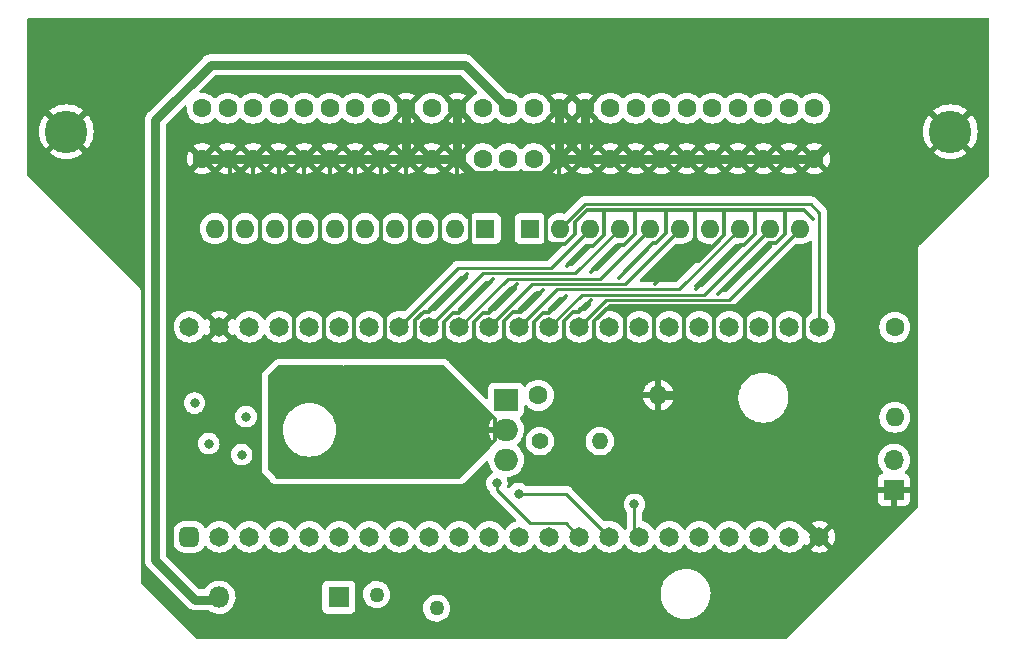
<source format=gbr>
%TF.GenerationSoftware,KiCad,Pcbnew,6.0.5-a6ca702e91~116~ubuntu21.10.1*%
%TF.CreationDate,2022-08-24T06:26:19-06:00*%
%TF.ProjectId,Centronics50_F4Lite_THTV1_1,43656e74-726f-46e6-9963-7335305f4634,rev?*%
%TF.SameCoordinates,Original*%
%TF.FileFunction,Copper,L1,Top*%
%TF.FilePolarity,Positive*%
%FSLAX46Y46*%
G04 Gerber Fmt 4.6, Leading zero omitted, Abs format (unit mm)*
G04 Created by KiCad (PCBNEW 6.0.5-a6ca702e91~116~ubuntu21.10.1) date 2022-08-24 06:26:19*
%MOMM*%
%LPD*%
G01*
G04 APERTURE LIST*
G04 Aperture macros list*
%AMRoundRect*
0 Rectangle with rounded corners*
0 $1 Rounding radius*
0 $2 $3 $4 $5 $6 $7 $8 $9 X,Y pos of 4 corners*
0 Add a 4 corners polygon primitive as box body*
4,1,4,$2,$3,$4,$5,$6,$7,$8,$9,$2,$3,0*
0 Add four circle primitives for the rounded corners*
1,1,$1+$1,$2,$3*
1,1,$1+$1,$4,$5*
1,1,$1+$1,$6,$7*
1,1,$1+$1,$8,$9*
0 Add four rect primitives between the rounded corners*
20,1,$1+$1,$2,$3,$4,$5,0*
20,1,$1+$1,$4,$5,$6,$7,0*
20,1,$1+$1,$6,$7,$8,$9,0*
20,1,$1+$1,$8,$9,$2,$3,0*%
G04 Aperture macros list end*
%TA.AperFunction,ComponentPad*%
%ADD10C,1.270000*%
%TD*%
%TA.AperFunction,ComponentPad*%
%ADD11R,1.600000X1.600000*%
%TD*%
%TA.AperFunction,ComponentPad*%
%ADD12O,1.600000X1.600000*%
%TD*%
%TA.AperFunction,ComponentPad*%
%ADD13R,1.800000X1.800000*%
%TD*%
%TA.AperFunction,ComponentPad*%
%ADD14O,1.800000X1.800000*%
%TD*%
%TA.AperFunction,ComponentPad*%
%ADD15RoundRect,0.412500X0.412500X-0.412500X0.412500X0.412500X-0.412500X0.412500X-0.412500X-0.412500X0*%
%TD*%
%TA.AperFunction,ComponentPad*%
%ADD16C,1.650000*%
%TD*%
%TA.AperFunction,ComponentPad*%
%ADD17C,3.600000*%
%TD*%
%TA.AperFunction,ComponentPad*%
%ADD18C,1.600000*%
%TD*%
%TA.AperFunction,ComponentPad*%
%ADD19R,1.700000X1.700000*%
%TD*%
%TA.AperFunction,ComponentPad*%
%ADD20O,1.700000X1.700000*%
%TD*%
%TA.AperFunction,ComponentPad*%
%ADD21C,1.400000*%
%TD*%
%TA.AperFunction,ComponentPad*%
%ADD22O,1.400000X1.400000*%
%TD*%
%TA.AperFunction,ComponentPad*%
%ADD23R,2.000000X1.905000*%
%TD*%
%TA.AperFunction,ComponentPad*%
%ADD24O,2.000000X1.905000*%
%TD*%
%TA.AperFunction,ViaPad*%
%ADD25C,0.800000*%
%TD*%
%TA.AperFunction,Conductor*%
%ADD26C,0.330000*%
%TD*%
%TA.AperFunction,Conductor*%
%ADD27C,0.750000*%
%TD*%
%TA.AperFunction,Conductor*%
%ADD28C,0.500000*%
%TD*%
%TA.AperFunction,Conductor*%
%ADD29C,0.250000*%
%TD*%
G04 APERTURE END LIST*
D10*
%TO.P,F1,1*%
%TO.N,+5VP*%
X125051820Y-79184500D03*
%TO.P,F1,2*%
%TO.N,+5F*%
X130131820Y-80327500D03*
%TD*%
D11*
%TO.P,RN1,1,common*%
%TO.N,+2V8*%
X134251700Y-48204120D03*
D12*
%TO.P,RN1,2,R1*%
%TO.N,ATN*%
X131711700Y-48204120D03*
%TO.P,RN1,3,R2*%
%TO.N,BSY*%
X129171700Y-48204120D03*
%TO.P,RN1,4,R3*%
%TO.N,ACK*%
X126631700Y-48204120D03*
%TO.P,RN1,5,R4*%
%TO.N,RST*%
X124091700Y-48204120D03*
%TO.P,RN1,6,R5*%
%TO.N,MSG*%
X121551700Y-48204120D03*
%TO.P,RN1,7,R6*%
%TO.N,SEL*%
X119011700Y-48204120D03*
%TO.P,RN1,8,R7*%
%TO.N,CD*%
X116471700Y-48204120D03*
%TO.P,RN1,9,R8*%
%TO.N,REQ*%
X113931700Y-48204120D03*
%TO.P,RN1,10,R9*%
%TO.N,IO*%
X111391700Y-48204120D03*
%TD*%
D11*
%TO.P,RN2,1,common*%
%TO.N,+2V8*%
X138061700Y-48204120D03*
D12*
%TO.P,RN2,2,R1*%
%TO.N,DBP*%
X140601700Y-48204120D03*
%TO.P,RN2,3,R2*%
%TO.N,DB7*%
X143141700Y-48204120D03*
%TO.P,RN2,4,R3*%
%TO.N,DB6*%
X145681700Y-48204120D03*
%TO.P,RN2,5,R4*%
%TO.N,DB5*%
X148221700Y-48204120D03*
%TO.P,RN2,6,R5*%
%TO.N,DB4*%
X150761700Y-48204120D03*
%TO.P,RN2,7,R6*%
%TO.N,DB3*%
X153301700Y-48204120D03*
%TO.P,RN2,8,R7*%
%TO.N,DB2*%
X155841700Y-48204120D03*
%TO.P,RN2,9,R8*%
%TO.N,DB1*%
X158381700Y-48204120D03*
%TO.P,RN2,10,R9*%
%TO.N,DB0*%
X160921700Y-48204120D03*
%TD*%
D13*
%TO.P,D2,1,K*%
%TO.N,+5VP*%
X121864120Y-79413100D03*
D14*
%TO.P,D2,2,A*%
%TO.N,+5V*%
X111704120Y-79413100D03*
%TD*%
D15*
%TO.P,U2,1,Ho*%
%TO.N,unconnected-(U2-Pad1)*%
X109216095Y-74293742D03*
D16*
%TO.P,U2,2,Hi*%
%TO.N,unconnected-(U2-Pad2)*%
X111756095Y-74293742D03*
%TO.P,U2,3,RST*%
%TO.N,unconnected-(U2-Pad3)*%
X114296095Y-74293742D03*
%TO.P,U2,4,V-*%
%TO.N,unconnected-(U2-Pad4)*%
X116836095Y-74293742D03*
%TO.P,U2,5,V+*%
%TO.N,unconnected-(U2-Pad5)*%
X119376095Y-74293742D03*
%TO.P,U2,6,A0*%
%TO.N,unconnected-(U2-Pad6)*%
X121916095Y-74293742D03*
%TO.P,U2,7,A1*%
%TO.N,unconnected-(U2-Pad7)*%
X124456095Y-74293742D03*
%TO.P,U2,8,A2*%
%TO.N,unconnected-(U2-Pad8)*%
X126996095Y-74293742D03*
%TO.P,U2,9,A3*%
%TO.N,unconnected-(U2-Pad9)*%
X129536095Y-74293742D03*
%TO.P,U2,10,SD_CD_CS_A4*%
%TO.N,SD_CS*%
X132076095Y-74293742D03*
%TO.P,U2,11,SD_CLK_A5*%
%TO.N,SD_CLK*%
X134616095Y-74293742D03*
%TO.P,U2,12,SD_DAT0_MISO_A6*%
%TO.N,SD_MISO*%
X137156095Y-74293742D03*
%TO.P,U2,13,SD_CMD_MOSI_A7*%
%TO.N,SD_MOSI*%
X139696095Y-74293742D03*
%TO.P,U2,14,ATN_A8*%
%TO.N,ATN*%
X142236095Y-74293742D03*
%TO.P,U2,15,BSY_A9*%
%TO.N,BSY*%
X144776095Y-74293742D03*
%TO.P,U2,16,ACK_A10*%
%TO.N,ACK*%
X147316095Y-74293742D03*
%TO.P,U2,17,A11*%
%TO.N,unconnected-(U2-Pad17)*%
X149856095Y-74293742D03*
%TO.P,U2,18,A12*%
%TO.N,unconnected-(U2-Pad18)*%
X152396095Y-74293742D03*
%TO.P,U2,19,A13*%
%TO.N,unconnected-(U2-Pad19)*%
X154936095Y-74293742D03*
%TO.P,U2,20,A14*%
%TO.N,unconnected-(U2-Pad20)*%
X157476095Y-74293742D03*
%TO.P,U2,21,RST_A15*%
%TO.N,RST*%
X160016095Y-74293742D03*
%TO.P,U2,22,GND*%
%TO.N,GND*%
X162556095Y-74293742D03*
%TO.P,U2,23,DBP_B0*%
%TO.N,DBP*%
X162556095Y-56513742D03*
%TO.P,U2,24,B1*%
%TO.N,Net-(R3-Pad1)*%
X160016095Y-56513742D03*
%TO.P,U2,25,DB3_B2*%
%TO.N,DB3*%
X157476095Y-56513742D03*
%TO.P,U2,26,MSG_B3*%
%TO.N,MSG*%
X154936095Y-56513742D03*
%TO.P,U2,27,SEL_B4*%
%TO.N,SEL*%
X152396095Y-56513742D03*
%TO.P,U2,28,CD_B5*%
%TO.N,CD*%
X149856095Y-56513742D03*
%TO.P,U2,29,REQ_B6*%
%TO.N,REQ*%
X147316095Y-56513742D03*
%TO.P,U2,30,IO_B7*%
%TO.N,IO*%
X144776095Y-56513742D03*
%TO.P,U2,31,DB0_B8*%
%TO.N,DB0*%
X142236095Y-56513742D03*
%TO.P,U2,32,DB1_B9*%
%TO.N,DB1*%
X139696095Y-56513742D03*
%TO.P,U2,33,DB2_B10*%
%TO.N,DB2*%
X137156095Y-56513742D03*
%TO.P,U2,34,DB4_B12*%
%TO.N,DB4*%
X134616095Y-56513742D03*
%TO.P,U2,35,DB5_B13*%
%TO.N,DB5*%
X132076095Y-56513742D03*
%TO.P,U2,36,DB6_B14*%
%TO.N,DB6*%
X129536095Y-56513742D03*
%TO.P,U2,37,DB7_B15*%
%TO.N,DB7*%
X126996095Y-56513742D03*
%TO.P,U2,38,C15*%
%TO.N,unconnected-(U2-Pad38)*%
X124456095Y-56513742D03*
%TO.P,U2,39,C14*%
%TO.N,unconnected-(U2-Pad39)*%
X121916095Y-56513742D03*
%TO.P,U2,40,C13*%
%TO.N,unconnected-(U2-Pad40)*%
X119376095Y-56513742D03*
%TO.P,U2,41,VB*%
%TO.N,unconnected-(U2-Pad41)*%
X116836095Y-56513742D03*
%TO.P,U2,42,3.3v*%
%TO.N,+3V3*%
X114296095Y-56513742D03*
%TO.P,U2,43,GND*%
%TO.N,GND*%
X111756095Y-56513742D03*
%TO.P,U2,44,5V*%
%TO.N,+5VP*%
X109216095Y-56513742D03*
%TD*%
D17*
%TO.P,U3,0*%
%TO.N,GND*%
X98782500Y-39998460D03*
X173632500Y-39998460D03*
D18*
%TO.P,U3,1*%
X162127500Y-42288460D03*
%TO.P,U3,2*%
X159967500Y-42288460D03*
%TO.P,U3,3*%
X157807500Y-42288460D03*
%TO.P,U3,4*%
X155647500Y-42288460D03*
%TO.P,U3,5*%
X153487500Y-42288460D03*
%TO.P,U3,6*%
X151327500Y-42288460D03*
%TO.P,U3,7*%
X149167500Y-42288460D03*
%TO.P,U3,8*%
X147007500Y-42288460D03*
%TO.P,U3,9*%
X144847500Y-42288460D03*
%TO.P,U3,10*%
X142687500Y-42288460D03*
%TO.P,U3,11*%
X140527500Y-42288460D03*
%TO.P,U3,12*%
%TO.N,unconnected-(U3-Pad12)*%
X138367500Y-42288460D03*
%TO.P,U3,13*%
%TO.N,unconnected-(U3-Pad13)*%
X136207500Y-42288460D03*
%TO.P,U3,14*%
%TO.N,unconnected-(U3-Pad14)*%
X134047500Y-42288460D03*
%TO.P,U3,15*%
%TO.N,GND*%
X131887500Y-42288460D03*
%TO.P,U3,16*%
X129727500Y-42288460D03*
%TO.P,U3,17*%
X127567500Y-42288460D03*
%TO.P,U3,18*%
X125407500Y-42288460D03*
%TO.P,U3,19*%
X123247500Y-42288460D03*
%TO.P,U3,20*%
X121087500Y-42288460D03*
%TO.P,U3,21*%
X118927500Y-42288460D03*
%TO.P,U3,22*%
X116767500Y-42288460D03*
%TO.P,U3,23*%
X114607500Y-42288460D03*
%TO.P,U3,24*%
X112447500Y-42288460D03*
%TO.P,U3,25*%
X110287500Y-42288460D03*
%TO.P,U3,26*%
%TO.N,DB0*%
X162127500Y-37998460D03*
%TO.P,U3,27*%
%TO.N,DB1*%
X159967500Y-37998460D03*
%TO.P,U3,28*%
%TO.N,DB2*%
X157807500Y-37998460D03*
%TO.P,U3,29*%
%TO.N,DB3*%
X155647500Y-37998460D03*
%TO.P,U3,30*%
%TO.N,DB4*%
X153487500Y-37998460D03*
%TO.P,U3,31*%
%TO.N,DB5*%
X151327500Y-37998460D03*
%TO.P,U3,32*%
%TO.N,DB6*%
X149167500Y-37998460D03*
%TO.P,U3,33*%
%TO.N,DB7*%
X147007500Y-37998460D03*
%TO.P,U3,34*%
%TO.N,DBP*%
X144847500Y-37998460D03*
%TO.P,U3,35*%
%TO.N,GND*%
X142687500Y-37998460D03*
%TO.P,U3,36*%
X140527500Y-37998460D03*
%TO.P,U3,37*%
%TO.N,unconnected-(U3-Pad37)*%
X138367500Y-37998460D03*
%TO.P,U3,38*%
%TO.N,+5V*%
X136207500Y-37998460D03*
%TO.P,U3,39*%
%TO.N,unconnected-(U3-Pad39)*%
X134047500Y-37998460D03*
%TO.P,U3,40*%
%TO.N,GND*%
X131887500Y-37998460D03*
%TO.P,U3,41*%
%TO.N,ATN*%
X129727500Y-37998460D03*
%TO.P,U3,42*%
%TO.N,GND*%
X127567500Y-37998460D03*
%TO.P,U3,43*%
%TO.N,BSY*%
X125407500Y-37998460D03*
%TO.P,U3,44*%
%TO.N,ACK*%
X123247500Y-37998460D03*
%TO.P,U3,45*%
%TO.N,RST*%
X121087500Y-37998460D03*
%TO.P,U3,46*%
%TO.N,MSG*%
X118927500Y-37998460D03*
%TO.P,U3,47*%
%TO.N,SEL*%
X116767500Y-37998460D03*
%TO.P,U3,48*%
%TO.N,CD*%
X114607500Y-37998460D03*
%TO.P,U3,49*%
%TO.N,REQ*%
X112447500Y-37998460D03*
%TO.P,U3,50*%
%TO.N,IO*%
X110287500Y-37998460D03*
%TD*%
D19*
%TO.P,J3,1,Pin_1*%
%TO.N,GND*%
X168854120Y-70307200D03*
D20*
%TO.P,J3,2,Pin_2*%
%TO.N,Net-(J3-Pad2)*%
X168854120Y-67767200D03*
%TD*%
D18*
%TO.P,R3,1*%
%TO.N,Net-(R3-Pad1)*%
X168935400Y-56545480D03*
D12*
%TO.P,R3,2*%
%TO.N,Net-(J3-Pad2)*%
X168935400Y-64165480D03*
%TD*%
D18*
%TO.P,R1,1*%
%TO.N,Net-(C1-Pad1)*%
X138758834Y-62317642D03*
D12*
%TO.P,R1,2*%
%TO.N,GND*%
X148918834Y-62317642D03*
%TD*%
D21*
%TO.P,R2,1*%
%TO.N,+2V8*%
X138885834Y-66191144D03*
D22*
%TO.P,R2,2*%
%TO.N,Net-(C1-Pad1)*%
X143965834Y-66191144D03*
%TD*%
D23*
%TO.P,U1,1,GND*%
%TO.N,Net-(C1-Pad1)*%
X136028334Y-62698644D03*
D24*
%TO.P,U1,2,VO*%
%TO.N,+2V8*%
X136028334Y-65238644D03*
%TO.P,U1,3,VI*%
%TO.N,+5F*%
X136028334Y-67778644D03*
%TD*%
D25*
%TO.N,GND*%
X117475000Y-39796720D03*
X121168160Y-45115480D03*
X108524040Y-44594780D03*
X121799350Y-39775130D03*
X108498640Y-46865540D03*
X147007500Y-40005080D03*
X113150650Y-39673530D03*
X153487500Y-39958900D03*
X144209757Y-69302643D03*
X135991600Y-60198000D03*
X120265190Y-50725070D03*
X113479580Y-62776100D03*
X155647500Y-39909640D03*
X103893620Y-46817280D03*
X126153985Y-39743575D03*
X118215410Y-51067970D03*
X103868220Y-44518580D03*
X123990100Y-39715440D03*
X119600980Y-39801800D03*
X148640800Y-70967600D03*
X139862560Y-44782740D03*
X159967500Y-39953360D03*
X149167500Y-39955820D03*
X162514280Y-71269860D03*
X115285520Y-39672260D03*
X157807500Y-39961980D03*
X112623600Y-66192400D03*
X161206096Y-51493504D03*
X109298740Y-67627500D03*
X116072920Y-51574700D03*
X151019510Y-50910490D03*
X162514280Y-77106780D03*
X158887160Y-53850540D03*
X137744200Y-69265800D03*
X151327500Y-39906560D03*
X144847500Y-39952740D03*
X110314740Y-61678820D03*
%TO.N,+2V8*%
X117386100Y-68412360D03*
X121719340Y-68348860D03*
X117668040Y-60975240D03*
X120644920Y-61422280D03*
%TO.N,SD_CS*%
X109649260Y-62974220D03*
%TO.N,SD_CLK*%
X110845600Y-66397010D03*
%TO.N,SD_MISO*%
X113637060Y-67330320D03*
%TO.N,SD_MOSI*%
X113997740Y-64124840D03*
%TO.N,ATN*%
X135242300Y-69740780D03*
%TO.N,BSY*%
X137083800Y-70639940D03*
%TO.N,ACK*%
X146888200Y-71546720D03*
%TD*%
D26*
%TO.N,GND*%
X161206096Y-51493504D02*
X161206096Y-65481116D01*
X151019510Y-50910490D02*
X150597870Y-50910490D01*
X139862560Y-44782740D02*
X139436699Y-45208601D01*
X121412000Y-44871640D02*
X122814080Y-46273720D01*
X155793440Y-49618900D02*
X152110624Y-53301716D01*
X131887500Y-45260800D02*
X132953760Y-46327060D01*
X142206980Y-55303420D02*
X143222980Y-54287420D01*
X157126730Y-48643292D02*
X156151122Y-49618900D01*
X151046096Y-56075664D02*
X151046096Y-57967964D01*
X143474524Y-56054111D02*
X144796890Y-54731745D01*
X118927500Y-42288460D02*
X118927500Y-45130340D01*
X123093396Y-58407384D02*
X120604196Y-58407384D01*
X157126730Y-46591010D02*
X159659530Y-46591010D01*
D27*
X139152499Y-43663461D02*
X140527500Y-42288460D01*
D26*
X123162060Y-58338720D02*
X123162060Y-55211980D01*
X117993160Y-58293000D02*
X118026096Y-58260064D01*
X144353070Y-48716952D02*
X143415562Y-49654460D01*
X140939436Y-58407384D02*
X138358796Y-58407384D01*
X134044894Y-55323741D02*
X134536179Y-55323741D01*
X157126730Y-46591010D02*
X157126730Y-48643292D01*
X140939436Y-58407384D02*
X143474524Y-58407384D01*
X146915930Y-48694092D02*
X146008902Y-49601120D01*
X129448560Y-46347380D02*
X129847340Y-46347380D01*
X160068260Y-50195480D02*
X161206096Y-51333316D01*
X159659530Y-46591010D02*
X161256770Y-46591010D01*
X152003550Y-49504810D02*
X150597870Y-50910490D01*
D28*
X112100360Y-52811680D02*
X112044480Y-52755800D01*
D26*
X116767500Y-42288460D02*
X116767500Y-44771200D01*
X148539025Y-54731745D02*
X148539025Y-57967705D01*
X128054016Y-58407384D02*
X128054016Y-57812856D01*
X151066325Y-54731745D02*
X153608865Y-54731745D01*
X127567500Y-42288460D02*
X127567500Y-44466320D01*
X143415562Y-49654460D02*
X142875000Y-49654460D01*
X123247500Y-42288460D02*
X123247500Y-44073160D01*
X120604196Y-58407384D02*
X120220824Y-58407384D01*
X117764560Y-45768260D02*
X117764560Y-49710340D01*
X146915930Y-46591010D02*
X149590970Y-46591010D01*
X118026096Y-58260064D02*
X118026096Y-55605764D01*
X125407500Y-43578860D02*
X127883920Y-46055280D01*
D27*
X140527500Y-37998460D02*
X140527500Y-42288460D01*
D26*
X125407500Y-42288460D02*
X125407500Y-43578860D01*
X161206096Y-51333316D02*
X161206096Y-51493504D01*
X154492750Y-46591010D02*
X154492750Y-48737272D01*
X158887160Y-54833520D02*
X158724600Y-54996080D01*
X158724600Y-54996080D02*
X158724600Y-58155840D01*
X156286094Y-55064554D02*
X156286094Y-57718854D01*
X114607500Y-42288460D02*
X114607500Y-46207840D01*
X161256770Y-46591010D02*
X162026600Y-47360840D01*
X138358796Y-58407384D02*
X135877384Y-58407384D01*
X140939436Y-56049199D02*
X141685215Y-55303420D01*
X133250856Y-58407384D02*
X133266096Y-58392144D01*
X149590970Y-46591010D02*
X152003550Y-46591010D01*
X121087500Y-42288460D02*
X121087500Y-44547140D01*
X148539025Y-54731745D02*
X151066325Y-54731745D01*
X140989003Y-49541019D02*
X141864080Y-48665942D01*
X132064759Y-55323741D02*
X134906801Y-52481699D01*
X122814080Y-46273720D02*
X122814080Y-49618900D01*
X156151122Y-49618900D02*
X155793440Y-49618900D01*
X139436699Y-49541019D02*
X140989003Y-49541019D01*
X125864704Y-58407384D02*
X125806094Y-58348774D01*
X129056335Y-55232300D02*
X129522220Y-55232300D01*
X134536179Y-55323741D02*
X136928211Y-52931709D01*
X152319532Y-50910490D02*
X151019510Y-50910490D01*
X117993160Y-58293000D02*
X115110260Y-58293000D01*
X158262320Y-49438560D02*
X153949155Y-53751725D01*
X148693682Y-49456340D02*
X148488400Y-49456340D01*
X130743876Y-58407384D02*
X128054016Y-58407384D01*
X146085735Y-54731745D02*
X146085735Y-58056605D01*
X135877384Y-58407384D02*
X133250856Y-58407384D01*
X112674400Y-42515360D02*
X112674400Y-49072800D01*
X151066325Y-54731745D02*
X151066325Y-56055435D01*
D27*
X131887500Y-42288460D02*
X110287500Y-42288460D01*
D26*
X131887500Y-42288460D02*
X131887500Y-45260800D01*
X114607500Y-46207840D02*
X115183920Y-46784260D01*
X159659530Y-48650492D02*
X158871462Y-49438560D01*
X146915930Y-46591010D02*
X146915930Y-48694092D01*
X139436699Y-45208601D02*
X139436699Y-49541019D01*
X139697459Y-55323741D02*
X141135100Y-53886100D01*
X130743876Y-56084759D02*
X131504894Y-55323741D01*
X125806094Y-58348774D02*
X125806094Y-55620814D01*
X132953760Y-46327060D02*
X132953760Y-49217580D01*
X142907788Y-46591010D02*
X144353070Y-46591010D01*
X129847340Y-46347380D02*
X130393440Y-46893480D01*
X135877384Y-58407384D02*
X135877384Y-56031251D01*
X155953285Y-54731745D02*
X156286094Y-55064554D01*
X131504894Y-55323741D02*
X132064759Y-55323741D01*
D28*
X111756095Y-53044185D02*
X112044480Y-52755800D01*
D26*
X159659530Y-46591010D02*
X159659530Y-48650492D01*
X141864080Y-48665942D02*
X141864080Y-47634718D01*
X133266096Y-58392144D02*
X133266096Y-56102539D01*
D27*
X150579995Y-62317642D02*
X162556095Y-74293742D01*
D26*
X153608865Y-54731745D02*
X155498975Y-54731745D01*
X161206096Y-65481116D02*
X166032180Y-70307200D01*
X138358796Y-58407384D02*
X138358796Y-56089839D01*
X148488400Y-49456340D02*
X145543042Y-52401698D01*
D27*
X148918834Y-62317642D02*
X150579995Y-62317642D01*
D26*
X133266096Y-56102539D02*
X134044894Y-55323741D01*
X150597870Y-50910490D02*
X148656653Y-52851707D01*
X146008902Y-49601120D02*
X145491200Y-49601120D01*
X127883920Y-46055280D02*
X127883920Y-49364900D01*
X152003550Y-46591010D02*
X152003550Y-49504810D01*
X133250856Y-58407384D02*
X130743876Y-58407384D01*
X128323340Y-55965295D02*
X129056335Y-55232300D01*
X153608865Y-54731745D02*
X153608865Y-56385635D01*
X144353070Y-46591010D02*
X144353070Y-48716952D01*
X155498975Y-54731745D02*
X160068260Y-50162460D01*
X160068260Y-50162460D02*
X160068260Y-50195480D01*
X123093396Y-58407384D02*
X123162060Y-58338720D01*
X144796890Y-54731745D02*
X146085735Y-54731745D01*
D27*
X142687500Y-37998460D02*
X142687500Y-42288460D01*
D26*
X151066325Y-56055435D02*
X151046096Y-56075664D01*
X135877384Y-56031251D02*
X136622995Y-55285640D01*
X144353070Y-46591010D02*
X146915930Y-46591010D01*
X154492750Y-46591010D02*
X157126730Y-46591010D01*
X145491200Y-49601120D02*
X143182340Y-51909980D01*
D27*
X127567500Y-37998460D02*
X127567500Y-42288460D01*
D26*
X130743876Y-58407384D02*
X130743876Y-56084759D01*
X166032180Y-70307200D02*
X168854120Y-70307200D01*
X129522220Y-55232300D02*
X132702300Y-52052220D01*
X120604196Y-58407384D02*
X120604196Y-55463524D01*
X142875000Y-49654460D02*
X141165580Y-51363880D01*
X141864080Y-47634718D02*
X142907788Y-46591010D01*
X120289320Y-46492160D02*
X120289320Y-49781460D01*
D27*
X133262501Y-43663461D02*
X139152499Y-43663461D01*
D26*
X154492750Y-48737272D02*
X152319532Y-50910490D01*
X123247500Y-44073160D02*
X125394720Y-46220380D01*
X139124894Y-55323741D02*
X139697459Y-55323741D01*
X112447500Y-42288460D02*
X112674400Y-42515360D01*
X125864704Y-58407384D02*
X123093396Y-58407384D01*
X138358796Y-56089839D02*
X139124894Y-55323741D01*
X118927500Y-45130340D02*
X120289320Y-46492160D01*
X116767500Y-44771200D02*
X117764560Y-45768260D01*
D27*
X131887500Y-37998460D02*
X131887500Y-42288460D01*
D26*
X128323340Y-57543532D02*
X128323340Y-55965295D01*
X149590970Y-46591010D02*
X149590970Y-48559052D01*
X120220824Y-58407384D02*
X120106440Y-58293000D01*
X136622995Y-55285640D02*
X137246360Y-55285640D01*
X149590970Y-48559052D02*
X148693682Y-49456340D01*
X155498975Y-54731745D02*
X155953285Y-54731745D01*
X143474524Y-58407384D02*
X143474524Y-56054111D01*
X152003550Y-46591010D02*
X154492750Y-46591010D01*
X153586096Y-56408404D02*
X153586096Y-57607284D01*
X128054016Y-57812856D02*
X128323340Y-57543532D01*
X158871462Y-49438560D02*
X158262320Y-49438560D01*
D27*
X162127500Y-42288460D02*
X140527500Y-42288460D01*
D26*
X158887160Y-53850540D02*
X158887160Y-54833520D01*
X140939436Y-58407384D02*
X140939436Y-56049199D01*
X121087500Y-44547140D02*
X121412000Y-44871640D01*
D27*
X131887500Y-42288460D02*
X133262501Y-43663461D01*
D26*
X115183920Y-46784260D02*
X115183920Y-49344580D01*
X140527500Y-44117800D02*
X139862560Y-44782740D01*
X130393440Y-46893480D02*
X130393440Y-49400460D01*
X128054016Y-58407384D02*
X125864704Y-58407384D01*
X153608865Y-56385635D02*
X153586096Y-56408404D01*
X140527500Y-42288460D02*
X140527500Y-44117800D01*
X146085735Y-54731745D02*
X148539025Y-54731745D01*
X120106440Y-58293000D02*
X117993160Y-58293000D01*
X125394720Y-46220380D02*
X125394720Y-49781460D01*
D27*
X164417500Y-39998460D02*
X162127500Y-42288460D01*
D26*
X127567500Y-44466320D02*
X129448560Y-46347380D01*
X141685215Y-55303420D02*
X142206980Y-55303420D01*
X137246360Y-55285640D02*
X139150282Y-53381718D01*
%TO.N,+2V8*%
X122140980Y-59923680D02*
X116806980Y-59923680D01*
X116608860Y-69189600D02*
X122361960Y-69189600D01*
X122361960Y-69189600D02*
X132044440Y-69189600D01*
X116014500Y-60716160D02*
X116014500Y-68562220D01*
X132044440Y-69189600D02*
X135105140Y-66128900D01*
X130688080Y-59923680D02*
X122407680Y-59923680D01*
X135105140Y-64340740D02*
X130688080Y-59923680D01*
X116014500Y-68562220D02*
X116499640Y-69047360D01*
X116806980Y-59923680D02*
X116014500Y-60716160D01*
X135105140Y-66128900D02*
X135105140Y-64340740D01*
X117386100Y-68412360D02*
X116608860Y-69189600D01*
D27*
%TO.N,+5V*%
X132519360Y-34310320D02*
X111013240Y-34310320D01*
X106329480Y-76263500D02*
X109669580Y-79603600D01*
X109669580Y-79603600D02*
X111513620Y-79603600D01*
X136207500Y-37998460D02*
X132519360Y-34310320D01*
X106329480Y-38994080D02*
X106329480Y-76263500D01*
X111513620Y-79603600D02*
X111704120Y-79413100D01*
X111013240Y-34310320D02*
X106329480Y-38994080D01*
D29*
%TO.N,ATN*%
X141086094Y-73143741D02*
X142236095Y-74293742D01*
X138079576Y-73143741D02*
X141086094Y-73143741D01*
X135242300Y-70306465D02*
X138079576Y-73143741D01*
X135242300Y-69740780D02*
X135242300Y-70306465D01*
%TO.N,BSY*%
X141122293Y-70639940D02*
X144776095Y-74293742D01*
X137083800Y-70639940D02*
X141122293Y-70639940D01*
%TO.N,DBP*%
X161808160Y-46101000D02*
X142704820Y-46101000D01*
X142704820Y-46101000D02*
X140601700Y-48204120D01*
X162556095Y-56513742D02*
X162556095Y-46848935D01*
X162556095Y-46848935D02*
X161808160Y-46101000D01*
%TO.N,ACK*%
X146888200Y-71546720D02*
X146888200Y-73865847D01*
X146888200Y-73865847D02*
X147316095Y-74293742D01*
%TO.N,DB7*%
X126996095Y-56513742D02*
X131968157Y-51541680D01*
X139804140Y-51541680D02*
X143141700Y-48204120D01*
X131968157Y-51541680D02*
X139804140Y-51541680D01*
%TO.N,DB6*%
X134058148Y-51991689D02*
X141894131Y-51991689D01*
X129536095Y-56513742D02*
X134058148Y-51991689D01*
X141894131Y-51991689D02*
X145681700Y-48204120D01*
%TO.N,DB5*%
X132076095Y-56513742D02*
X136148138Y-52441699D01*
X143984121Y-52441699D02*
X148221700Y-48204120D01*
X136148138Y-52441699D02*
X143984121Y-52441699D01*
%TO.N,DB4*%
X134616095Y-56513742D02*
X138238129Y-52891708D01*
X146074112Y-52891708D02*
X150761700Y-48204120D01*
X138238129Y-52891708D02*
X146074112Y-52891708D01*
%TO.N,DB2*%
X137156095Y-56513742D02*
X140328120Y-53341717D01*
X140328120Y-53341717D02*
X150704103Y-53341717D01*
X150704103Y-53341717D02*
X155841700Y-48204120D01*
%TO.N,DB1*%
X152794094Y-53791726D02*
X158381700Y-48204120D01*
X139696095Y-56513742D02*
X142418111Y-53791726D01*
X142418111Y-53791726D02*
X152794094Y-53791726D01*
%TO.N,DB0*%
X154884085Y-54241735D02*
X160921700Y-48204120D01*
X142236095Y-56513742D02*
X144508102Y-54241735D01*
X144508102Y-54241735D02*
X154884085Y-54241735D01*
D28*
%TO.N,+5VP*%
X109069480Y-56367127D02*
X109216095Y-56513742D01*
%TD*%
%TA.AperFunction,Conductor*%
%TO.N,+2V8*%
G36*
X130724331Y-59933522D02*
G01*
X130745305Y-59950425D01*
X134493406Y-63698526D01*
X134526113Y-63757078D01*
X134526589Y-63761460D01*
X134577719Y-63897849D01*
X134665073Y-64014405D01*
X134781629Y-64101759D01*
X134802017Y-64109402D01*
X134858781Y-64152045D01*
X134883480Y-64218606D01*
X134868272Y-64287955D01*
X134856668Y-64305476D01*
X134763389Y-64423588D01*
X134757684Y-64432175D01*
X134646620Y-64633366D01*
X134642390Y-64642778D01*
X134565675Y-64859412D01*
X134563041Y-64869383D01*
X134545687Y-64966807D01*
X134547147Y-64980104D01*
X134561704Y-64984644D01*
X135145780Y-64984644D01*
X135145780Y-65492644D01*
X134560238Y-65492644D01*
X134546894Y-65496562D01*
X134544907Y-65510838D01*
X134554444Y-65573159D01*
X134556833Y-65583187D01*
X134628232Y-65801632D01*
X134632229Y-65811141D01*
X134738345Y-66014988D01*
X134743839Y-66023713D01*
X134881827Y-66207496D01*
X134885391Y-66211510D01*
X134915660Y-66275731D01*
X134906402Y-66346122D01*
X134880262Y-66384258D01*
X132109285Y-69155235D01*
X132046973Y-69189261D01*
X132020190Y-69192140D01*
X116760110Y-69192140D01*
X116691989Y-69172138D01*
X116671015Y-69155235D01*
X116094585Y-68578805D01*
X116060559Y-68516493D01*
X116057680Y-68489710D01*
X116057680Y-65238644D01*
X117104988Y-65238644D01*
X117105258Y-65242763D01*
X117121893Y-65496562D01*
X117124351Y-65534070D01*
X117182110Y-65824441D01*
X117277275Y-66104789D01*
X117279099Y-66108487D01*
X117382244Y-66317644D01*
X117408219Y-66370317D01*
X117572701Y-66616482D01*
X117575415Y-66619576D01*
X117575419Y-66619582D01*
X117765198Y-66835982D01*
X117767907Y-66839071D01*
X117770996Y-66841780D01*
X117987396Y-67031559D01*
X117987402Y-67031563D01*
X117990496Y-67034277D01*
X117993922Y-67036566D01*
X117993927Y-67036570D01*
X118177739Y-67159388D01*
X118236661Y-67198759D01*
X118240360Y-67200583D01*
X118240365Y-67200586D01*
X118376647Y-67267792D01*
X118502189Y-67329703D01*
X118506094Y-67331028D01*
X118506095Y-67331029D01*
X118778624Y-67423540D01*
X118778628Y-67423541D01*
X118782537Y-67424868D01*
X118786581Y-67425672D01*
X118786587Y-67425674D01*
X119068869Y-67481824D01*
X119068875Y-67481825D01*
X119072908Y-67482627D01*
X119077013Y-67482896D01*
X119077020Y-67482897D01*
X119364215Y-67501720D01*
X119368334Y-67501990D01*
X119372453Y-67501720D01*
X119659648Y-67482897D01*
X119659655Y-67482896D01*
X119663760Y-67482627D01*
X119667793Y-67481825D01*
X119667799Y-67481824D01*
X119950081Y-67425674D01*
X119950087Y-67425672D01*
X119954131Y-67424868D01*
X119958040Y-67423541D01*
X119958044Y-67423540D01*
X120230573Y-67331029D01*
X120230574Y-67331028D01*
X120234479Y-67329703D01*
X120360021Y-67267792D01*
X120496303Y-67200586D01*
X120496308Y-67200583D01*
X120500007Y-67198759D01*
X120558929Y-67159388D01*
X120742741Y-67036570D01*
X120742746Y-67036566D01*
X120746172Y-67034277D01*
X120749266Y-67031563D01*
X120749272Y-67031559D01*
X120965672Y-66841780D01*
X120968761Y-66839071D01*
X120971470Y-66835982D01*
X121161249Y-66619582D01*
X121161253Y-66619576D01*
X121163967Y-66616482D01*
X121328449Y-66370317D01*
X121354425Y-66317644D01*
X121457569Y-66108487D01*
X121459393Y-66104789D01*
X121554558Y-65824441D01*
X121612317Y-65534070D01*
X121614776Y-65496562D01*
X121631410Y-65242763D01*
X121631680Y-65238644D01*
X121630326Y-65217984D01*
X121612587Y-64947330D01*
X121612586Y-64947323D01*
X121612317Y-64943218D01*
X121597631Y-64869383D01*
X121555364Y-64656897D01*
X121555362Y-64656891D01*
X121554558Y-64652847D01*
X121459393Y-64372499D01*
X121383501Y-64218606D01*
X121330276Y-64110675D01*
X121330273Y-64110670D01*
X121328449Y-64106971D01*
X121270194Y-64019786D01*
X121166260Y-63864237D01*
X121166256Y-63864232D01*
X121163967Y-63860806D01*
X121161253Y-63857712D01*
X121161249Y-63857706D01*
X120971470Y-63641306D01*
X120968761Y-63638217D01*
X120965672Y-63635508D01*
X120749272Y-63445729D01*
X120749266Y-63445725D01*
X120746172Y-63443011D01*
X120742746Y-63440722D01*
X120742741Y-63440718D01*
X120503440Y-63280823D01*
X120500007Y-63278529D01*
X120496308Y-63276705D01*
X120496303Y-63276702D01*
X120360021Y-63209496D01*
X120234479Y-63147585D01*
X120230573Y-63146259D01*
X119958044Y-63053748D01*
X119958040Y-63053747D01*
X119954131Y-63052420D01*
X119950087Y-63051616D01*
X119950081Y-63051614D01*
X119667799Y-62995464D01*
X119667793Y-62995463D01*
X119663760Y-62994661D01*
X119659655Y-62994392D01*
X119659648Y-62994391D01*
X119372453Y-62975568D01*
X119368334Y-62975298D01*
X119364215Y-62975568D01*
X119077020Y-62994391D01*
X119077013Y-62994392D01*
X119072908Y-62994661D01*
X119068875Y-62995463D01*
X119068869Y-62995464D01*
X118786587Y-63051614D01*
X118786581Y-63051616D01*
X118782537Y-63052420D01*
X118778628Y-63053747D01*
X118778624Y-63053748D01*
X118506095Y-63146259D01*
X118502189Y-63147585D01*
X118376647Y-63209496D01*
X118240365Y-63276702D01*
X118240360Y-63276705D01*
X118236661Y-63278529D01*
X118233228Y-63280823D01*
X117993927Y-63440718D01*
X117993922Y-63440722D01*
X117990496Y-63443011D01*
X117987402Y-63445725D01*
X117987396Y-63445729D01*
X117770996Y-63635508D01*
X117767907Y-63638217D01*
X117765198Y-63641306D01*
X117575419Y-63857706D01*
X117575415Y-63857712D01*
X117572701Y-63860806D01*
X117570412Y-63864232D01*
X117570408Y-63864237D01*
X117466474Y-64019786D01*
X117408219Y-64106971D01*
X117406395Y-64110670D01*
X117406392Y-64110675D01*
X117353167Y-64218606D01*
X117277275Y-64372499D01*
X117182110Y-64652847D01*
X117181306Y-64656891D01*
X117181304Y-64656897D01*
X117139038Y-64869383D01*
X117124351Y-64943218D01*
X117124082Y-64947323D01*
X117124081Y-64947330D01*
X117106342Y-65217984D01*
X117104988Y-65238644D01*
X116057680Y-65238644D01*
X116057680Y-60742950D01*
X116077682Y-60674829D01*
X116094585Y-60653855D01*
X116798015Y-59950425D01*
X116860327Y-59916399D01*
X116887110Y-59913520D01*
X130656210Y-59913520D01*
X130724331Y-59933522D01*
G37*
%TD.AperFunction*%
%TD*%
%TA.AperFunction,Conductor*%
%TO.N,GND*%
G36*
X176883621Y-30411602D02*
G01*
X176930114Y-30465258D01*
X176941500Y-30517600D01*
X176941500Y-43656322D01*
X176921498Y-43724443D01*
X176904595Y-43745417D01*
X171085336Y-49564677D01*
X171075796Y-49572300D01*
X171076110Y-49572668D01*
X171069274Y-49578486D01*
X171061682Y-49583276D01*
X171055740Y-49590004D01*
X171026047Y-49623625D01*
X171020701Y-49629312D01*
X171009258Y-49640755D01*
X171003618Y-49648280D01*
X171002981Y-49649130D01*
X170996607Y-49656959D01*
X170965262Y-49692451D01*
X170961448Y-49700574D01*
X170959814Y-49703062D01*
X170950826Y-49718023D01*
X170949411Y-49720608D01*
X170944024Y-49727795D01*
X170940873Y-49736201D01*
X170927399Y-49772142D01*
X170923473Y-49781458D01*
X170903359Y-49824300D01*
X170901978Y-49833169D01*
X170901112Y-49836002D01*
X170896682Y-49852889D01*
X170896048Y-49855774D01*
X170892895Y-49864184D01*
X170892230Y-49873139D01*
X170889386Y-49911406D01*
X170888232Y-49921452D01*
X170886140Y-49934886D01*
X170886140Y-49950406D01*
X170885794Y-49959743D01*
X170882101Y-50009441D01*
X170883975Y-50018220D01*
X170884538Y-50026478D01*
X170886140Y-50041661D01*
X170886140Y-71738593D01*
X170866138Y-71806714D01*
X170849243Y-71827681D01*
X166281851Y-76395877D01*
X161204297Y-81474325D01*
X159737032Y-82941848D01*
X159674723Y-82975878D01*
X159647929Y-82978760D01*
X109914618Y-82978760D01*
X109846497Y-82958758D01*
X109825523Y-82941855D01*
X105157845Y-78274178D01*
X105123819Y-78211866D01*
X105120940Y-78185083D01*
X105120940Y-76217007D01*
X105442330Y-76217007D01*
X105442675Y-76223594D01*
X105442675Y-76223598D01*
X105445807Y-76283350D01*
X105445980Y-76289945D01*
X105445980Y-76309806D01*
X105446324Y-76313077D01*
X105448056Y-76329559D01*
X105448573Y-76336128D01*
X105452050Y-76402471D01*
X105455522Y-76415429D01*
X105459125Y-76434872D01*
X105460526Y-76448202D01*
X105481058Y-76511394D01*
X105482924Y-76517696D01*
X105500118Y-76581863D01*
X105503114Y-76587742D01*
X105503117Y-76587751D01*
X105506208Y-76593817D01*
X105513772Y-76612079D01*
X105515872Y-76618543D01*
X105515875Y-76618551D01*
X105517916Y-76624831D01*
X105521218Y-76630550D01*
X105521220Y-76630555D01*
X105551134Y-76682367D01*
X105554267Y-76688137D01*
X105584433Y-76747339D01*
X105588589Y-76752471D01*
X105592871Y-76757759D01*
X105604069Y-76774052D01*
X105610776Y-76785669D01*
X105615193Y-76790575D01*
X105615197Y-76790580D01*
X105655227Y-76835038D01*
X105659511Y-76840054D01*
X105669921Y-76852909D01*
X105672008Y-76855486D01*
X105686053Y-76869531D01*
X105690594Y-76874316D01*
X105735046Y-76923685D01*
X105745906Y-76931575D01*
X105760934Y-76944412D01*
X108988665Y-80172142D01*
X109001506Y-80187177D01*
X109005507Y-80192684D01*
X109005512Y-80192690D01*
X109009395Y-80198034D01*
X109014305Y-80202455D01*
X109014306Y-80202456D01*
X109058774Y-80242495D01*
X109063559Y-80247036D01*
X109077595Y-80261072D01*
X109080159Y-80263148D01*
X109093027Y-80273569D01*
X109098042Y-80277853D01*
X109142500Y-80317883D01*
X109142505Y-80317887D01*
X109147411Y-80322304D01*
X109153127Y-80325604D01*
X109153128Y-80325605D01*
X109159029Y-80329012D01*
X109175317Y-80340207D01*
X109185741Y-80348648D01*
X109244946Y-80378814D01*
X109250699Y-80381937D01*
X109308249Y-80415164D01*
X109314533Y-80417206D01*
X109314538Y-80417208D01*
X109321001Y-80419308D01*
X109339263Y-80426872D01*
X109345329Y-80429963D01*
X109345338Y-80429966D01*
X109351217Y-80432962D01*
X109357595Y-80434671D01*
X109415384Y-80450156D01*
X109421686Y-80452022D01*
X109484878Y-80472554D01*
X109497785Y-80473911D01*
X109498208Y-80473955D01*
X109517651Y-80477558D01*
X109530609Y-80481030D01*
X109537199Y-80481375D01*
X109537203Y-80481376D01*
X109581153Y-80483679D01*
X109596952Y-80484507D01*
X109603511Y-80485023D01*
X109623274Y-80487100D01*
X109643135Y-80487100D01*
X109649730Y-80487273D01*
X109709482Y-80490405D01*
X109709486Y-80490405D01*
X109716073Y-80490750D01*
X109729327Y-80488651D01*
X109749036Y-80487100D01*
X110747129Y-80487100D01*
X110815250Y-80507102D01*
X110827614Y-80516156D01*
X110893469Y-80570830D01*
X111093442Y-80687684D01*
X111309814Y-80770309D01*
X111314880Y-80771340D01*
X111314881Y-80771340D01*
X111367966Y-80782140D01*
X111536776Y-80816485D01*
X111666209Y-80821231D01*
X111763069Y-80824783D01*
X111763073Y-80824783D01*
X111768233Y-80824972D01*
X111773353Y-80824316D01*
X111773355Y-80824316D01*
X111847286Y-80814845D01*
X111997967Y-80795542D01*
X112002915Y-80794057D01*
X112002922Y-80794056D01*
X112214867Y-80730469D01*
X112219810Y-80728986D01*
X112300356Y-80689527D01*
X112423169Y-80629362D01*
X112423172Y-80629360D01*
X112427804Y-80627091D01*
X112616363Y-80492594D01*
X112748182Y-80361234D01*
X120455620Y-80361234D01*
X120462375Y-80423416D01*
X120513505Y-80559805D01*
X120600859Y-80676361D01*
X120717415Y-80763715D01*
X120853804Y-80814845D01*
X120915986Y-80821600D01*
X122812254Y-80821600D01*
X122874436Y-80814845D01*
X123010825Y-80763715D01*
X123127381Y-80676361D01*
X123214735Y-80559805D01*
X123265865Y-80423416D01*
X123272620Y-80361234D01*
X123272620Y-79154438D01*
X123903815Y-79154438D01*
X123917560Y-79364149D01*
X123969291Y-79567843D01*
X123971710Y-79573090D01*
X124054858Y-79753453D01*
X124054861Y-79753458D01*
X124057277Y-79758699D01*
X124060608Y-79763412D01*
X124060609Y-79763414D01*
X124172345Y-79921515D01*
X124178571Y-79930325D01*
X124329109Y-80076974D01*
X124333905Y-80080179D01*
X124333908Y-80080181D01*
X124382512Y-80112657D01*
X124503851Y-80193733D01*
X124509159Y-80196014D01*
X124509160Y-80196014D01*
X124691642Y-80274414D01*
X124691645Y-80274415D01*
X124696945Y-80276692D01*
X124702574Y-80277966D01*
X124702575Y-80277966D01*
X124896287Y-80321799D01*
X124896293Y-80321800D01*
X124901924Y-80323074D01*
X124907695Y-80323301D01*
X124907697Y-80323301D01*
X124966341Y-80325605D01*
X125111923Y-80331325D01*
X125319908Y-80301169D01*
X125325372Y-80299314D01*
X125325377Y-80299313D01*
X125330901Y-80297438D01*
X128983815Y-80297438D01*
X128997560Y-80507149D01*
X129049291Y-80710843D01*
X129051710Y-80716090D01*
X129134858Y-80896453D01*
X129134861Y-80896458D01*
X129137277Y-80901699D01*
X129140608Y-80906412D01*
X129140609Y-80906414D01*
X129250477Y-81061872D01*
X129258571Y-81073325D01*
X129409109Y-81219974D01*
X129413905Y-81223179D01*
X129413908Y-81223181D01*
X129438571Y-81239660D01*
X129583851Y-81336733D01*
X129589159Y-81339014D01*
X129589160Y-81339014D01*
X129771642Y-81417414D01*
X129771645Y-81417415D01*
X129776945Y-81419692D01*
X129782574Y-81420966D01*
X129782575Y-81420966D01*
X129976287Y-81464799D01*
X129976293Y-81464800D01*
X129981924Y-81466074D01*
X129987695Y-81466301D01*
X129987697Y-81466301D01*
X130051253Y-81468798D01*
X130191923Y-81474325D01*
X130399908Y-81444169D01*
X130405372Y-81442314D01*
X130405377Y-81442313D01*
X130593444Y-81378473D01*
X130593449Y-81378471D01*
X130598916Y-81376615D01*
X130782280Y-81273926D01*
X130943861Y-81139541D01*
X131078246Y-80977960D01*
X131163924Y-80824972D01*
X131178111Y-80799639D01*
X131178112Y-80799637D01*
X131180935Y-80794596D01*
X131182791Y-80789129D01*
X131182793Y-80789124D01*
X131246633Y-80601057D01*
X131246634Y-80601052D01*
X131248489Y-80595588D01*
X131278645Y-80387603D01*
X131280219Y-80327500D01*
X131260989Y-80118221D01*
X131248221Y-80072947D01*
X131225420Y-79992103D01*
X131203943Y-79915951D01*
X131110991Y-79727463D01*
X131050253Y-79646124D01*
X130988700Y-79563695D01*
X130988699Y-79563694D01*
X130985247Y-79559071D01*
X130981011Y-79555155D01*
X130835161Y-79420333D01*
X130835158Y-79420331D01*
X130830921Y-79416414D01*
X130653182Y-79304269D01*
X130551904Y-79263863D01*
X149112183Y-79263863D01*
X149112742Y-79268107D01*
X149112742Y-79268111D01*
X149125386Y-79364149D01*
X149149708Y-79548894D01*
X149225569Y-79826196D01*
X149227253Y-79830144D01*
X149335198Y-80083215D01*
X149338363Y-80090636D01*
X149402639Y-80198034D01*
X149482277Y-80331098D01*
X149486001Y-80337321D01*
X149665753Y-80561688D01*
X149737067Y-80629362D01*
X149817029Y-80705243D01*
X149874291Y-80759583D01*
X150107757Y-80927346D01*
X150111552Y-80929355D01*
X150111553Y-80929356D01*
X150133309Y-80940875D01*
X150361832Y-81061872D01*
X150386139Y-81070767D01*
X150584159Y-81143232D01*
X150631813Y-81160671D01*
X150912704Y-81221915D01*
X150941281Y-81224164D01*
X151135722Y-81239467D01*
X151135731Y-81239467D01*
X151138179Y-81239660D01*
X151293711Y-81239660D01*
X151295847Y-81239514D01*
X151295858Y-81239514D01*
X151503988Y-81225325D01*
X151503994Y-81225324D01*
X151508265Y-81225033D01*
X151512460Y-81224164D01*
X151512462Y-81224164D01*
X151649023Y-81195884D01*
X151789782Y-81166734D01*
X152060783Y-81070767D01*
X152316252Y-80938910D01*
X152319753Y-80936449D01*
X152319757Y-80936447D01*
X152491911Y-80815455D01*
X152551463Y-80773601D01*
X152663832Y-80669181D01*
X152758919Y-80580821D01*
X152758921Y-80580818D01*
X152762062Y-80577900D01*
X152944153Y-80355428D01*
X153094367Y-80110302D01*
X153209923Y-79847058D01*
X153288684Y-79570566D01*
X153328055Y-79293924D01*
X153328586Y-79290196D01*
X153328586Y-79290194D01*
X153329191Y-79285944D01*
X153329285Y-79268111D01*
X153330675Y-79002743D01*
X153330675Y-79002736D01*
X153330697Y-78998457D01*
X153326906Y-78969657D01*
X153309181Y-78835027D01*
X153293172Y-78713426D01*
X153291091Y-78705817D01*
X153271025Y-78632471D01*
X153217311Y-78436124D01*
X153181903Y-78353112D01*
X153106203Y-78175636D01*
X153106201Y-78175632D01*
X153104517Y-78171684D01*
X152956879Y-77924999D01*
X152777127Y-77700632D01*
X152568589Y-77502737D01*
X152335123Y-77334974D01*
X152313283Y-77323410D01*
X152290094Y-77311132D01*
X152081048Y-77200448D01*
X151811067Y-77101649D01*
X151530176Y-77040405D01*
X151499125Y-77037961D01*
X151307158Y-77022853D01*
X151307149Y-77022853D01*
X151304701Y-77022660D01*
X151149169Y-77022660D01*
X151147033Y-77022806D01*
X151147022Y-77022806D01*
X150938892Y-77036995D01*
X150938886Y-77036996D01*
X150934615Y-77037287D01*
X150930420Y-77038156D01*
X150930418Y-77038156D01*
X150793857Y-77066436D01*
X150653098Y-77095586D01*
X150382097Y-77191553D01*
X150126628Y-77323410D01*
X150123127Y-77325871D01*
X150123123Y-77325873D01*
X150113034Y-77332964D01*
X149891417Y-77488719D01*
X149680818Y-77684420D01*
X149498727Y-77906892D01*
X149348513Y-78152018D01*
X149346787Y-78155951D01*
X149346786Y-78155952D01*
X149294614Y-78274803D01*
X149232957Y-78415262D01*
X149231782Y-78419389D01*
X149231781Y-78419390D01*
X149218798Y-78464966D01*
X149154196Y-78691754D01*
X149133806Y-78835027D01*
X149117234Y-78951470D01*
X149113689Y-78976376D01*
X149113667Y-78980665D01*
X149113666Y-78980672D01*
X149112205Y-79259577D01*
X149112183Y-79263863D01*
X130551904Y-79263863D01*
X130457983Y-79226392D01*
X130452326Y-79225267D01*
X130452320Y-79225265D01*
X130257527Y-79186519D01*
X130257525Y-79186519D01*
X130251860Y-79185392D01*
X130246085Y-79185316D01*
X130246081Y-79185316D01*
X130140821Y-79183938D01*
X130041718Y-79182641D01*
X130036021Y-79183620D01*
X130036020Y-79183620D01*
X130009343Y-79188204D01*
X129834592Y-79218232D01*
X129637421Y-79290972D01*
X129456808Y-79398426D01*
X129298801Y-79536994D01*
X129168692Y-79702037D01*
X129166001Y-79707153D01*
X129165999Y-79707155D01*
X129092393Y-79847058D01*
X129070838Y-79888027D01*
X129008516Y-80088734D01*
X129007837Y-80094469D01*
X129007837Y-80094470D01*
X129005026Y-80118221D01*
X128983815Y-80297438D01*
X125330901Y-80297438D01*
X125513444Y-80235473D01*
X125513449Y-80235471D01*
X125518916Y-80233615D01*
X125702280Y-80130926D01*
X125863861Y-79996541D01*
X125998246Y-79834960D01*
X126100935Y-79651596D01*
X126102791Y-79646129D01*
X126102793Y-79646124D01*
X126166633Y-79458057D01*
X126166634Y-79458052D01*
X126168489Y-79452588D01*
X126198645Y-79244603D01*
X126200219Y-79184500D01*
X126180989Y-78975221D01*
X126123943Y-78772951D01*
X126030991Y-78584463D01*
X126009072Y-78555109D01*
X125908700Y-78420695D01*
X125908699Y-78420694D01*
X125905247Y-78416071D01*
X125901011Y-78412155D01*
X125755161Y-78277333D01*
X125755158Y-78277331D01*
X125750921Y-78273414D01*
X125573182Y-78161269D01*
X125377983Y-78083392D01*
X125372326Y-78082267D01*
X125372320Y-78082265D01*
X125177527Y-78043519D01*
X125177525Y-78043519D01*
X125171860Y-78042392D01*
X125166085Y-78042316D01*
X125166081Y-78042316D01*
X125060821Y-78040938D01*
X124961718Y-78039641D01*
X124956021Y-78040620D01*
X124956020Y-78040620D01*
X124797430Y-78067871D01*
X124754592Y-78075232D01*
X124557421Y-78147972D01*
X124376808Y-78255426D01*
X124218801Y-78393994D01*
X124088692Y-78559037D01*
X124086001Y-78564153D01*
X124085999Y-78564155D01*
X124018866Y-78691754D01*
X123990838Y-78745027D01*
X123928516Y-78945734D01*
X123903815Y-79154438D01*
X123272620Y-79154438D01*
X123272620Y-78464966D01*
X123265865Y-78402784D01*
X123214735Y-78266395D01*
X123127381Y-78149839D01*
X123010825Y-78062485D01*
X122874436Y-78011355D01*
X122812254Y-78004600D01*
X120915986Y-78004600D01*
X120853804Y-78011355D01*
X120717415Y-78062485D01*
X120600859Y-78149839D01*
X120513505Y-78266395D01*
X120462375Y-78402784D01*
X120455620Y-78464966D01*
X120455620Y-80361234D01*
X112748182Y-80361234D01*
X112780423Y-80329105D01*
X112784232Y-80323805D01*
X112817251Y-80277853D01*
X112915578Y-80141017D01*
X112920566Y-80130926D01*
X113015904Y-79938022D01*
X113015905Y-79938020D01*
X113018198Y-79933380D01*
X113085528Y-79711771D01*
X113115760Y-79482141D01*
X113115842Y-79478791D01*
X113117365Y-79416465D01*
X113117365Y-79416461D01*
X113117447Y-79413100D01*
X113108753Y-79307350D01*
X113098893Y-79187418D01*
X113098892Y-79187412D01*
X113098469Y-79182267D01*
X113045685Y-78972124D01*
X113043304Y-78962644D01*
X113043303Y-78962640D01*
X113042045Y-78957633D01*
X113039986Y-78952897D01*
X112951750Y-78749968D01*
X112951748Y-78749965D01*
X112949690Y-78745231D01*
X112823884Y-78550765D01*
X112668007Y-78379458D01*
X112663956Y-78376259D01*
X112663952Y-78376255D01*
X112490297Y-78239111D01*
X112490292Y-78239108D01*
X112486243Y-78235910D01*
X112481727Y-78233417D01*
X112481724Y-78233415D01*
X112287999Y-78126473D01*
X112287995Y-78126471D01*
X112283475Y-78123976D01*
X112278606Y-78122252D01*
X112278602Y-78122250D01*
X112070023Y-78048388D01*
X112070019Y-78048387D01*
X112065148Y-78046662D01*
X112060055Y-78045755D01*
X112060052Y-78045754D01*
X111842215Y-78006951D01*
X111842209Y-78006950D01*
X111837126Y-78006045D01*
X111764216Y-78005154D01*
X111610701Y-78003279D01*
X111610699Y-78003279D01*
X111605531Y-78003216D01*
X111376584Y-78038250D01*
X111156434Y-78110206D01*
X111151846Y-78112594D01*
X111151842Y-78112596D01*
X111012596Y-78185083D01*
X110950992Y-78217152D01*
X110946859Y-78220255D01*
X110946856Y-78220257D01*
X110769910Y-78353112D01*
X110765775Y-78356217D01*
X110605759Y-78523664D01*
X110602845Y-78527936D01*
X110602844Y-78527937D01*
X110509275Y-78665104D01*
X110454364Y-78710107D01*
X110405187Y-78720100D01*
X110087727Y-78720100D01*
X110019606Y-78700098D01*
X109998632Y-78683195D01*
X107249885Y-75934447D01*
X107215859Y-75872135D01*
X107212980Y-75845352D01*
X107212980Y-73816781D01*
X107882595Y-73816781D01*
X107882596Y-74770702D01*
X107888923Y-74851112D01*
X107890417Y-74856687D01*
X107935991Y-75026770D01*
X107939031Y-75038117D01*
X108026925Y-75210618D01*
X108148763Y-75361074D01*
X108153889Y-75365225D01*
X108262279Y-75452998D01*
X108299219Y-75482912D01*
X108471720Y-75570806D01*
X108478093Y-75572514D01*
X108478094Y-75572514D01*
X108625458Y-75612000D01*
X108658725Y-75620914D01*
X108664479Y-75621367D01*
X108664480Y-75621367D01*
X108736675Y-75627049D01*
X108736688Y-75627050D01*
X108739134Y-75627242D01*
X109216095Y-75627242D01*
X109693055Y-75627241D01*
X109741372Y-75623439D01*
X109767711Y-75621367D01*
X109767714Y-75621367D01*
X109773465Y-75620914D01*
X109960470Y-75570806D01*
X110132971Y-75482912D01*
X110169912Y-75452998D01*
X110278301Y-75365225D01*
X110283427Y-75361074D01*
X110405265Y-75210618D01*
X110463768Y-75095800D01*
X110512517Y-75044185D01*
X110581431Y-75027119D01*
X110648633Y-75050020D01*
X110679248Y-75080732D01*
X110730673Y-75154174D01*
X110895663Y-75319164D01*
X110900171Y-75322321D01*
X110900174Y-75322323D01*
X111082289Y-75449841D01*
X111086798Y-75452998D01*
X111091780Y-75455321D01*
X111091785Y-75455324D01*
X111150948Y-75482912D01*
X111298269Y-75551609D01*
X111303577Y-75553031D01*
X111303579Y-75553032D01*
X111518336Y-75610576D01*
X111518338Y-75610576D01*
X111523651Y-75612000D01*
X111756095Y-75632336D01*
X111988539Y-75612000D01*
X111993852Y-75610576D01*
X111993854Y-75610576D01*
X112208611Y-75553032D01*
X112208613Y-75553031D01*
X112213921Y-75551609D01*
X112361242Y-75482912D01*
X112420405Y-75455324D01*
X112420410Y-75455321D01*
X112425392Y-75452998D01*
X112429901Y-75449841D01*
X112612016Y-75322323D01*
X112612019Y-75322321D01*
X112616527Y-75319164D01*
X112781517Y-75154174D01*
X112915351Y-74963039D01*
X112917218Y-74959035D01*
X112968359Y-74910273D01*
X113038072Y-74896837D01*
X113103983Y-74923224D01*
X113134923Y-74958930D01*
X113136839Y-74963039D01*
X113270673Y-75154174D01*
X113435663Y-75319164D01*
X113440171Y-75322321D01*
X113440174Y-75322323D01*
X113622289Y-75449841D01*
X113626798Y-75452998D01*
X113631780Y-75455321D01*
X113631785Y-75455324D01*
X113690948Y-75482912D01*
X113838269Y-75551609D01*
X113843577Y-75553031D01*
X113843579Y-75553032D01*
X114058336Y-75610576D01*
X114058338Y-75610576D01*
X114063651Y-75612000D01*
X114296095Y-75632336D01*
X114528539Y-75612000D01*
X114533852Y-75610576D01*
X114533854Y-75610576D01*
X114748611Y-75553032D01*
X114748613Y-75553031D01*
X114753921Y-75551609D01*
X114901242Y-75482912D01*
X114960405Y-75455324D01*
X114960410Y-75455321D01*
X114965392Y-75452998D01*
X114969901Y-75449841D01*
X115152016Y-75322323D01*
X115152019Y-75322321D01*
X115156527Y-75319164D01*
X115321517Y-75154174D01*
X115455351Y-74963039D01*
X115457218Y-74959035D01*
X115508359Y-74910273D01*
X115578072Y-74896837D01*
X115643983Y-74923224D01*
X115674923Y-74958930D01*
X115676839Y-74963039D01*
X115810673Y-75154174D01*
X115975663Y-75319164D01*
X115980171Y-75322321D01*
X115980174Y-75322323D01*
X116162289Y-75449841D01*
X116166798Y-75452998D01*
X116171780Y-75455321D01*
X116171785Y-75455324D01*
X116230948Y-75482912D01*
X116378269Y-75551609D01*
X116383577Y-75553031D01*
X116383579Y-75553032D01*
X116598336Y-75610576D01*
X116598338Y-75610576D01*
X116603651Y-75612000D01*
X116836095Y-75632336D01*
X117068539Y-75612000D01*
X117073852Y-75610576D01*
X117073854Y-75610576D01*
X117288611Y-75553032D01*
X117288613Y-75553031D01*
X117293921Y-75551609D01*
X117441242Y-75482912D01*
X117500405Y-75455324D01*
X117500410Y-75455321D01*
X117505392Y-75452998D01*
X117509901Y-75449841D01*
X117692016Y-75322323D01*
X117692019Y-75322321D01*
X117696527Y-75319164D01*
X117861517Y-75154174D01*
X117995351Y-74963039D01*
X117997218Y-74959035D01*
X118048359Y-74910273D01*
X118118072Y-74896837D01*
X118183983Y-74923224D01*
X118214923Y-74958930D01*
X118216839Y-74963039D01*
X118350673Y-75154174D01*
X118515663Y-75319164D01*
X118520171Y-75322321D01*
X118520174Y-75322323D01*
X118702289Y-75449841D01*
X118706798Y-75452998D01*
X118711780Y-75455321D01*
X118711785Y-75455324D01*
X118770948Y-75482912D01*
X118918269Y-75551609D01*
X118923577Y-75553031D01*
X118923579Y-75553032D01*
X119138336Y-75610576D01*
X119138338Y-75610576D01*
X119143651Y-75612000D01*
X119376095Y-75632336D01*
X119608539Y-75612000D01*
X119613852Y-75610576D01*
X119613854Y-75610576D01*
X119828611Y-75553032D01*
X119828613Y-75553031D01*
X119833921Y-75551609D01*
X119981242Y-75482912D01*
X120040405Y-75455324D01*
X120040410Y-75455321D01*
X120045392Y-75452998D01*
X120049901Y-75449841D01*
X120232016Y-75322323D01*
X120232019Y-75322321D01*
X120236527Y-75319164D01*
X120401517Y-75154174D01*
X120535351Y-74963039D01*
X120537218Y-74959035D01*
X120588359Y-74910273D01*
X120658072Y-74896837D01*
X120723983Y-74923224D01*
X120754923Y-74958930D01*
X120756839Y-74963039D01*
X120890673Y-75154174D01*
X121055663Y-75319164D01*
X121060171Y-75322321D01*
X121060174Y-75322323D01*
X121242289Y-75449841D01*
X121246798Y-75452998D01*
X121251780Y-75455321D01*
X121251785Y-75455324D01*
X121310948Y-75482912D01*
X121458269Y-75551609D01*
X121463577Y-75553031D01*
X121463579Y-75553032D01*
X121678336Y-75610576D01*
X121678338Y-75610576D01*
X121683651Y-75612000D01*
X121916095Y-75632336D01*
X122148539Y-75612000D01*
X122153852Y-75610576D01*
X122153854Y-75610576D01*
X122368611Y-75553032D01*
X122368613Y-75553031D01*
X122373921Y-75551609D01*
X122521242Y-75482912D01*
X122580405Y-75455324D01*
X122580410Y-75455321D01*
X122585392Y-75452998D01*
X122589901Y-75449841D01*
X122772016Y-75322323D01*
X122772019Y-75322321D01*
X122776527Y-75319164D01*
X122941517Y-75154174D01*
X123075351Y-74963039D01*
X123077218Y-74959035D01*
X123128359Y-74910273D01*
X123198072Y-74896837D01*
X123263983Y-74923224D01*
X123294923Y-74958930D01*
X123296839Y-74963039D01*
X123430673Y-75154174D01*
X123595663Y-75319164D01*
X123600171Y-75322321D01*
X123600174Y-75322323D01*
X123782289Y-75449841D01*
X123786798Y-75452998D01*
X123791780Y-75455321D01*
X123791785Y-75455324D01*
X123850948Y-75482912D01*
X123998269Y-75551609D01*
X124003577Y-75553031D01*
X124003579Y-75553032D01*
X124218336Y-75610576D01*
X124218338Y-75610576D01*
X124223651Y-75612000D01*
X124456095Y-75632336D01*
X124688539Y-75612000D01*
X124693852Y-75610576D01*
X124693854Y-75610576D01*
X124908611Y-75553032D01*
X124908613Y-75553031D01*
X124913921Y-75551609D01*
X125061242Y-75482912D01*
X125120405Y-75455324D01*
X125120410Y-75455321D01*
X125125392Y-75452998D01*
X125129901Y-75449841D01*
X125312016Y-75322323D01*
X125312019Y-75322321D01*
X125316527Y-75319164D01*
X125481517Y-75154174D01*
X125615351Y-74963039D01*
X125617218Y-74959035D01*
X125668359Y-74910273D01*
X125738072Y-74896837D01*
X125803983Y-74923224D01*
X125834923Y-74958930D01*
X125836839Y-74963039D01*
X125970673Y-75154174D01*
X126135663Y-75319164D01*
X126140171Y-75322321D01*
X126140174Y-75322323D01*
X126322289Y-75449841D01*
X126326798Y-75452998D01*
X126331780Y-75455321D01*
X126331785Y-75455324D01*
X126390948Y-75482912D01*
X126538269Y-75551609D01*
X126543577Y-75553031D01*
X126543579Y-75553032D01*
X126758336Y-75610576D01*
X126758338Y-75610576D01*
X126763651Y-75612000D01*
X126996095Y-75632336D01*
X127228539Y-75612000D01*
X127233852Y-75610576D01*
X127233854Y-75610576D01*
X127448611Y-75553032D01*
X127448613Y-75553031D01*
X127453921Y-75551609D01*
X127601242Y-75482912D01*
X127660405Y-75455324D01*
X127660410Y-75455321D01*
X127665392Y-75452998D01*
X127669901Y-75449841D01*
X127852016Y-75322323D01*
X127852019Y-75322321D01*
X127856527Y-75319164D01*
X128021517Y-75154174D01*
X128155351Y-74963039D01*
X128157218Y-74959035D01*
X128208359Y-74910273D01*
X128278072Y-74896837D01*
X128343983Y-74923224D01*
X128374923Y-74958930D01*
X128376839Y-74963039D01*
X128510673Y-75154174D01*
X128675663Y-75319164D01*
X128680171Y-75322321D01*
X128680174Y-75322323D01*
X128862289Y-75449841D01*
X128866798Y-75452998D01*
X128871780Y-75455321D01*
X128871785Y-75455324D01*
X128930948Y-75482912D01*
X129078269Y-75551609D01*
X129083577Y-75553031D01*
X129083579Y-75553032D01*
X129298336Y-75610576D01*
X129298338Y-75610576D01*
X129303651Y-75612000D01*
X129536095Y-75632336D01*
X129768539Y-75612000D01*
X129773852Y-75610576D01*
X129773854Y-75610576D01*
X129988611Y-75553032D01*
X129988613Y-75553031D01*
X129993921Y-75551609D01*
X130141242Y-75482912D01*
X130200405Y-75455324D01*
X130200410Y-75455321D01*
X130205392Y-75452998D01*
X130209901Y-75449841D01*
X130392016Y-75322323D01*
X130392019Y-75322321D01*
X130396527Y-75319164D01*
X130561517Y-75154174D01*
X130695351Y-74963039D01*
X130697218Y-74959035D01*
X130748359Y-74910273D01*
X130818072Y-74896837D01*
X130883983Y-74923224D01*
X130914923Y-74958930D01*
X130916839Y-74963039D01*
X131050673Y-75154174D01*
X131215663Y-75319164D01*
X131220171Y-75322321D01*
X131220174Y-75322323D01*
X131402289Y-75449841D01*
X131406798Y-75452998D01*
X131411780Y-75455321D01*
X131411785Y-75455324D01*
X131470948Y-75482912D01*
X131618269Y-75551609D01*
X131623577Y-75553031D01*
X131623579Y-75553032D01*
X131838336Y-75610576D01*
X131838338Y-75610576D01*
X131843651Y-75612000D01*
X132076095Y-75632336D01*
X132308539Y-75612000D01*
X132313852Y-75610576D01*
X132313854Y-75610576D01*
X132528611Y-75553032D01*
X132528613Y-75553031D01*
X132533921Y-75551609D01*
X132681242Y-75482912D01*
X132740405Y-75455324D01*
X132740410Y-75455321D01*
X132745392Y-75452998D01*
X132749901Y-75449841D01*
X132932016Y-75322323D01*
X132932019Y-75322321D01*
X132936527Y-75319164D01*
X133101517Y-75154174D01*
X133235351Y-74963039D01*
X133237218Y-74959035D01*
X133288359Y-74910273D01*
X133358072Y-74896837D01*
X133423983Y-74923224D01*
X133454923Y-74958930D01*
X133456839Y-74963039D01*
X133590673Y-75154174D01*
X133755663Y-75319164D01*
X133760171Y-75322321D01*
X133760174Y-75322323D01*
X133942289Y-75449841D01*
X133946798Y-75452998D01*
X133951780Y-75455321D01*
X133951785Y-75455324D01*
X134010948Y-75482912D01*
X134158269Y-75551609D01*
X134163577Y-75553031D01*
X134163579Y-75553032D01*
X134378336Y-75610576D01*
X134378338Y-75610576D01*
X134383651Y-75612000D01*
X134616095Y-75632336D01*
X134848539Y-75612000D01*
X134853852Y-75610576D01*
X134853854Y-75610576D01*
X135068611Y-75553032D01*
X135068613Y-75553031D01*
X135073921Y-75551609D01*
X135221242Y-75482912D01*
X135280405Y-75455324D01*
X135280410Y-75455321D01*
X135285392Y-75452998D01*
X135289901Y-75449841D01*
X135472016Y-75322323D01*
X135472019Y-75322321D01*
X135476527Y-75319164D01*
X135641517Y-75154174D01*
X135775351Y-74963039D01*
X135777218Y-74959035D01*
X135828359Y-74910273D01*
X135898072Y-74896837D01*
X135963983Y-74923224D01*
X135994923Y-74958930D01*
X135996839Y-74963039D01*
X136130673Y-75154174D01*
X136295663Y-75319164D01*
X136300171Y-75322321D01*
X136300174Y-75322323D01*
X136482289Y-75449841D01*
X136486798Y-75452998D01*
X136491780Y-75455321D01*
X136491785Y-75455324D01*
X136550948Y-75482912D01*
X136698269Y-75551609D01*
X136703577Y-75553031D01*
X136703579Y-75553032D01*
X136918336Y-75610576D01*
X136918338Y-75610576D01*
X136923651Y-75612000D01*
X137156095Y-75632336D01*
X137388539Y-75612000D01*
X137393852Y-75610576D01*
X137393854Y-75610576D01*
X137608611Y-75553032D01*
X137608613Y-75553031D01*
X137613921Y-75551609D01*
X137761242Y-75482912D01*
X137820405Y-75455324D01*
X137820410Y-75455321D01*
X137825392Y-75452998D01*
X137829901Y-75449841D01*
X138012016Y-75322323D01*
X138012019Y-75322321D01*
X138016527Y-75319164D01*
X138181517Y-75154174D01*
X138315351Y-74963039D01*
X138317218Y-74959035D01*
X138368359Y-74910273D01*
X138438072Y-74896837D01*
X138503983Y-74923224D01*
X138534923Y-74958930D01*
X138536839Y-74963039D01*
X138670673Y-75154174D01*
X138835663Y-75319164D01*
X138840171Y-75322321D01*
X138840174Y-75322323D01*
X139022289Y-75449841D01*
X139026798Y-75452998D01*
X139031780Y-75455321D01*
X139031785Y-75455324D01*
X139090948Y-75482912D01*
X139238269Y-75551609D01*
X139243577Y-75553031D01*
X139243579Y-75553032D01*
X139458336Y-75610576D01*
X139458338Y-75610576D01*
X139463651Y-75612000D01*
X139696095Y-75632336D01*
X139928539Y-75612000D01*
X139933852Y-75610576D01*
X139933854Y-75610576D01*
X140148611Y-75553032D01*
X140148613Y-75553031D01*
X140153921Y-75551609D01*
X140301242Y-75482912D01*
X140360405Y-75455324D01*
X140360410Y-75455321D01*
X140365392Y-75452998D01*
X140369901Y-75449841D01*
X140552016Y-75322323D01*
X140552019Y-75322321D01*
X140556527Y-75319164D01*
X140721517Y-75154174D01*
X140855351Y-74963039D01*
X140857218Y-74959035D01*
X140908359Y-74910273D01*
X140978072Y-74896837D01*
X141043983Y-74923224D01*
X141074923Y-74958930D01*
X141076839Y-74963039D01*
X141210673Y-75154174D01*
X141375663Y-75319164D01*
X141380171Y-75322321D01*
X141380174Y-75322323D01*
X141562289Y-75449841D01*
X141566798Y-75452998D01*
X141571780Y-75455321D01*
X141571785Y-75455324D01*
X141630948Y-75482912D01*
X141778269Y-75551609D01*
X141783577Y-75553031D01*
X141783579Y-75553032D01*
X141998336Y-75610576D01*
X141998338Y-75610576D01*
X142003651Y-75612000D01*
X142236095Y-75632336D01*
X142468539Y-75612000D01*
X142473852Y-75610576D01*
X142473854Y-75610576D01*
X142688611Y-75553032D01*
X142688613Y-75553031D01*
X142693921Y-75551609D01*
X142841242Y-75482912D01*
X142900405Y-75455324D01*
X142900410Y-75455321D01*
X142905392Y-75452998D01*
X142909901Y-75449841D01*
X143092016Y-75322323D01*
X143092019Y-75322321D01*
X143096527Y-75319164D01*
X143261517Y-75154174D01*
X143395351Y-74963039D01*
X143397218Y-74959035D01*
X143448359Y-74910273D01*
X143518072Y-74896837D01*
X143583983Y-74923224D01*
X143614923Y-74958930D01*
X143616839Y-74963039D01*
X143750673Y-75154174D01*
X143915663Y-75319164D01*
X143920171Y-75322321D01*
X143920174Y-75322323D01*
X144102289Y-75449841D01*
X144106798Y-75452998D01*
X144111780Y-75455321D01*
X144111785Y-75455324D01*
X144170948Y-75482912D01*
X144318269Y-75551609D01*
X144323577Y-75553031D01*
X144323579Y-75553032D01*
X144538336Y-75610576D01*
X144538338Y-75610576D01*
X144543651Y-75612000D01*
X144776095Y-75632336D01*
X145008539Y-75612000D01*
X145013852Y-75610576D01*
X145013854Y-75610576D01*
X145228611Y-75553032D01*
X145228613Y-75553031D01*
X145233921Y-75551609D01*
X145381242Y-75482912D01*
X145440405Y-75455324D01*
X145440410Y-75455321D01*
X145445392Y-75452998D01*
X145449901Y-75449841D01*
X145632016Y-75322323D01*
X145632019Y-75322321D01*
X145636527Y-75319164D01*
X145801517Y-75154174D01*
X145935351Y-74963039D01*
X145937218Y-74959035D01*
X145988359Y-74910273D01*
X146058072Y-74896837D01*
X146123983Y-74923224D01*
X146154923Y-74958930D01*
X146156839Y-74963039D01*
X146290673Y-75154174D01*
X146455663Y-75319164D01*
X146460171Y-75322321D01*
X146460174Y-75322323D01*
X146642289Y-75449841D01*
X146646798Y-75452998D01*
X146651780Y-75455321D01*
X146651785Y-75455324D01*
X146710948Y-75482912D01*
X146858269Y-75551609D01*
X146863577Y-75553031D01*
X146863579Y-75553032D01*
X147078336Y-75610576D01*
X147078338Y-75610576D01*
X147083651Y-75612000D01*
X147316095Y-75632336D01*
X147548539Y-75612000D01*
X147553852Y-75610576D01*
X147553854Y-75610576D01*
X147768611Y-75553032D01*
X147768613Y-75553031D01*
X147773921Y-75551609D01*
X147921242Y-75482912D01*
X147980405Y-75455324D01*
X147980410Y-75455321D01*
X147985392Y-75452998D01*
X147989901Y-75449841D01*
X148172016Y-75322323D01*
X148172019Y-75322321D01*
X148176527Y-75319164D01*
X148341517Y-75154174D01*
X148475351Y-74963039D01*
X148477218Y-74959035D01*
X148528359Y-74910273D01*
X148598072Y-74896837D01*
X148663983Y-74923224D01*
X148694923Y-74958930D01*
X148696839Y-74963039D01*
X148830673Y-75154174D01*
X148995663Y-75319164D01*
X149000171Y-75322321D01*
X149000174Y-75322323D01*
X149182289Y-75449841D01*
X149186798Y-75452998D01*
X149191780Y-75455321D01*
X149191785Y-75455324D01*
X149250948Y-75482912D01*
X149398269Y-75551609D01*
X149403577Y-75553031D01*
X149403579Y-75553032D01*
X149618336Y-75610576D01*
X149618338Y-75610576D01*
X149623651Y-75612000D01*
X149856095Y-75632336D01*
X150088539Y-75612000D01*
X150093852Y-75610576D01*
X150093854Y-75610576D01*
X150308611Y-75553032D01*
X150308613Y-75553031D01*
X150313921Y-75551609D01*
X150461242Y-75482912D01*
X150520405Y-75455324D01*
X150520410Y-75455321D01*
X150525392Y-75452998D01*
X150529901Y-75449841D01*
X150712016Y-75322323D01*
X150712019Y-75322321D01*
X150716527Y-75319164D01*
X150881517Y-75154174D01*
X151015351Y-74963039D01*
X151017218Y-74959035D01*
X151068359Y-74910273D01*
X151138072Y-74896837D01*
X151203983Y-74923224D01*
X151234923Y-74958930D01*
X151236839Y-74963039D01*
X151370673Y-75154174D01*
X151535663Y-75319164D01*
X151540171Y-75322321D01*
X151540174Y-75322323D01*
X151722289Y-75449841D01*
X151726798Y-75452998D01*
X151731780Y-75455321D01*
X151731785Y-75455324D01*
X151790948Y-75482912D01*
X151938269Y-75551609D01*
X151943577Y-75553031D01*
X151943579Y-75553032D01*
X152158336Y-75610576D01*
X152158338Y-75610576D01*
X152163651Y-75612000D01*
X152396095Y-75632336D01*
X152628539Y-75612000D01*
X152633852Y-75610576D01*
X152633854Y-75610576D01*
X152848611Y-75553032D01*
X152848613Y-75553031D01*
X152853921Y-75551609D01*
X153001242Y-75482912D01*
X153060405Y-75455324D01*
X153060410Y-75455321D01*
X153065392Y-75452998D01*
X153069901Y-75449841D01*
X153252016Y-75322323D01*
X153252019Y-75322321D01*
X153256527Y-75319164D01*
X153421517Y-75154174D01*
X153555351Y-74963039D01*
X153557218Y-74959035D01*
X153608359Y-74910273D01*
X153678072Y-74896837D01*
X153743983Y-74923224D01*
X153774923Y-74958930D01*
X153776839Y-74963039D01*
X153910673Y-75154174D01*
X154075663Y-75319164D01*
X154080171Y-75322321D01*
X154080174Y-75322323D01*
X154262289Y-75449841D01*
X154266798Y-75452998D01*
X154271780Y-75455321D01*
X154271785Y-75455324D01*
X154330948Y-75482912D01*
X154478269Y-75551609D01*
X154483577Y-75553031D01*
X154483579Y-75553032D01*
X154698336Y-75610576D01*
X154698338Y-75610576D01*
X154703651Y-75612000D01*
X154936095Y-75632336D01*
X155168539Y-75612000D01*
X155173852Y-75610576D01*
X155173854Y-75610576D01*
X155388611Y-75553032D01*
X155388613Y-75553031D01*
X155393921Y-75551609D01*
X155541242Y-75482912D01*
X155600405Y-75455324D01*
X155600410Y-75455321D01*
X155605392Y-75452998D01*
X155609901Y-75449841D01*
X155792016Y-75322323D01*
X155792019Y-75322321D01*
X155796527Y-75319164D01*
X155961517Y-75154174D01*
X156095351Y-74963039D01*
X156097218Y-74959035D01*
X156148359Y-74910273D01*
X156218072Y-74896837D01*
X156283983Y-74923224D01*
X156314923Y-74958930D01*
X156316839Y-74963039D01*
X156450673Y-75154174D01*
X156615663Y-75319164D01*
X156620171Y-75322321D01*
X156620174Y-75322323D01*
X156802289Y-75449841D01*
X156806798Y-75452998D01*
X156811780Y-75455321D01*
X156811785Y-75455324D01*
X156870948Y-75482912D01*
X157018269Y-75551609D01*
X157023577Y-75553031D01*
X157023579Y-75553032D01*
X157238336Y-75610576D01*
X157238338Y-75610576D01*
X157243651Y-75612000D01*
X157476095Y-75632336D01*
X157708539Y-75612000D01*
X157713852Y-75610576D01*
X157713854Y-75610576D01*
X157928611Y-75553032D01*
X157928613Y-75553031D01*
X157933921Y-75551609D01*
X158081242Y-75482912D01*
X158140405Y-75455324D01*
X158140410Y-75455321D01*
X158145392Y-75452998D01*
X158149901Y-75449841D01*
X158332016Y-75322323D01*
X158332019Y-75322321D01*
X158336527Y-75319164D01*
X158501517Y-75154174D01*
X158635351Y-74963039D01*
X158637218Y-74959035D01*
X158688359Y-74910273D01*
X158758072Y-74896837D01*
X158823983Y-74923224D01*
X158854923Y-74958930D01*
X158856839Y-74963039D01*
X158990673Y-75154174D01*
X159155663Y-75319164D01*
X159160171Y-75322321D01*
X159160174Y-75322323D01*
X159342289Y-75449841D01*
X159346798Y-75452998D01*
X159351780Y-75455321D01*
X159351785Y-75455324D01*
X159410948Y-75482912D01*
X159558269Y-75551609D01*
X159563577Y-75553031D01*
X159563579Y-75553032D01*
X159778336Y-75610576D01*
X159778338Y-75610576D01*
X159783651Y-75612000D01*
X160016095Y-75632336D01*
X160248539Y-75612000D01*
X160253852Y-75610576D01*
X160253854Y-75610576D01*
X160468611Y-75553032D01*
X160468613Y-75553031D01*
X160473921Y-75551609D01*
X160621242Y-75482912D01*
X160680405Y-75455324D01*
X160680410Y-75455321D01*
X160685392Y-75452998D01*
X160689901Y-75449841D01*
X160764288Y-75397755D01*
X161816637Y-75397755D01*
X161825933Y-75409770D01*
X161882541Y-75449407D01*
X161892036Y-75454890D01*
X162093459Y-75548814D01*
X162103751Y-75552560D01*
X162318423Y-75610081D01*
X162329218Y-75611984D01*
X162550620Y-75631355D01*
X162561570Y-75631355D01*
X162782972Y-75611984D01*
X162793767Y-75610081D01*
X163008439Y-75552560D01*
X163018731Y-75548814D01*
X163220154Y-75454890D01*
X163229649Y-75449407D01*
X163287095Y-75409183D01*
X163295470Y-75398706D01*
X163288402Y-75385259D01*
X162568907Y-74665764D01*
X162554963Y-74658150D01*
X162553130Y-74658281D01*
X162546515Y-74662532D01*
X161823067Y-75385980D01*
X161816637Y-75397755D01*
X160764288Y-75397755D01*
X160872016Y-75322323D01*
X160872019Y-75322321D01*
X160876527Y-75319164D01*
X161041517Y-75154174D01*
X161175351Y-74963039D01*
X161177407Y-74958629D01*
X161228646Y-74909772D01*
X161298360Y-74896335D01*
X161364271Y-74922721D01*
X161395501Y-74958761D01*
X161400427Y-74967293D01*
X161440654Y-75024742D01*
X161451131Y-75033117D01*
X161464578Y-75026049D01*
X162184073Y-74306554D01*
X162190451Y-74294874D01*
X162920503Y-74294874D01*
X162920634Y-74296707D01*
X162924885Y-74303322D01*
X163648333Y-75026770D01*
X163660108Y-75033200D01*
X163672123Y-75023904D01*
X163711760Y-74967296D01*
X163717243Y-74957801D01*
X163811167Y-74756378D01*
X163814913Y-74746086D01*
X163872434Y-74531414D01*
X163874337Y-74520619D01*
X163893708Y-74299217D01*
X163893708Y-74288267D01*
X163874337Y-74066865D01*
X163872434Y-74056070D01*
X163814913Y-73841398D01*
X163811167Y-73831106D01*
X163717243Y-73629683D01*
X163711760Y-73620188D01*
X163671536Y-73562742D01*
X163661059Y-73554367D01*
X163647612Y-73561435D01*
X162928117Y-74280930D01*
X162920503Y-74294874D01*
X162190451Y-74294874D01*
X162191687Y-74292610D01*
X162191556Y-74290777D01*
X162187305Y-74284162D01*
X161463857Y-73560714D01*
X161452082Y-73554284D01*
X161440067Y-73563580D01*
X161400427Y-73620191D01*
X161395501Y-73628723D01*
X161344116Y-73677715D01*
X161274402Y-73691148D01*
X161208492Y-73664759D01*
X161177436Y-73628917D01*
X161175351Y-73624445D01*
X161077490Y-73484685D01*
X161044676Y-73437821D01*
X161044674Y-73437818D01*
X161041517Y-73433310D01*
X160876527Y-73268320D01*
X160872019Y-73265163D01*
X160872016Y-73265161D01*
X160762930Y-73188778D01*
X161816720Y-73188778D01*
X161823788Y-73202225D01*
X162543283Y-73921720D01*
X162557227Y-73929334D01*
X162559060Y-73929203D01*
X162565675Y-73924952D01*
X163289123Y-73201504D01*
X163295553Y-73189729D01*
X163286257Y-73177714D01*
X163229649Y-73138077D01*
X163220154Y-73132594D01*
X163018731Y-73038670D01*
X163008439Y-73034924D01*
X162793767Y-72977403D01*
X162782972Y-72975500D01*
X162561570Y-72956129D01*
X162550620Y-72956129D01*
X162329218Y-72975500D01*
X162318423Y-72977403D01*
X162103751Y-73034924D01*
X162093459Y-73038670D01*
X161892036Y-73132594D01*
X161882541Y-73138077D01*
X161825095Y-73178301D01*
X161816720Y-73188778D01*
X160762930Y-73188778D01*
X160689901Y-73137643D01*
X160689899Y-73137642D01*
X160685392Y-73134486D01*
X160680410Y-73132163D01*
X160680405Y-73132160D01*
X160478903Y-73038198D01*
X160478901Y-73038197D01*
X160473921Y-73035875D01*
X160468613Y-73034453D01*
X160468611Y-73034452D01*
X160253854Y-72976908D01*
X160253852Y-72976908D01*
X160248539Y-72975484D01*
X160016095Y-72955148D01*
X159783651Y-72975484D01*
X159778338Y-72976908D01*
X159778336Y-72976908D01*
X159563579Y-73034452D01*
X159563577Y-73034453D01*
X159558269Y-73035875D01*
X159553289Y-73038197D01*
X159553287Y-73038198D01*
X159351785Y-73132160D01*
X159351780Y-73132163D01*
X159346798Y-73134486D01*
X159342291Y-73137642D01*
X159342289Y-73137643D01*
X159160174Y-73265161D01*
X159160171Y-73265163D01*
X159155663Y-73268320D01*
X158990673Y-73433310D01*
X158987516Y-73437818D01*
X158987514Y-73437821D01*
X158954700Y-73484685D01*
X158856839Y-73624445D01*
X158854972Y-73628449D01*
X158803831Y-73677211D01*
X158734118Y-73690647D01*
X158668207Y-73664260D01*
X158637267Y-73628554D01*
X158635351Y-73624445D01*
X158537490Y-73484685D01*
X158504676Y-73437821D01*
X158504674Y-73437818D01*
X158501517Y-73433310D01*
X158336527Y-73268320D01*
X158332019Y-73265163D01*
X158332016Y-73265161D01*
X158149901Y-73137643D01*
X158149899Y-73137642D01*
X158145392Y-73134486D01*
X158140410Y-73132163D01*
X158140405Y-73132160D01*
X157938903Y-73038198D01*
X157938901Y-73038197D01*
X157933921Y-73035875D01*
X157928613Y-73034453D01*
X157928611Y-73034452D01*
X157713854Y-72976908D01*
X157713852Y-72976908D01*
X157708539Y-72975484D01*
X157476095Y-72955148D01*
X157243651Y-72975484D01*
X157238338Y-72976908D01*
X157238336Y-72976908D01*
X157023579Y-73034452D01*
X157023577Y-73034453D01*
X157018269Y-73035875D01*
X157013289Y-73038197D01*
X157013287Y-73038198D01*
X156811785Y-73132160D01*
X156811780Y-73132163D01*
X156806798Y-73134486D01*
X156802291Y-73137642D01*
X156802289Y-73137643D01*
X156620174Y-73265161D01*
X156620171Y-73265163D01*
X156615663Y-73268320D01*
X156450673Y-73433310D01*
X156447516Y-73437818D01*
X156447514Y-73437821D01*
X156414700Y-73484685D01*
X156316839Y-73624445D01*
X156314972Y-73628449D01*
X156263831Y-73677211D01*
X156194118Y-73690647D01*
X156128207Y-73664260D01*
X156097267Y-73628554D01*
X156095351Y-73624445D01*
X155997490Y-73484685D01*
X155964676Y-73437821D01*
X155964674Y-73437818D01*
X155961517Y-73433310D01*
X155796527Y-73268320D01*
X155792019Y-73265163D01*
X155792016Y-73265161D01*
X155609901Y-73137643D01*
X155609899Y-73137642D01*
X155605392Y-73134486D01*
X155600410Y-73132163D01*
X155600405Y-73132160D01*
X155398903Y-73038198D01*
X155398901Y-73038197D01*
X155393921Y-73035875D01*
X155388613Y-73034453D01*
X155388611Y-73034452D01*
X155173854Y-72976908D01*
X155173852Y-72976908D01*
X155168539Y-72975484D01*
X154936095Y-72955148D01*
X154703651Y-72975484D01*
X154698338Y-72976908D01*
X154698336Y-72976908D01*
X154483579Y-73034452D01*
X154483577Y-73034453D01*
X154478269Y-73035875D01*
X154473289Y-73038197D01*
X154473287Y-73038198D01*
X154271785Y-73132160D01*
X154271780Y-73132163D01*
X154266798Y-73134486D01*
X154262291Y-73137642D01*
X154262289Y-73137643D01*
X154080174Y-73265161D01*
X154080171Y-73265163D01*
X154075663Y-73268320D01*
X153910673Y-73433310D01*
X153907516Y-73437818D01*
X153907514Y-73437821D01*
X153874700Y-73484685D01*
X153776839Y-73624445D01*
X153774972Y-73628449D01*
X153723831Y-73677211D01*
X153654118Y-73690647D01*
X153588207Y-73664260D01*
X153557267Y-73628554D01*
X153555351Y-73624445D01*
X153457490Y-73484685D01*
X153424676Y-73437821D01*
X153424674Y-73437818D01*
X153421517Y-73433310D01*
X153256527Y-73268320D01*
X153252019Y-73265163D01*
X153252016Y-73265161D01*
X153069901Y-73137643D01*
X153069899Y-73137642D01*
X153065392Y-73134486D01*
X153060410Y-73132163D01*
X153060405Y-73132160D01*
X152858903Y-73038198D01*
X152858901Y-73038197D01*
X152853921Y-73035875D01*
X152848613Y-73034453D01*
X152848611Y-73034452D01*
X152633854Y-72976908D01*
X152633852Y-72976908D01*
X152628539Y-72975484D01*
X152396095Y-72955148D01*
X152163651Y-72975484D01*
X152158338Y-72976908D01*
X152158336Y-72976908D01*
X151943579Y-73034452D01*
X151943577Y-73034453D01*
X151938269Y-73035875D01*
X151933289Y-73038197D01*
X151933287Y-73038198D01*
X151731785Y-73132160D01*
X151731780Y-73132163D01*
X151726798Y-73134486D01*
X151722291Y-73137642D01*
X151722289Y-73137643D01*
X151540174Y-73265161D01*
X151540171Y-73265163D01*
X151535663Y-73268320D01*
X151370673Y-73433310D01*
X151367516Y-73437818D01*
X151367514Y-73437821D01*
X151334700Y-73484685D01*
X151236839Y-73624445D01*
X151234972Y-73628449D01*
X151183831Y-73677211D01*
X151114118Y-73690647D01*
X151048207Y-73664260D01*
X151017267Y-73628554D01*
X151015351Y-73624445D01*
X150917490Y-73484685D01*
X150884676Y-73437821D01*
X150884674Y-73437818D01*
X150881517Y-73433310D01*
X150716527Y-73268320D01*
X150712019Y-73265163D01*
X150712016Y-73265161D01*
X150529901Y-73137643D01*
X150529899Y-73137642D01*
X150525392Y-73134486D01*
X150520410Y-73132163D01*
X150520405Y-73132160D01*
X150318903Y-73038198D01*
X150318901Y-73038197D01*
X150313921Y-73035875D01*
X150308613Y-73034453D01*
X150308611Y-73034452D01*
X150093854Y-72976908D01*
X150093852Y-72976908D01*
X150088539Y-72975484D01*
X149856095Y-72955148D01*
X149623651Y-72975484D01*
X149618338Y-72976908D01*
X149618336Y-72976908D01*
X149403579Y-73034452D01*
X149403577Y-73034453D01*
X149398269Y-73035875D01*
X149393289Y-73038197D01*
X149393287Y-73038198D01*
X149191785Y-73132160D01*
X149191780Y-73132163D01*
X149186798Y-73134486D01*
X149182291Y-73137642D01*
X149182289Y-73137643D01*
X149000174Y-73265161D01*
X149000171Y-73265163D01*
X148995663Y-73268320D01*
X148830673Y-73433310D01*
X148827516Y-73437818D01*
X148827514Y-73437821D01*
X148794700Y-73484685D01*
X148696839Y-73624445D01*
X148694972Y-73628449D01*
X148643831Y-73677211D01*
X148574118Y-73690647D01*
X148508207Y-73664260D01*
X148477267Y-73628554D01*
X148475351Y-73624445D01*
X148377490Y-73484685D01*
X148344676Y-73437821D01*
X148344674Y-73437818D01*
X148341517Y-73433310D01*
X148176527Y-73268320D01*
X148172019Y-73265163D01*
X148172016Y-73265161D01*
X147989901Y-73137643D01*
X147989899Y-73137642D01*
X147985392Y-73134486D01*
X147980410Y-73132163D01*
X147980405Y-73132160D01*
X147778903Y-73038198D01*
X147778901Y-73038197D01*
X147773921Y-73035875D01*
X147768613Y-73034453D01*
X147768611Y-73034452D01*
X147615089Y-72993316D01*
X147554466Y-72956364D01*
X147523445Y-72892504D01*
X147521700Y-72871609D01*
X147521700Y-72249244D01*
X147541702Y-72181123D01*
X147554058Y-72164941D01*
X147627240Y-72083664D01*
X147722727Y-71918276D01*
X147781742Y-71736648D01*
X147789252Y-71665200D01*
X147801014Y-71553285D01*
X147801704Y-71546720D01*
X147799472Y-71525485D01*
X147782432Y-71363355D01*
X147782432Y-71363353D01*
X147781742Y-71356792D01*
X147731404Y-71201869D01*
X167496121Y-71201869D01*
X167496491Y-71208690D01*
X167502015Y-71259552D01*
X167505641Y-71274804D01*
X167550796Y-71395254D01*
X167559334Y-71410849D01*
X167635835Y-71512924D01*
X167648396Y-71525485D01*
X167750471Y-71601986D01*
X167766066Y-71610524D01*
X167886514Y-71655678D01*
X167901769Y-71659305D01*
X167952634Y-71664831D01*
X167959448Y-71665200D01*
X168582005Y-71665200D01*
X168597244Y-71660725D01*
X168598449Y-71659335D01*
X168600120Y-71651652D01*
X168600120Y-71647084D01*
X169108120Y-71647084D01*
X169112595Y-71662323D01*
X169113985Y-71663528D01*
X169121668Y-71665199D01*
X169748789Y-71665199D01*
X169755610Y-71664829D01*
X169806472Y-71659305D01*
X169821724Y-71655679D01*
X169942174Y-71610524D01*
X169957769Y-71601986D01*
X170059844Y-71525485D01*
X170072405Y-71512924D01*
X170148906Y-71410849D01*
X170157444Y-71395254D01*
X170202598Y-71274806D01*
X170206225Y-71259551D01*
X170211751Y-71208686D01*
X170212120Y-71201872D01*
X170212120Y-70579315D01*
X170207645Y-70564076D01*
X170206255Y-70562871D01*
X170198572Y-70561200D01*
X169126235Y-70561200D01*
X169110996Y-70565675D01*
X169109791Y-70567065D01*
X169108120Y-70574748D01*
X169108120Y-71647084D01*
X168600120Y-71647084D01*
X168600120Y-70579315D01*
X168595645Y-70564076D01*
X168594255Y-70562871D01*
X168586572Y-70561200D01*
X167514236Y-70561200D01*
X167498997Y-70565675D01*
X167497792Y-70567065D01*
X167496121Y-70574748D01*
X167496121Y-71201869D01*
X147731404Y-71201869D01*
X147722727Y-71175164D01*
X147627240Y-71009776D01*
X147499453Y-70867854D01*
X147344952Y-70755602D01*
X147338924Y-70752918D01*
X147338922Y-70752917D01*
X147176519Y-70680611D01*
X147176518Y-70680611D01*
X147170488Y-70677926D01*
X147061017Y-70654657D01*
X146990144Y-70639592D01*
X146990139Y-70639592D01*
X146983687Y-70638220D01*
X146792713Y-70638220D01*
X146786261Y-70639592D01*
X146786256Y-70639592D01*
X146715383Y-70654657D01*
X146605912Y-70677926D01*
X146599882Y-70680611D01*
X146599881Y-70680611D01*
X146437478Y-70752917D01*
X146437476Y-70752918D01*
X146431448Y-70755602D01*
X146276947Y-70867854D01*
X146149160Y-71009776D01*
X146053673Y-71175164D01*
X145994658Y-71356792D01*
X145993968Y-71363353D01*
X145993968Y-71363355D01*
X145976928Y-71525485D01*
X145974696Y-71546720D01*
X145975386Y-71553285D01*
X145987149Y-71665200D01*
X145994658Y-71736648D01*
X146053673Y-71918276D01*
X146149160Y-72083664D01*
X146222337Y-72164935D01*
X146253053Y-72228941D01*
X146254700Y-72249244D01*
X146254700Y-73444957D01*
X146231913Y-73517228D01*
X146156839Y-73624445D01*
X146154972Y-73628449D01*
X146103831Y-73677211D01*
X146034118Y-73690647D01*
X145968207Y-73664260D01*
X145937267Y-73628554D01*
X145935351Y-73624445D01*
X145837490Y-73484685D01*
X145804676Y-73437821D01*
X145804674Y-73437818D01*
X145801517Y-73433310D01*
X145636527Y-73268320D01*
X145632019Y-73265163D01*
X145632016Y-73265161D01*
X145449901Y-73137643D01*
X145449899Y-73137642D01*
X145445392Y-73134486D01*
X145440410Y-73132163D01*
X145440405Y-73132160D01*
X145238903Y-73038198D01*
X145238901Y-73038197D01*
X145233921Y-73035875D01*
X145228613Y-73034453D01*
X145228611Y-73034452D01*
X145013854Y-72976908D01*
X145013852Y-72976908D01*
X145008539Y-72975484D01*
X144776095Y-72955148D01*
X144543651Y-72975484D01*
X144538340Y-72976907D01*
X144538329Y-72976909D01*
X144464142Y-72996788D01*
X144393166Y-72995099D01*
X144342435Y-72964177D01*
X141625945Y-70247687D01*
X141618405Y-70239401D01*
X141614293Y-70232922D01*
X141564641Y-70186296D01*
X141561800Y-70183542D01*
X141542063Y-70163805D01*
X141538866Y-70161325D01*
X141529844Y-70153620D01*
X141503393Y-70128781D01*
X141497614Y-70123354D01*
X141490668Y-70119535D01*
X141490665Y-70119533D01*
X141479859Y-70113592D01*
X141463340Y-70102741D01*
X141457341Y-70098088D01*
X141447334Y-70090326D01*
X141440065Y-70087181D01*
X141440061Y-70087178D01*
X141406756Y-70072766D01*
X141396106Y-70067549D01*
X141357353Y-70046245D01*
X141337730Y-70041207D01*
X141319027Y-70034803D01*
X141307713Y-70029907D01*
X141307712Y-70029907D01*
X141300438Y-70026759D01*
X141292615Y-70025520D01*
X141292605Y-70025517D01*
X141256769Y-70019841D01*
X141245149Y-70017435D01*
X141210004Y-70008412D01*
X141210003Y-70008412D01*
X141202323Y-70006440D01*
X141182069Y-70006440D01*
X141162358Y-70004889D01*
X141150179Y-70002960D01*
X141142350Y-70001720D01*
X141134458Y-70002466D01*
X141098332Y-70005881D01*
X141086474Y-70006440D01*
X137792000Y-70006440D01*
X137723879Y-69986438D01*
X137704653Y-69970097D01*
X137704380Y-69970400D01*
X137699468Y-69965977D01*
X137695053Y-69961074D01*
X137560204Y-69863100D01*
X137545894Y-69852703D01*
X137545893Y-69852702D01*
X137540552Y-69848822D01*
X137534524Y-69846138D01*
X137534522Y-69846137D01*
X137372119Y-69773831D01*
X137372118Y-69773831D01*
X137366088Y-69771146D01*
X137254114Y-69747345D01*
X137185744Y-69732812D01*
X137185739Y-69732812D01*
X137179287Y-69731440D01*
X136988313Y-69731440D01*
X136981861Y-69732812D01*
X136981856Y-69732812D01*
X136913486Y-69747345D01*
X136801512Y-69771146D01*
X136795482Y-69773831D01*
X136795481Y-69773831D01*
X136633078Y-69846137D01*
X136633076Y-69846138D01*
X136627048Y-69848822D01*
X136621707Y-69852702D01*
X136621706Y-69852703D01*
X136607396Y-69863100D01*
X136472547Y-69961074D01*
X136468126Y-69965984D01*
X136468125Y-69965985D01*
X136354302Y-70092399D01*
X136344760Y-70102996D01*
X136338299Y-70114187D01*
X136286917Y-70163180D01*
X136217204Y-70176617D01*
X136151293Y-70150230D01*
X136110110Y-70092399D01*
X136106731Y-70021482D01*
X136109347Y-70012251D01*
X136133802Y-69936986D01*
X136135842Y-69930708D01*
X136143722Y-69855739D01*
X136155114Y-69747345D01*
X136155804Y-69740780D01*
X136146726Y-69654406D01*
X136136532Y-69557415D01*
X136136532Y-69557413D01*
X136135842Y-69550852D01*
X136086591Y-69399274D01*
X136084563Y-69328308D01*
X136121226Y-69267510D01*
X136184938Y-69236184D01*
X136196089Y-69234764D01*
X136315271Y-69224966D01*
X136548278Y-69166438D01*
X136699769Y-69100568D01*
X136763860Y-69072701D01*
X136763863Y-69072699D01*
X136768597Y-69070641D01*
X136938139Y-68960959D01*
X136965971Y-68942954D01*
X136965974Y-68942952D01*
X136970311Y-68940146D01*
X137148004Y-68778458D01*
X137248910Y-68650689D01*
X137293701Y-68593974D01*
X137293704Y-68593969D01*
X137296902Y-68589920D01*
X137304482Y-68576190D01*
X137410511Y-68384118D01*
X137410513Y-68384114D01*
X137413008Y-68379594D01*
X137426217Y-68342295D01*
X137491478Y-68158004D01*
X137491479Y-68158000D01*
X137493204Y-68153129D01*
X137498849Y-68121438D01*
X137534429Y-67921696D01*
X137534430Y-67921690D01*
X137535335Y-67916607D01*
X137537567Y-67733895D01*
X167491371Y-67733895D01*
X167491668Y-67739048D01*
X167491668Y-67739051D01*
X167501608Y-67911443D01*
X167504230Y-67956915D01*
X167505367Y-67961961D01*
X167505368Y-67961967D01*
X167510241Y-67983589D01*
X167553342Y-68174839D01*
X167591581Y-68269011D01*
X167626671Y-68355427D01*
X167637386Y-68381816D01*
X167640085Y-68386220D01*
X167749020Y-68563986D01*
X167754107Y-68572288D01*
X167900370Y-68741138D01*
X167904345Y-68744438D01*
X167904351Y-68744444D01*
X167909545Y-68748756D01*
X167949179Y-68807660D01*
X167950675Y-68878641D01*
X167913559Y-68939162D01*
X167873288Y-68963680D01*
X167766066Y-69003876D01*
X167750471Y-69012414D01*
X167648396Y-69088915D01*
X167635835Y-69101476D01*
X167559334Y-69203551D01*
X167550796Y-69219146D01*
X167505642Y-69339594D01*
X167502015Y-69354849D01*
X167496489Y-69405714D01*
X167496120Y-69412528D01*
X167496120Y-70035085D01*
X167500595Y-70050324D01*
X167501985Y-70051529D01*
X167509668Y-70053200D01*
X170194004Y-70053200D01*
X170209243Y-70048725D01*
X170210448Y-70047335D01*
X170212119Y-70039652D01*
X170212119Y-69412531D01*
X170211749Y-69405710D01*
X170206225Y-69354848D01*
X170202599Y-69339596D01*
X170157444Y-69219146D01*
X170148906Y-69203551D01*
X170072405Y-69101476D01*
X170059844Y-69088915D01*
X169957769Y-69012414D01*
X169942174Y-69003876D01*
X169831933Y-68962548D01*
X169775169Y-68919906D01*
X169750469Y-68853345D01*
X169765677Y-68783996D01*
X169787224Y-68755315D01*
X169888550Y-68654344D01*
X169888560Y-68654332D01*
X169892216Y-68650689D01*
X169951714Y-68567889D01*
X170019555Y-68473477D01*
X170022573Y-68469277D01*
X170082087Y-68348860D01*
X170119256Y-68273653D01*
X170119257Y-68273651D01*
X170121550Y-68269011D01*
X170158306Y-68148033D01*
X170184985Y-68060223D01*
X170184985Y-68060221D01*
X170186490Y-68055269D01*
X170215649Y-67833790D01*
X170216044Y-67817634D01*
X170217194Y-67770565D01*
X170217194Y-67770561D01*
X170217276Y-67767200D01*
X170198972Y-67544561D01*
X170144551Y-67327902D01*
X170055474Y-67123040D01*
X169934134Y-66935477D01*
X169783790Y-66770251D01*
X169779739Y-66767052D01*
X169779735Y-66767048D01*
X169612534Y-66635000D01*
X169612530Y-66634998D01*
X169608479Y-66631798D01*
X169412909Y-66523838D01*
X169408040Y-66522114D01*
X169408036Y-66522112D01*
X169207207Y-66450995D01*
X169207203Y-66450994D01*
X169202332Y-66449269D01*
X169197239Y-66448362D01*
X169197236Y-66448361D01*
X168987493Y-66411000D01*
X168987487Y-66410999D01*
X168982404Y-66410094D01*
X168908572Y-66409192D01*
X168764201Y-66407428D01*
X168764199Y-66407428D01*
X168759031Y-66407365D01*
X168538211Y-66441155D01*
X168325876Y-66510557D01*
X168295563Y-66526337D01*
X168152629Y-66600744D01*
X168127727Y-66613707D01*
X168123594Y-66616810D01*
X168123591Y-66616812D01*
X167953220Y-66744730D01*
X167949085Y-66747835D01*
X167794749Y-66909338D01*
X167791835Y-66913610D01*
X167791834Y-66913611D01*
X167755818Y-66966408D01*
X167668863Y-67093880D01*
X167574808Y-67296505D01*
X167515109Y-67511770D01*
X167491371Y-67733895D01*
X137537567Y-67733895D01*
X137538270Y-67676381D01*
X137501930Y-67438900D01*
X137457020Y-67301497D01*
X137428900Y-67215461D01*
X137428897Y-67215455D01*
X137427292Y-67210543D01*
X137419964Y-67196465D01*
X137318750Y-67002037D01*
X137316359Y-66997444D01*
X137172111Y-66805324D01*
X137098767Y-66735235D01*
X137002159Y-66642914D01*
X137002158Y-66642913D01*
X136998422Y-66639343D01*
X136961431Y-66614109D01*
X136916430Y-66559200D01*
X136908259Y-66488676D01*
X136939513Y-66424928D01*
X136963994Y-66404233D01*
X136965969Y-66402955D01*
X136970311Y-66400146D01*
X137148004Y-66238458D01*
X137185370Y-66191144D01*
X137672718Y-66191144D01*
X137691148Y-66401799D01*
X137692572Y-66407112D01*
X137692572Y-66407114D01*
X137727246Y-66536517D01*
X137745878Y-66606054D01*
X137748200Y-66611035D01*
X137748201Y-66611036D01*
X137821659Y-66768566D01*
X137835245Y-66797702D01*
X137956533Y-66970920D01*
X138106058Y-67120445D01*
X138279276Y-67241733D01*
X138284254Y-67244054D01*
X138284257Y-67244056D01*
X138464066Y-67327902D01*
X138470924Y-67331100D01*
X138476232Y-67332522D01*
X138476234Y-67332523D01*
X138669864Y-67384406D01*
X138669866Y-67384406D01*
X138675179Y-67385830D01*
X138885834Y-67404260D01*
X139096489Y-67385830D01*
X139101802Y-67384406D01*
X139101804Y-67384406D01*
X139295434Y-67332523D01*
X139295436Y-67332522D01*
X139300744Y-67331100D01*
X139307602Y-67327902D01*
X139487411Y-67244056D01*
X139487414Y-67244054D01*
X139492392Y-67241733D01*
X139665610Y-67120445D01*
X139815135Y-66970920D01*
X139936423Y-66797702D01*
X139950010Y-66768566D01*
X140023467Y-66611036D01*
X140023468Y-66611035D01*
X140025790Y-66606054D01*
X140044423Y-66536517D01*
X140079096Y-66407114D01*
X140079096Y-66407112D01*
X140080520Y-66401799D01*
X140098950Y-66191144D01*
X142752718Y-66191144D01*
X142771148Y-66401799D01*
X142772572Y-66407112D01*
X142772572Y-66407114D01*
X142807246Y-66536517D01*
X142825878Y-66606054D01*
X142828200Y-66611035D01*
X142828201Y-66611036D01*
X142901659Y-66768566D01*
X142915245Y-66797702D01*
X143036533Y-66970920D01*
X143186058Y-67120445D01*
X143359276Y-67241733D01*
X143364254Y-67244054D01*
X143364257Y-67244056D01*
X143544066Y-67327902D01*
X143550924Y-67331100D01*
X143556232Y-67332522D01*
X143556234Y-67332523D01*
X143749864Y-67384406D01*
X143749866Y-67384406D01*
X143755179Y-67385830D01*
X143965834Y-67404260D01*
X144176489Y-67385830D01*
X144181802Y-67384406D01*
X144181804Y-67384406D01*
X144375434Y-67332523D01*
X144375436Y-67332522D01*
X144380744Y-67331100D01*
X144387602Y-67327902D01*
X144567411Y-67244056D01*
X144567414Y-67244054D01*
X144572392Y-67241733D01*
X144745610Y-67120445D01*
X144895135Y-66970920D01*
X145016423Y-66797702D01*
X145030010Y-66768566D01*
X145103467Y-66611036D01*
X145103468Y-66611035D01*
X145105790Y-66606054D01*
X145124423Y-66536517D01*
X145159096Y-66407114D01*
X145159096Y-66407112D01*
X145160520Y-66401799D01*
X145178950Y-66191144D01*
X145160520Y-65980489D01*
X145125536Y-65849927D01*
X145107213Y-65781544D01*
X145107212Y-65781542D01*
X145105790Y-65776234D01*
X145078702Y-65718144D01*
X145018746Y-65589567D01*
X145018744Y-65589564D01*
X145016423Y-65584586D01*
X144895135Y-65411368D01*
X144745610Y-65261843D01*
X144572392Y-65140555D01*
X144567414Y-65138234D01*
X144567411Y-65138232D01*
X144385726Y-65053511D01*
X144385725Y-65053510D01*
X144380744Y-65051188D01*
X144375436Y-65049766D01*
X144375434Y-65049765D01*
X144181804Y-64997882D01*
X144181802Y-64997882D01*
X144176489Y-64996458D01*
X143965834Y-64978028D01*
X143755179Y-64996458D01*
X143749866Y-64997882D01*
X143749864Y-64997882D01*
X143556234Y-65049765D01*
X143556232Y-65049766D01*
X143550924Y-65051188D01*
X143545943Y-65053510D01*
X143545942Y-65053511D01*
X143364257Y-65138232D01*
X143364254Y-65138234D01*
X143359276Y-65140555D01*
X143186058Y-65261843D01*
X143036533Y-65411368D01*
X142915245Y-65584586D01*
X142912924Y-65589564D01*
X142912922Y-65589567D01*
X142852966Y-65718144D01*
X142825878Y-65776234D01*
X142824456Y-65781542D01*
X142824455Y-65781544D01*
X142806132Y-65849927D01*
X142771148Y-65980489D01*
X142752718Y-66191144D01*
X140098950Y-66191144D01*
X140080520Y-65980489D01*
X140045536Y-65849927D01*
X140027213Y-65781544D01*
X140027212Y-65781542D01*
X140025790Y-65776234D01*
X139998702Y-65718144D01*
X139938746Y-65589567D01*
X139938744Y-65589564D01*
X139936423Y-65584586D01*
X139815135Y-65411368D01*
X139665610Y-65261843D01*
X139492392Y-65140555D01*
X139487414Y-65138234D01*
X139487411Y-65138232D01*
X139305726Y-65053511D01*
X139305725Y-65053510D01*
X139300744Y-65051188D01*
X139295436Y-65049766D01*
X139295434Y-65049765D01*
X139101804Y-64997882D01*
X139101802Y-64997882D01*
X139096489Y-64996458D01*
X138885834Y-64978028D01*
X138675179Y-64996458D01*
X138669866Y-64997882D01*
X138669864Y-64997882D01*
X138476234Y-65049765D01*
X138476232Y-65049766D01*
X138470924Y-65051188D01*
X138465943Y-65053510D01*
X138465942Y-65053511D01*
X138284257Y-65138232D01*
X138284254Y-65138234D01*
X138279276Y-65140555D01*
X138106058Y-65261843D01*
X137956533Y-65411368D01*
X137835245Y-65584586D01*
X137832924Y-65589564D01*
X137832922Y-65589567D01*
X137772966Y-65718144D01*
X137745878Y-65776234D01*
X137744456Y-65781542D01*
X137744455Y-65781544D01*
X137726132Y-65849927D01*
X137691148Y-65980489D01*
X137672718Y-66191144D01*
X137185370Y-66191144D01*
X137250649Y-66108487D01*
X137293701Y-66053974D01*
X137293704Y-66053969D01*
X137296902Y-66049920D01*
X137306939Y-66031739D01*
X137410511Y-65844118D01*
X137410513Y-65844114D01*
X137413008Y-65839594D01*
X137416989Y-65828354D01*
X137491478Y-65618004D01*
X137491479Y-65618000D01*
X137493204Y-65613129D01*
X137494493Y-65605892D01*
X137534429Y-65381696D01*
X137534430Y-65381690D01*
X137535335Y-65376607D01*
X137537839Y-65171678D01*
X137538207Y-65141551D01*
X137538207Y-65141549D01*
X137538270Y-65136381D01*
X137501930Y-64898900D01*
X137465240Y-64786647D01*
X137428900Y-64675461D01*
X137428897Y-64675455D01*
X137427292Y-64670543D01*
X137422733Y-64661784D01*
X137318750Y-64462037D01*
X137316359Y-64457444D01*
X137199919Y-64302361D01*
X137175014Y-64235879D01*
X137190006Y-64166483D01*
X137240136Y-64116209D01*
X137256449Y-64108729D01*
X137266627Y-64104913D01*
X137266630Y-64104911D01*
X137275039Y-64101759D01*
X137391595Y-64014405D01*
X137478949Y-63897849D01*
X137530079Y-63761460D01*
X137536834Y-63699278D01*
X137536834Y-63250194D01*
X137556836Y-63182073D01*
X137610492Y-63135580D01*
X137680766Y-63125476D01*
X137745346Y-63154970D01*
X137752420Y-63162158D01*
X137752636Y-63161942D01*
X137914534Y-63323840D01*
X137919042Y-63326997D01*
X137919045Y-63326999D01*
X137954035Y-63351499D01*
X138102085Y-63455165D01*
X138107067Y-63457488D01*
X138107072Y-63457491D01*
X138227653Y-63513718D01*
X138309591Y-63551926D01*
X138314899Y-63553348D01*
X138314901Y-63553349D01*
X138525432Y-63609761D01*
X138525434Y-63609761D01*
X138530747Y-63611185D01*
X138758834Y-63631140D01*
X138986921Y-63611185D01*
X138992234Y-63609761D01*
X138992236Y-63609761D01*
X139202767Y-63553349D01*
X139202769Y-63553348D01*
X139208077Y-63551926D01*
X139290015Y-63513718D01*
X139410596Y-63457491D01*
X139410601Y-63457488D01*
X139415583Y-63455165D01*
X139563633Y-63351499D01*
X139598623Y-63326999D01*
X139598626Y-63326997D01*
X139603134Y-63323840D01*
X139765032Y-63161942D01*
X139776014Y-63146259D01*
X139856639Y-63031114D01*
X139896357Y-62974391D01*
X139898680Y-62969409D01*
X139898683Y-62969404D01*
X139990795Y-62771867D01*
X139990795Y-62771866D01*
X139993118Y-62766885D01*
X140018137Y-62673516D01*
X140042079Y-62584164D01*
X147636107Y-62584164D01*
X147683598Y-62761403D01*
X147687344Y-62771695D01*
X147779420Y-62969153D01*
X147784903Y-62978649D01*
X147909862Y-63157109D01*
X147916918Y-63165517D01*
X148070959Y-63319558D01*
X148079367Y-63326614D01*
X148257827Y-63451573D01*
X148267323Y-63457056D01*
X148464781Y-63549132D01*
X148475073Y-63552878D01*
X148647337Y-63599036D01*
X148661433Y-63598700D01*
X148664834Y-63590758D01*
X148664834Y-63585609D01*
X149172834Y-63585609D01*
X149176807Y-63599140D01*
X149185356Y-63600369D01*
X149362595Y-63552878D01*
X149372887Y-63549132D01*
X149570345Y-63457056D01*
X149579841Y-63451573D01*
X149758301Y-63326614D01*
X149766709Y-63319558D01*
X149920750Y-63165517D01*
X149927806Y-63157109D01*
X150052765Y-62978649D01*
X150058248Y-62969153D01*
X150150324Y-62771695D01*
X150154070Y-62761403D01*
X150184675Y-62647183D01*
X155693323Y-62647183D01*
X155730848Y-62932214D01*
X155731981Y-62936354D01*
X155731981Y-62936356D01*
X155748151Y-62995464D01*
X155806709Y-63209516D01*
X155808393Y-63213464D01*
X155909956Y-63451573D01*
X155919503Y-63473956D01*
X155941772Y-63511164D01*
X156061524Y-63711255D01*
X156067141Y-63720641D01*
X156246893Y-63945008D01*
X156263977Y-63961220D01*
X156443315Y-64131405D01*
X156455431Y-64142903D01*
X156688897Y-64310666D01*
X156692692Y-64312675D01*
X156692693Y-64312676D01*
X156714449Y-64324195D01*
X156942972Y-64445192D01*
X157212953Y-64543991D01*
X157493844Y-64605235D01*
X157522421Y-64607484D01*
X157716862Y-64622787D01*
X157716871Y-64622787D01*
X157719319Y-64622980D01*
X157874851Y-64622980D01*
X157876987Y-64622834D01*
X157876998Y-64622834D01*
X158085128Y-64608645D01*
X158085134Y-64608644D01*
X158089405Y-64608353D01*
X158093600Y-64607484D01*
X158093602Y-64607484D01*
X158230163Y-64579204D01*
X158370922Y-64550054D01*
X158641923Y-64454087D01*
X158897392Y-64322230D01*
X158900893Y-64319769D01*
X158900897Y-64319767D01*
X159020257Y-64235879D01*
X159120425Y-64165480D01*
X167621902Y-64165480D01*
X167641857Y-64393567D01*
X167643281Y-64398880D01*
X167643281Y-64398882D01*
X167670944Y-64502119D01*
X167701116Y-64614723D01*
X167703439Y-64619704D01*
X167703439Y-64619705D01*
X167795551Y-64817242D01*
X167795554Y-64817247D01*
X167797877Y-64822229D01*
X167801034Y-64826737D01*
X167919874Y-64996458D01*
X167929202Y-65009780D01*
X168091100Y-65171678D01*
X168095608Y-65174835D01*
X168095611Y-65174837D01*
X168173789Y-65229578D01*
X168278651Y-65303003D01*
X168283633Y-65305326D01*
X168283638Y-65305329D01*
X168481175Y-65397441D01*
X168486157Y-65399764D01*
X168491465Y-65401186D01*
X168491467Y-65401187D01*
X168701998Y-65457599D01*
X168702000Y-65457599D01*
X168707313Y-65459023D01*
X168935400Y-65478978D01*
X169163487Y-65459023D01*
X169168800Y-65457599D01*
X169168802Y-65457599D01*
X169379333Y-65401187D01*
X169379335Y-65401186D01*
X169384643Y-65399764D01*
X169389625Y-65397441D01*
X169587162Y-65305329D01*
X169587167Y-65305326D01*
X169592149Y-65303003D01*
X169697011Y-65229578D01*
X169775189Y-65174837D01*
X169775192Y-65174835D01*
X169779700Y-65171678D01*
X169941598Y-65009780D01*
X169950927Y-64996458D01*
X170069766Y-64826737D01*
X170072923Y-64822229D01*
X170075246Y-64817247D01*
X170075249Y-64817242D01*
X170167361Y-64619705D01*
X170167361Y-64619704D01*
X170169684Y-64614723D01*
X170199857Y-64502119D01*
X170227519Y-64398882D01*
X170227519Y-64398880D01*
X170228943Y-64393567D01*
X170248898Y-64165480D01*
X170228943Y-63937393D01*
X170209341Y-63864237D01*
X170171107Y-63721547D01*
X170171106Y-63721545D01*
X170169684Y-63716237D01*
X170142047Y-63656969D01*
X170075249Y-63513718D01*
X170075246Y-63513713D01*
X170072923Y-63508731D01*
X169962828Y-63351499D01*
X169944757Y-63325691D01*
X169944755Y-63325688D01*
X169941598Y-63321180D01*
X169779700Y-63159282D01*
X169775192Y-63156125D01*
X169775189Y-63156123D01*
X169628982Y-63053748D01*
X169592149Y-63027957D01*
X169587167Y-63025634D01*
X169587162Y-63025631D01*
X169389625Y-62933519D01*
X169389624Y-62933519D01*
X169384643Y-62931196D01*
X169379335Y-62929774D01*
X169379333Y-62929773D01*
X169168802Y-62873361D01*
X169168800Y-62873361D01*
X169163487Y-62871937D01*
X168935400Y-62851982D01*
X168707313Y-62871937D01*
X168702000Y-62873361D01*
X168701998Y-62873361D01*
X168491467Y-62929773D01*
X168491465Y-62929774D01*
X168486157Y-62931196D01*
X168481176Y-62933519D01*
X168481175Y-62933519D01*
X168283638Y-63025631D01*
X168283633Y-63025634D01*
X168278651Y-63027957D01*
X168241818Y-63053748D01*
X168095611Y-63156123D01*
X168095608Y-63156125D01*
X168091100Y-63159282D01*
X167929202Y-63321180D01*
X167926045Y-63325688D01*
X167926043Y-63325691D01*
X167907972Y-63351499D01*
X167797877Y-63508731D01*
X167795554Y-63513713D01*
X167795551Y-63513718D01*
X167728753Y-63656969D01*
X167701116Y-63716237D01*
X167699694Y-63721545D01*
X167699693Y-63721547D01*
X167661459Y-63864237D01*
X167641857Y-63937393D01*
X167621902Y-64165480D01*
X159120425Y-64165480D01*
X159132603Y-64156921D01*
X159343202Y-63961220D01*
X159525293Y-63738748D01*
X159675507Y-63493622D01*
X159692389Y-63455165D01*
X159789337Y-63234310D01*
X159791063Y-63230378D01*
X159809448Y-63165839D01*
X159864032Y-62974220D01*
X159869824Y-62953886D01*
X159910331Y-62669264D01*
X159910425Y-62651431D01*
X159911815Y-62386063D01*
X159911815Y-62386056D01*
X159911837Y-62381777D01*
X159904943Y-62329408D01*
X159890023Y-62216083D01*
X159874312Y-62096746D01*
X159861550Y-62050094D01*
X159813296Y-61873709D01*
X159798451Y-61819444D01*
X159725833Y-61649195D01*
X159687343Y-61558956D01*
X159687341Y-61558952D01*
X159685657Y-61555004D01*
X159538019Y-61308319D01*
X159358267Y-61083952D01*
X159149729Y-60886057D01*
X158951221Y-60743414D01*
X158919752Y-60720801D01*
X158919751Y-60720800D01*
X158916263Y-60718294D01*
X158894423Y-60706730D01*
X158826634Y-60670838D01*
X158662188Y-60583768D01*
X158392207Y-60484969D01*
X158111316Y-60423725D01*
X158080265Y-60421281D01*
X157888298Y-60406173D01*
X157888289Y-60406173D01*
X157885841Y-60405980D01*
X157730309Y-60405980D01*
X157728173Y-60406126D01*
X157728162Y-60406126D01*
X157520032Y-60420315D01*
X157520026Y-60420316D01*
X157515755Y-60420607D01*
X157511560Y-60421476D01*
X157511558Y-60421476D01*
X157374996Y-60449757D01*
X157234238Y-60478906D01*
X156963237Y-60574873D01*
X156959428Y-60576839D01*
X156848516Y-60634085D01*
X156707768Y-60706730D01*
X156704267Y-60709191D01*
X156704263Y-60709193D01*
X156628960Y-60762117D01*
X156472557Y-60872039D01*
X156394177Y-60944874D01*
X156309437Y-61023620D01*
X156261958Y-61067740D01*
X156079867Y-61290212D01*
X155929653Y-61535338D01*
X155927927Y-61539271D01*
X155927926Y-61539272D01*
X155876517Y-61656385D01*
X155814097Y-61798582D01*
X155735336Y-62075074D01*
X155720344Y-62180417D01*
X155699140Y-62329408D01*
X155694829Y-62359696D01*
X155694807Y-62363985D01*
X155694806Y-62363992D01*
X155693586Y-62596941D01*
X155693323Y-62647183D01*
X150184675Y-62647183D01*
X150200228Y-62589139D01*
X150199892Y-62575043D01*
X150191950Y-62571642D01*
X149190949Y-62571642D01*
X149175710Y-62576117D01*
X149174505Y-62577507D01*
X149172834Y-62585190D01*
X149172834Y-63585609D01*
X148664834Y-63585609D01*
X148664834Y-62589757D01*
X148660359Y-62574518D01*
X148658969Y-62573313D01*
X148651286Y-62571642D01*
X147650867Y-62571642D01*
X147637336Y-62575615D01*
X147636107Y-62584164D01*
X140042079Y-62584164D01*
X140050953Y-62551044D01*
X140050953Y-62551042D01*
X140052377Y-62545729D01*
X140072332Y-62317642D01*
X140052377Y-62089555D01*
X140046358Y-62067092D01*
X140040745Y-62046145D01*
X147637440Y-62046145D01*
X147637776Y-62060241D01*
X147645718Y-62063642D01*
X148646719Y-62063642D01*
X148661958Y-62059167D01*
X148663163Y-62057777D01*
X148664834Y-62050094D01*
X148664834Y-62045527D01*
X149172834Y-62045527D01*
X149177309Y-62060766D01*
X149178699Y-62061971D01*
X149186382Y-62063642D01*
X150186801Y-62063642D01*
X150200332Y-62059669D01*
X150201561Y-62051120D01*
X150154070Y-61873881D01*
X150150324Y-61863589D01*
X150058248Y-61666131D01*
X150052765Y-61656635D01*
X149927806Y-61478175D01*
X149920750Y-61469767D01*
X149766709Y-61315726D01*
X149758301Y-61308670D01*
X149579841Y-61183711D01*
X149570345Y-61178228D01*
X149372887Y-61086152D01*
X149362595Y-61082406D01*
X149190331Y-61036248D01*
X149176235Y-61036584D01*
X149172834Y-61044526D01*
X149172834Y-62045527D01*
X148664834Y-62045527D01*
X148664834Y-61049675D01*
X148660861Y-61036144D01*
X148652312Y-61034915D01*
X148475073Y-61082406D01*
X148464781Y-61086152D01*
X148267323Y-61178228D01*
X148257827Y-61183711D01*
X148079367Y-61308670D01*
X148070959Y-61315726D01*
X147916918Y-61469767D01*
X147909862Y-61478175D01*
X147784903Y-61656635D01*
X147779420Y-61666131D01*
X147687344Y-61863589D01*
X147683598Y-61873881D01*
X147637440Y-62046145D01*
X140040745Y-62046145D01*
X139994541Y-61873709D01*
X139994540Y-61873707D01*
X139993118Y-61868399D01*
X139982396Y-61845406D01*
X139898683Y-61665880D01*
X139898680Y-61665875D01*
X139896357Y-61660893D01*
X139785097Y-61501997D01*
X139768191Y-61477853D01*
X139768189Y-61477850D01*
X139765032Y-61473342D01*
X139603134Y-61311444D01*
X139598626Y-61308287D01*
X139598623Y-61308285D01*
X139481213Y-61226074D01*
X139415583Y-61180119D01*
X139410601Y-61177796D01*
X139410596Y-61177793D01*
X139213059Y-61085681D01*
X139213058Y-61085681D01*
X139208077Y-61083358D01*
X139202769Y-61081936D01*
X139202767Y-61081935D01*
X138992236Y-61025523D01*
X138992234Y-61025523D01*
X138986921Y-61024099D01*
X138758834Y-61004144D01*
X138530747Y-61024099D01*
X138525434Y-61025523D01*
X138525432Y-61025523D01*
X138314901Y-61081935D01*
X138314899Y-61081936D01*
X138309591Y-61083358D01*
X138304610Y-61085681D01*
X138304609Y-61085681D01*
X138107072Y-61177793D01*
X138107067Y-61177796D01*
X138102085Y-61180119D01*
X138036455Y-61226074D01*
X137919045Y-61308285D01*
X137919042Y-61308287D01*
X137914534Y-61311444D01*
X137752636Y-61473342D01*
X137749479Y-61477850D01*
X137749477Y-61477853D01*
X137705229Y-61541045D01*
X137649771Y-61585374D01*
X137579152Y-61592682D01*
X137515791Y-61560651D01*
X137484033Y-61513001D01*
X137482101Y-61507846D01*
X137482100Y-61507844D01*
X137478949Y-61499439D01*
X137391595Y-61382883D01*
X137275039Y-61295529D01*
X137138650Y-61244399D01*
X137076468Y-61237644D01*
X134980200Y-61237644D01*
X134918018Y-61244399D01*
X134781629Y-61295529D01*
X134665073Y-61382883D01*
X134577719Y-61499439D01*
X134526589Y-61635828D01*
X134519834Y-61698010D01*
X134519834Y-62498771D01*
X134499832Y-62566892D01*
X134446176Y-62613385D01*
X134375902Y-62623489D01*
X134311322Y-62593995D01*
X134304739Y-62587866D01*
X131183913Y-59467040D01*
X131178059Y-59460774D01*
X131147046Y-59425223D01*
X131142050Y-59419496D01*
X131092475Y-59384654D01*
X131087233Y-59380761D01*
X131039534Y-59343361D01*
X131032608Y-59340234D01*
X131027462Y-59337117D01*
X131020174Y-59332960D01*
X131014897Y-59330131D01*
X131008681Y-59325762D01*
X130952242Y-59303757D01*
X130946164Y-59301202D01*
X130897887Y-59279404D01*
X130897885Y-59279403D01*
X130890963Y-59276278D01*
X130883496Y-59274894D01*
X130877799Y-59273109D01*
X130869711Y-59270805D01*
X130863883Y-59269309D01*
X130856803Y-59266548D01*
X130843656Y-59264817D01*
X130796741Y-59258640D01*
X130790236Y-59257609D01*
X130730680Y-59246572D01*
X130723100Y-59247009D01*
X130723099Y-59247009D01*
X130671733Y-59249971D01*
X130664480Y-59250180D01*
X122366801Y-59250180D01*
X122346242Y-59252668D01*
X122288073Y-59259707D01*
X122256489Y-59259542D01*
X122189465Y-59250718D01*
X122189466Y-59250718D01*
X122185379Y-59250180D01*
X116834685Y-59250180D01*
X116826115Y-59249888D01*
X116779049Y-59246679D01*
X116779045Y-59246679D01*
X116771473Y-59246163D01*
X116763996Y-59247468D01*
X116763993Y-59247468D01*
X116711794Y-59256578D01*
X116705270Y-59257541D01*
X116671565Y-59261620D01*
X116645148Y-59264817D01*
X116638044Y-59267501D01*
X116632230Y-59268929D01*
X116624076Y-59271160D01*
X116618368Y-59272883D01*
X116610887Y-59274189D01*
X116603939Y-59277239D01*
X116603936Y-59277240D01*
X116599007Y-59279404D01*
X116555395Y-59298549D01*
X116549339Y-59301021D01*
X116492658Y-59322438D01*
X116486396Y-59326741D01*
X116481087Y-59329517D01*
X116473733Y-59333610D01*
X116468578Y-59336659D01*
X116461623Y-59339712D01*
X116413550Y-59376600D01*
X116408260Y-59380443D01*
X116358315Y-59414769D01*
X116353265Y-59420437D01*
X116353264Y-59420438D01*
X116319019Y-59458874D01*
X116314037Y-59464150D01*
X115557860Y-60220327D01*
X115551595Y-60226180D01*
X115510316Y-60262190D01*
X115475474Y-60311765D01*
X115471581Y-60317007D01*
X115434181Y-60364706D01*
X115431054Y-60371632D01*
X115427937Y-60376778D01*
X115423780Y-60384066D01*
X115420951Y-60389343D01*
X115416582Y-60395559D01*
X115394578Y-60451996D01*
X115392023Y-60458074D01*
X115367098Y-60513277D01*
X115365714Y-60520744D01*
X115363929Y-60526441D01*
X115361625Y-60534529D01*
X115360129Y-60540357D01*
X115357368Y-60547437D01*
X115356376Y-60554971D01*
X115349460Y-60607499D01*
X115348429Y-60614004D01*
X115337392Y-60673560D01*
X115337829Y-60681140D01*
X115337829Y-60681141D01*
X115340791Y-60732507D01*
X115341000Y-60739760D01*
X115341000Y-68534515D01*
X115340708Y-68543085D01*
X115339566Y-68559844D01*
X115336983Y-68597727D01*
X115338288Y-68605204D01*
X115338288Y-68605207D01*
X115347398Y-68657406D01*
X115348361Y-68663930D01*
X115355637Y-68724052D01*
X115358321Y-68731156D01*
X115359749Y-68736970D01*
X115361980Y-68745124D01*
X115363703Y-68750832D01*
X115365009Y-68758313D01*
X115389369Y-68813805D01*
X115391841Y-68819861D01*
X115413258Y-68876542D01*
X115417561Y-68882804D01*
X115420337Y-68888113D01*
X115424430Y-68895467D01*
X115427479Y-68900622D01*
X115430532Y-68907577D01*
X115467420Y-68955650D01*
X115471263Y-68960940D01*
X115505589Y-69010885D01*
X115511257Y-69015935D01*
X115511258Y-69015936D01*
X115549694Y-69050181D01*
X115554970Y-69055163D01*
X116009299Y-69509492D01*
X116032170Y-69540796D01*
X116047730Y-69570944D01*
X116054406Y-69578597D01*
X116067571Y-69596718D01*
X116072782Y-69605425D01*
X116112449Y-69645511D01*
X116117816Y-69651286D01*
X116154890Y-69693784D01*
X116161107Y-69698153D01*
X116161110Y-69698156D01*
X116163196Y-69699622D01*
X116180300Y-69714075D01*
X116187444Y-69721295D01*
X116235529Y-69750762D01*
X116242129Y-69755098D01*
X116264964Y-69771146D01*
X116288259Y-69787518D01*
X116295337Y-69790277D01*
X116295336Y-69790277D01*
X116297716Y-69791205D01*
X116317783Y-69801167D01*
X116319958Y-69802500D01*
X116319963Y-69802502D01*
X116326436Y-69806469D01*
X116380159Y-69823614D01*
X116387615Y-69826255D01*
X116433057Y-69843972D01*
X116433060Y-69843973D01*
X116440137Y-69846732D01*
X116450200Y-69848057D01*
X116472055Y-69852942D01*
X116481732Y-69856030D01*
X116517358Y-69858459D01*
X116537981Y-69859865D01*
X116545854Y-69860651D01*
X116560369Y-69862562D01*
X116560380Y-69862563D01*
X116564461Y-69863100D01*
X116581155Y-69863100D01*
X116589725Y-69863392D01*
X116636791Y-69866601D01*
X116636795Y-69866601D01*
X116644367Y-69867117D01*
X116651843Y-69865812D01*
X116651847Y-69865812D01*
X116656635Y-69864976D01*
X116678297Y-69863100D01*
X132016735Y-69863100D01*
X132025305Y-69863392D01*
X132072371Y-69866601D01*
X132072375Y-69866601D01*
X132079947Y-69867117D01*
X132087424Y-69865812D01*
X132087427Y-69865812D01*
X132139626Y-69856702D01*
X132146150Y-69855739D01*
X132198728Y-69849376D01*
X132206272Y-69848463D01*
X132213376Y-69845779D01*
X132219190Y-69844351D01*
X132227344Y-69842120D01*
X132233052Y-69840397D01*
X132240533Y-69839091D01*
X132247481Y-69836041D01*
X132247484Y-69836040D01*
X132275794Y-69823612D01*
X132296025Y-69814731D01*
X132302081Y-69812259D01*
X132358762Y-69790842D01*
X132365024Y-69786539D01*
X132370333Y-69783763D01*
X132377687Y-69779670D01*
X132382842Y-69776621D01*
X132389797Y-69773568D01*
X132437870Y-69736680D01*
X132443160Y-69732837D01*
X132493105Y-69698511D01*
X132532401Y-69654406D01*
X132537383Y-69649130D01*
X134314161Y-67872352D01*
X134376473Y-67838326D01*
X134447288Y-67843391D01*
X134504124Y-67885938D01*
X134527806Y-67942388D01*
X134554738Y-68118388D01*
X134567990Y-68158932D01*
X134627768Y-68341827D01*
X134627771Y-68341833D01*
X134629376Y-68346745D01*
X134631763Y-68351331D01*
X134631765Y-68351335D01*
X134707125Y-68496098D01*
X134740309Y-68559844D01*
X134811262Y-68654344D01*
X134876060Y-68740647D01*
X134900966Y-68807132D01*
X134885974Y-68876527D01*
X134835843Y-68926801D01*
X134826549Y-68931407D01*
X134791578Y-68946977D01*
X134791576Y-68946978D01*
X134785548Y-68949662D01*
X134780207Y-68953542D01*
X134780206Y-68953543D01*
X134769999Y-68960959D01*
X134631047Y-69061914D01*
X134626626Y-69066824D01*
X134626625Y-69066825D01*
X134578056Y-69120767D01*
X134503260Y-69203836D01*
X134407773Y-69369224D01*
X134348758Y-69550852D01*
X134348068Y-69557413D01*
X134348068Y-69557415D01*
X134337874Y-69654406D01*
X134328796Y-69740780D01*
X134329486Y-69747345D01*
X134340879Y-69855739D01*
X134348758Y-69930708D01*
X134407773Y-70112336D01*
X134411076Y-70118058D01*
X134411077Y-70118059D01*
X134429651Y-70150230D01*
X134503260Y-70277724D01*
X134588769Y-70372691D01*
X134616127Y-70421843D01*
X134617277Y-70425801D01*
X134621287Y-70445165D01*
X134623826Y-70465262D01*
X134626745Y-70472633D01*
X134626745Y-70472635D01*
X134640104Y-70506377D01*
X134643949Y-70517607D01*
X134656282Y-70560058D01*
X134660315Y-70566877D01*
X134660317Y-70566882D01*
X134666593Y-70577493D01*
X134675288Y-70595241D01*
X134682748Y-70614082D01*
X134687410Y-70620498D01*
X134687410Y-70620499D01*
X134708736Y-70649852D01*
X134715252Y-70659772D01*
X134737758Y-70697827D01*
X134752079Y-70712148D01*
X134764919Y-70727181D01*
X134776828Y-70743572D01*
X134782934Y-70748623D01*
X134810905Y-70771763D01*
X134819684Y-70779753D01*
X136841705Y-72801774D01*
X136875731Y-72864086D01*
X136870666Y-72934901D01*
X136828119Y-72991737D01*
X136785222Y-73012576D01*
X136698269Y-73035875D01*
X136693289Y-73038197D01*
X136693287Y-73038198D01*
X136491785Y-73132160D01*
X136491780Y-73132163D01*
X136486798Y-73134486D01*
X136482291Y-73137642D01*
X136482289Y-73137643D01*
X136300174Y-73265161D01*
X136300171Y-73265163D01*
X136295663Y-73268320D01*
X136130673Y-73433310D01*
X136127516Y-73437818D01*
X136127514Y-73437821D01*
X136094700Y-73484685D01*
X135996839Y-73624445D01*
X135994972Y-73628449D01*
X135943831Y-73677211D01*
X135874118Y-73690647D01*
X135808207Y-73664260D01*
X135777267Y-73628554D01*
X135775351Y-73624445D01*
X135677490Y-73484685D01*
X135644676Y-73437821D01*
X135644674Y-73437818D01*
X135641517Y-73433310D01*
X135476527Y-73268320D01*
X135472019Y-73265163D01*
X135472016Y-73265161D01*
X135289901Y-73137643D01*
X135289899Y-73137642D01*
X135285392Y-73134486D01*
X135280410Y-73132163D01*
X135280405Y-73132160D01*
X135078903Y-73038198D01*
X135078901Y-73038197D01*
X135073921Y-73035875D01*
X135068613Y-73034453D01*
X135068611Y-73034452D01*
X134853854Y-72976908D01*
X134853852Y-72976908D01*
X134848539Y-72975484D01*
X134616095Y-72955148D01*
X134383651Y-72975484D01*
X134378338Y-72976908D01*
X134378336Y-72976908D01*
X134163579Y-73034452D01*
X134163577Y-73034453D01*
X134158269Y-73035875D01*
X134153289Y-73038197D01*
X134153287Y-73038198D01*
X133951785Y-73132160D01*
X133951780Y-73132163D01*
X133946798Y-73134486D01*
X133942291Y-73137642D01*
X133942289Y-73137643D01*
X133760174Y-73265161D01*
X133760171Y-73265163D01*
X133755663Y-73268320D01*
X133590673Y-73433310D01*
X133587516Y-73437818D01*
X133587514Y-73437821D01*
X133554700Y-73484685D01*
X133456839Y-73624445D01*
X133454972Y-73628449D01*
X133403831Y-73677211D01*
X133334118Y-73690647D01*
X133268207Y-73664260D01*
X133237267Y-73628554D01*
X133235351Y-73624445D01*
X133137490Y-73484685D01*
X133104676Y-73437821D01*
X133104674Y-73437818D01*
X133101517Y-73433310D01*
X132936527Y-73268320D01*
X132932019Y-73265163D01*
X132932016Y-73265161D01*
X132749901Y-73137643D01*
X132749899Y-73137642D01*
X132745392Y-73134486D01*
X132740410Y-73132163D01*
X132740405Y-73132160D01*
X132538903Y-73038198D01*
X132538901Y-73038197D01*
X132533921Y-73035875D01*
X132528613Y-73034453D01*
X132528611Y-73034452D01*
X132313854Y-72976908D01*
X132313852Y-72976908D01*
X132308539Y-72975484D01*
X132076095Y-72955148D01*
X131843651Y-72975484D01*
X131838338Y-72976908D01*
X131838336Y-72976908D01*
X131623579Y-73034452D01*
X131623577Y-73034453D01*
X131618269Y-73035875D01*
X131613289Y-73038197D01*
X131613287Y-73038198D01*
X131411785Y-73132160D01*
X131411780Y-73132163D01*
X131406798Y-73134486D01*
X131402291Y-73137642D01*
X131402289Y-73137643D01*
X131220174Y-73265161D01*
X131220171Y-73265163D01*
X131215663Y-73268320D01*
X131050673Y-73433310D01*
X131047516Y-73437818D01*
X131047514Y-73437821D01*
X131014700Y-73484685D01*
X130916839Y-73624445D01*
X130914972Y-73628449D01*
X130863831Y-73677211D01*
X130794118Y-73690647D01*
X130728207Y-73664260D01*
X130697267Y-73628554D01*
X130695351Y-73624445D01*
X130597490Y-73484685D01*
X130564676Y-73437821D01*
X130564674Y-73437818D01*
X130561517Y-73433310D01*
X130396527Y-73268320D01*
X130392019Y-73265163D01*
X130392016Y-73265161D01*
X130209901Y-73137643D01*
X130209899Y-73137642D01*
X130205392Y-73134486D01*
X130200410Y-73132163D01*
X130200405Y-73132160D01*
X129998903Y-73038198D01*
X129998901Y-73038197D01*
X129993921Y-73035875D01*
X129988613Y-73034453D01*
X129988611Y-73034452D01*
X129773854Y-72976908D01*
X129773852Y-72976908D01*
X129768539Y-72975484D01*
X129536095Y-72955148D01*
X129303651Y-72975484D01*
X129298338Y-72976908D01*
X129298336Y-72976908D01*
X129083579Y-73034452D01*
X129083577Y-73034453D01*
X129078269Y-73035875D01*
X129073289Y-73038197D01*
X129073287Y-73038198D01*
X128871785Y-73132160D01*
X128871780Y-73132163D01*
X128866798Y-73134486D01*
X128862291Y-73137642D01*
X128862289Y-73137643D01*
X128680174Y-73265161D01*
X128680171Y-73265163D01*
X128675663Y-73268320D01*
X128510673Y-73433310D01*
X128507516Y-73437818D01*
X128507514Y-73437821D01*
X128474700Y-73484685D01*
X128376839Y-73624445D01*
X128374972Y-73628449D01*
X128323831Y-73677211D01*
X128254118Y-73690647D01*
X128188207Y-73664260D01*
X128157267Y-73628554D01*
X128155351Y-73624445D01*
X128057490Y-73484685D01*
X128024676Y-73437821D01*
X128024674Y-73437818D01*
X128021517Y-73433310D01*
X127856527Y-73268320D01*
X127852019Y-73265163D01*
X127852016Y-73265161D01*
X127669901Y-73137643D01*
X127669899Y-73137642D01*
X127665392Y-73134486D01*
X127660410Y-73132163D01*
X127660405Y-73132160D01*
X127458903Y-73038198D01*
X127458901Y-73038197D01*
X127453921Y-73035875D01*
X127448613Y-73034453D01*
X127448611Y-73034452D01*
X127233854Y-72976908D01*
X127233852Y-72976908D01*
X127228539Y-72975484D01*
X126996095Y-72955148D01*
X126763651Y-72975484D01*
X126758338Y-72976908D01*
X126758336Y-72976908D01*
X126543579Y-73034452D01*
X126543577Y-73034453D01*
X126538269Y-73035875D01*
X126533289Y-73038197D01*
X126533287Y-73038198D01*
X126331785Y-73132160D01*
X126331780Y-73132163D01*
X126326798Y-73134486D01*
X126322291Y-73137642D01*
X126322289Y-73137643D01*
X126140174Y-73265161D01*
X126140171Y-73265163D01*
X126135663Y-73268320D01*
X125970673Y-73433310D01*
X125967516Y-73437818D01*
X125967514Y-73437821D01*
X125934700Y-73484685D01*
X125836839Y-73624445D01*
X125834972Y-73628449D01*
X125783831Y-73677211D01*
X125714118Y-73690647D01*
X125648207Y-73664260D01*
X125617267Y-73628554D01*
X125615351Y-73624445D01*
X125517490Y-73484685D01*
X125484676Y-73437821D01*
X125484674Y-73437818D01*
X125481517Y-73433310D01*
X125316527Y-73268320D01*
X125312019Y-73265163D01*
X125312016Y-73265161D01*
X125129901Y-73137643D01*
X125129899Y-73137642D01*
X125125392Y-73134486D01*
X125120410Y-73132163D01*
X125120405Y-73132160D01*
X124918903Y-73038198D01*
X124918901Y-73038197D01*
X124913921Y-73035875D01*
X124908613Y-73034453D01*
X124908611Y-73034452D01*
X124693854Y-72976908D01*
X124693852Y-72976908D01*
X124688539Y-72975484D01*
X124456095Y-72955148D01*
X124223651Y-72975484D01*
X124218338Y-72976908D01*
X124218336Y-72976908D01*
X124003579Y-73034452D01*
X124003577Y-73034453D01*
X123998269Y-73035875D01*
X123993289Y-73038197D01*
X123993287Y-73038198D01*
X123791785Y-73132160D01*
X123791780Y-73132163D01*
X123786798Y-73134486D01*
X123782291Y-73137642D01*
X123782289Y-73137643D01*
X123600174Y-73265161D01*
X123600171Y-73265163D01*
X123595663Y-73268320D01*
X123430673Y-73433310D01*
X123427516Y-73437818D01*
X123427514Y-73437821D01*
X123394700Y-73484685D01*
X123296839Y-73624445D01*
X123294972Y-73628449D01*
X123243831Y-73677211D01*
X123174118Y-73690647D01*
X123108207Y-73664260D01*
X123077267Y-73628554D01*
X123075351Y-73624445D01*
X122977490Y-73484685D01*
X122944676Y-73437821D01*
X122944674Y-73437818D01*
X122941517Y-73433310D01*
X122776527Y-73268320D01*
X122772019Y-73265163D01*
X122772016Y-73265161D01*
X122589901Y-73137643D01*
X122589899Y-73137642D01*
X122585392Y-73134486D01*
X122580410Y-73132163D01*
X122580405Y-73132160D01*
X122378903Y-73038198D01*
X122378901Y-73038197D01*
X122373921Y-73035875D01*
X122368613Y-73034453D01*
X122368611Y-73034452D01*
X122153854Y-72976908D01*
X122153852Y-72976908D01*
X122148539Y-72975484D01*
X121916095Y-72955148D01*
X121683651Y-72975484D01*
X121678338Y-72976908D01*
X121678336Y-72976908D01*
X121463579Y-73034452D01*
X121463577Y-73034453D01*
X121458269Y-73035875D01*
X121453289Y-73038197D01*
X121453287Y-73038198D01*
X121251785Y-73132160D01*
X121251780Y-73132163D01*
X121246798Y-73134486D01*
X121242291Y-73137642D01*
X121242289Y-73137643D01*
X121060174Y-73265161D01*
X121060171Y-73265163D01*
X121055663Y-73268320D01*
X120890673Y-73433310D01*
X120887516Y-73437818D01*
X120887514Y-73437821D01*
X120854700Y-73484685D01*
X120756839Y-73624445D01*
X120754972Y-73628449D01*
X120703831Y-73677211D01*
X120634118Y-73690647D01*
X120568207Y-73664260D01*
X120537267Y-73628554D01*
X120535351Y-73624445D01*
X120437490Y-73484685D01*
X120404676Y-73437821D01*
X120404674Y-73437818D01*
X120401517Y-73433310D01*
X120236527Y-73268320D01*
X120232019Y-73265163D01*
X120232016Y-73265161D01*
X120049901Y-73137643D01*
X120049899Y-73137642D01*
X120045392Y-73134486D01*
X120040410Y-73132163D01*
X120040405Y-73132160D01*
X119838903Y-73038198D01*
X119838901Y-73038197D01*
X119833921Y-73035875D01*
X119828613Y-73034453D01*
X119828611Y-73034452D01*
X119613854Y-72976908D01*
X119613852Y-72976908D01*
X119608539Y-72975484D01*
X119376095Y-72955148D01*
X119143651Y-72975484D01*
X119138338Y-72976908D01*
X119138336Y-72976908D01*
X118923579Y-73034452D01*
X118923577Y-73034453D01*
X118918269Y-73035875D01*
X118913289Y-73038197D01*
X118913287Y-73038198D01*
X118711785Y-73132160D01*
X118711780Y-73132163D01*
X118706798Y-73134486D01*
X118702291Y-73137642D01*
X118702289Y-73137643D01*
X118520174Y-73265161D01*
X118520171Y-73265163D01*
X118515663Y-73268320D01*
X118350673Y-73433310D01*
X118347516Y-73437818D01*
X118347514Y-73437821D01*
X118314700Y-73484685D01*
X118216839Y-73624445D01*
X118214972Y-73628449D01*
X118163831Y-73677211D01*
X118094118Y-73690647D01*
X118028207Y-73664260D01*
X117997267Y-73628554D01*
X117995351Y-73624445D01*
X117897490Y-73484685D01*
X117864676Y-73437821D01*
X117864674Y-73437818D01*
X117861517Y-73433310D01*
X117696527Y-73268320D01*
X117692019Y-73265163D01*
X117692016Y-73265161D01*
X117509901Y-73137643D01*
X117509899Y-73137642D01*
X117505392Y-73134486D01*
X117500410Y-73132163D01*
X117500405Y-73132160D01*
X117298903Y-73038198D01*
X117298901Y-73038197D01*
X117293921Y-73035875D01*
X117288613Y-73034453D01*
X117288611Y-73034452D01*
X117073854Y-72976908D01*
X117073852Y-72976908D01*
X117068539Y-72975484D01*
X116836095Y-72955148D01*
X116603651Y-72975484D01*
X116598338Y-72976908D01*
X116598336Y-72976908D01*
X116383579Y-73034452D01*
X116383577Y-73034453D01*
X116378269Y-73035875D01*
X116373289Y-73038197D01*
X116373287Y-73038198D01*
X116171785Y-73132160D01*
X116171780Y-73132163D01*
X116166798Y-73134486D01*
X116162291Y-73137642D01*
X116162289Y-73137643D01*
X115980174Y-73265161D01*
X115980171Y-73265163D01*
X115975663Y-73268320D01*
X115810673Y-73433310D01*
X115807516Y-73437818D01*
X115807514Y-73437821D01*
X115774700Y-73484685D01*
X115676839Y-73624445D01*
X115674972Y-73628449D01*
X115623831Y-73677211D01*
X115554118Y-73690647D01*
X115488207Y-73664260D01*
X115457267Y-73628554D01*
X115455351Y-73624445D01*
X115357490Y-73484685D01*
X115324676Y-73437821D01*
X115324674Y-73437818D01*
X115321517Y-73433310D01*
X115156527Y-73268320D01*
X115152019Y-73265163D01*
X115152016Y-73265161D01*
X114969901Y-73137643D01*
X114969899Y-73137642D01*
X114965392Y-73134486D01*
X114960410Y-73132163D01*
X114960405Y-73132160D01*
X114758903Y-73038198D01*
X114758901Y-73038197D01*
X114753921Y-73035875D01*
X114748613Y-73034453D01*
X114748611Y-73034452D01*
X114533854Y-72976908D01*
X114533852Y-72976908D01*
X114528539Y-72975484D01*
X114296095Y-72955148D01*
X114063651Y-72975484D01*
X114058338Y-72976908D01*
X114058336Y-72976908D01*
X113843579Y-73034452D01*
X113843577Y-73034453D01*
X113838269Y-73035875D01*
X113833289Y-73038197D01*
X113833287Y-73038198D01*
X113631785Y-73132160D01*
X113631780Y-73132163D01*
X113626798Y-73134486D01*
X113622291Y-73137642D01*
X113622289Y-73137643D01*
X113440174Y-73265161D01*
X113440171Y-73265163D01*
X113435663Y-73268320D01*
X113270673Y-73433310D01*
X113267516Y-73437818D01*
X113267514Y-73437821D01*
X113234700Y-73484685D01*
X113136839Y-73624445D01*
X113134972Y-73628449D01*
X113083831Y-73677211D01*
X113014118Y-73690647D01*
X112948207Y-73664260D01*
X112917267Y-73628554D01*
X112915351Y-73624445D01*
X112817490Y-73484685D01*
X112784676Y-73437821D01*
X112784674Y-73437818D01*
X112781517Y-73433310D01*
X112616527Y-73268320D01*
X112612019Y-73265163D01*
X112612016Y-73265161D01*
X112429901Y-73137643D01*
X112429899Y-73137642D01*
X112425392Y-73134486D01*
X112420410Y-73132163D01*
X112420405Y-73132160D01*
X112218903Y-73038198D01*
X112218901Y-73038197D01*
X112213921Y-73035875D01*
X112208613Y-73034453D01*
X112208611Y-73034452D01*
X111993854Y-72976908D01*
X111993852Y-72976908D01*
X111988539Y-72975484D01*
X111756095Y-72955148D01*
X111523651Y-72975484D01*
X111518338Y-72976908D01*
X111518336Y-72976908D01*
X111303579Y-73034452D01*
X111303577Y-73034453D01*
X111298269Y-73035875D01*
X111293289Y-73038197D01*
X111293287Y-73038198D01*
X111091785Y-73132160D01*
X111091780Y-73132163D01*
X111086798Y-73134486D01*
X111082291Y-73137642D01*
X111082289Y-73137643D01*
X110900174Y-73265161D01*
X110900171Y-73265163D01*
X110895663Y-73268320D01*
X110730673Y-73433310D01*
X110727516Y-73437818D01*
X110727514Y-73437821D01*
X110679248Y-73506752D01*
X110623791Y-73551080D01*
X110553171Y-73558389D01*
X110489811Y-73526358D01*
X110463768Y-73491684D01*
X110432039Y-73429413D01*
X110405265Y-73376866D01*
X110283427Y-73226410D01*
X110173810Y-73137643D01*
X110138101Y-73108726D01*
X110138100Y-73108725D01*
X110132971Y-73104572D01*
X109960470Y-73016678D01*
X109934312Y-73009669D01*
X109779041Y-72968064D01*
X109779040Y-72968064D01*
X109773465Y-72966570D01*
X109767711Y-72966117D01*
X109767710Y-72966117D01*
X109695515Y-72960435D01*
X109695502Y-72960434D01*
X109693056Y-72960242D01*
X109690585Y-72960242D01*
X109216096Y-72960243D01*
X108739135Y-72960243D01*
X108690818Y-72964045D01*
X108664479Y-72966117D01*
X108664476Y-72966117D01*
X108658725Y-72966570D01*
X108471720Y-73016678D01*
X108299219Y-73104572D01*
X108294090Y-73108725D01*
X108294089Y-73108726D01*
X108258380Y-73137643D01*
X108148763Y-73226410D01*
X108026925Y-73376866D01*
X107939031Y-73549367D01*
X107937323Y-73555740D01*
X107937323Y-73555741D01*
X107917768Y-73628723D01*
X107888923Y-73736372D01*
X107888470Y-73742126D01*
X107888470Y-73742127D01*
X107882788Y-73814322D01*
X107882787Y-73814335D01*
X107882595Y-73816781D01*
X107212980Y-73816781D01*
X107212980Y-67330320D01*
X112723556Y-67330320D01*
X112724246Y-67336885D01*
X112741796Y-67503860D01*
X112743518Y-67520248D01*
X112802533Y-67701876D01*
X112898020Y-67867264D01*
X112902438Y-67872171D01*
X112902439Y-67872172D01*
X112947031Y-67921696D01*
X113025807Y-68009186D01*
X113077976Y-68047089D01*
X113169073Y-68113275D01*
X113180308Y-68121438D01*
X113186336Y-68124122D01*
X113186338Y-68124123D01*
X113348741Y-68196429D01*
X113354772Y-68199114D01*
X113448173Y-68218967D01*
X113535116Y-68237448D01*
X113535121Y-68237448D01*
X113541573Y-68238820D01*
X113732547Y-68238820D01*
X113738999Y-68237448D01*
X113739004Y-68237448D01*
X113825947Y-68218967D01*
X113919348Y-68199114D01*
X113925379Y-68196429D01*
X114087782Y-68124123D01*
X114087784Y-68124122D01*
X114093812Y-68121438D01*
X114105048Y-68113275D01*
X114196144Y-68047089D01*
X114248313Y-68009186D01*
X114327089Y-67921696D01*
X114371681Y-67872172D01*
X114371682Y-67872171D01*
X114376100Y-67867264D01*
X114471587Y-67701876D01*
X114530602Y-67520248D01*
X114532325Y-67503860D01*
X114549874Y-67336885D01*
X114550564Y-67330320D01*
X114547010Y-67296505D01*
X114531292Y-67146955D01*
X114531292Y-67146953D01*
X114530602Y-67140392D01*
X114471587Y-66958764D01*
X114376100Y-66793376D01*
X114338461Y-66751573D01*
X114252735Y-66656365D01*
X114252734Y-66656364D01*
X114248313Y-66651454D01*
X114093812Y-66539202D01*
X114087784Y-66536518D01*
X114087782Y-66536517D01*
X113925379Y-66464211D01*
X113925378Y-66464211D01*
X113919348Y-66461526D01*
X113819832Y-66440373D01*
X113739004Y-66423192D01*
X113738999Y-66423192D01*
X113732547Y-66421820D01*
X113541573Y-66421820D01*
X113535121Y-66423192D01*
X113535116Y-66423192D01*
X113454288Y-66440373D01*
X113354772Y-66461526D01*
X113348742Y-66464211D01*
X113348741Y-66464211D01*
X113186338Y-66536517D01*
X113186336Y-66536518D01*
X113180308Y-66539202D01*
X113025807Y-66651454D01*
X113021386Y-66656364D01*
X113021385Y-66656365D01*
X112935660Y-66751573D01*
X112898020Y-66793376D01*
X112802533Y-66958764D01*
X112743518Y-67140392D01*
X112742828Y-67146953D01*
X112742828Y-67146955D01*
X112727110Y-67296505D01*
X112723556Y-67330320D01*
X107212980Y-67330320D01*
X107212980Y-66397010D01*
X109932096Y-66397010D01*
X109932786Y-66403575D01*
X109949143Y-66559200D01*
X109952058Y-66586938D01*
X110011073Y-66768566D01*
X110106560Y-66933954D01*
X110110978Y-66938861D01*
X110110979Y-66938862D01*
X110167862Y-67002037D01*
X110234347Y-67075876D01*
X110388848Y-67188128D01*
X110394876Y-67190812D01*
X110394878Y-67190813D01*
X110439193Y-67210543D01*
X110563312Y-67265804D01*
X110656712Y-67285657D01*
X110743656Y-67304138D01*
X110743661Y-67304138D01*
X110750113Y-67305510D01*
X110941087Y-67305510D01*
X110947539Y-67304138D01*
X110947544Y-67304138D01*
X111034488Y-67285657D01*
X111127888Y-67265804D01*
X111252007Y-67210543D01*
X111296322Y-67190813D01*
X111296324Y-67190812D01*
X111302352Y-67188128D01*
X111456853Y-67075876D01*
X111523338Y-67002037D01*
X111580221Y-66938862D01*
X111580222Y-66938861D01*
X111584640Y-66933954D01*
X111680127Y-66768566D01*
X111739142Y-66586938D01*
X111742058Y-66559200D01*
X111758414Y-66403575D01*
X111759104Y-66397010D01*
X111756659Y-66373750D01*
X111739832Y-66213645D01*
X111739832Y-66213643D01*
X111739142Y-66207082D01*
X111680127Y-66025454D01*
X111584640Y-65860066D01*
X111570281Y-65844118D01*
X111461275Y-65723055D01*
X111461274Y-65723054D01*
X111456853Y-65718144D01*
X111302352Y-65605892D01*
X111296324Y-65603208D01*
X111296322Y-65603207D01*
X111133919Y-65530901D01*
X111133918Y-65530901D01*
X111127888Y-65528216D01*
X111034487Y-65508363D01*
X110947544Y-65489882D01*
X110947539Y-65489882D01*
X110941087Y-65488510D01*
X110750113Y-65488510D01*
X110743661Y-65489882D01*
X110743656Y-65489882D01*
X110656713Y-65508363D01*
X110563312Y-65528216D01*
X110557282Y-65530901D01*
X110557281Y-65530901D01*
X110394878Y-65603207D01*
X110394876Y-65603208D01*
X110388848Y-65605892D01*
X110234347Y-65718144D01*
X110229926Y-65723054D01*
X110229925Y-65723055D01*
X110120920Y-65844118D01*
X110106560Y-65860066D01*
X110011073Y-66025454D01*
X109952058Y-66207082D01*
X109951368Y-66213643D01*
X109951368Y-66213645D01*
X109934541Y-66373750D01*
X109932096Y-66397010D01*
X107212980Y-66397010D01*
X107212980Y-64124840D01*
X113084236Y-64124840D01*
X113084926Y-64131405D01*
X113095907Y-64235879D01*
X113104198Y-64314768D01*
X113163213Y-64496396D01*
X113166516Y-64502118D01*
X113166517Y-64502119D01*
X113194694Y-64550923D01*
X113258700Y-64661784D01*
X113263118Y-64666691D01*
X113263119Y-64666692D01*
X113267811Y-64671903D01*
X113386487Y-64803706D01*
X113540988Y-64915958D01*
X113547016Y-64918642D01*
X113547018Y-64918643D01*
X113680400Y-64978028D01*
X113715452Y-64993634D01*
X113791413Y-65009780D01*
X113895796Y-65031968D01*
X113895801Y-65031968D01*
X113902253Y-65033340D01*
X114093227Y-65033340D01*
X114099679Y-65031968D01*
X114099684Y-65031968D01*
X114204067Y-65009780D01*
X114280028Y-64993634D01*
X114315080Y-64978028D01*
X114448462Y-64918643D01*
X114448464Y-64918642D01*
X114454492Y-64915958D01*
X114608993Y-64803706D01*
X114727669Y-64671903D01*
X114732361Y-64666692D01*
X114732362Y-64666691D01*
X114736780Y-64661784D01*
X114800786Y-64550923D01*
X114828963Y-64502119D01*
X114828964Y-64502118D01*
X114832267Y-64496396D01*
X114891282Y-64314768D01*
X114899574Y-64235879D01*
X114910554Y-64131405D01*
X114911244Y-64124840D01*
X114891282Y-63934912D01*
X114832267Y-63753284D01*
X114808002Y-63711255D01*
X114776659Y-63656969D01*
X114736780Y-63587896D01*
X114672110Y-63516072D01*
X114613415Y-63450885D01*
X114613414Y-63450884D01*
X114608993Y-63445974D01*
X114471083Y-63345776D01*
X114459834Y-63337603D01*
X114459833Y-63337602D01*
X114454492Y-63333722D01*
X114448464Y-63331038D01*
X114448462Y-63331037D01*
X114286059Y-63258731D01*
X114286058Y-63258731D01*
X114280028Y-63256046D01*
X114177769Y-63234310D01*
X114099684Y-63217712D01*
X114099679Y-63217712D01*
X114093227Y-63216340D01*
X113902253Y-63216340D01*
X113895801Y-63217712D01*
X113895796Y-63217712D01*
X113817711Y-63234310D01*
X113715452Y-63256046D01*
X113709422Y-63258731D01*
X113709421Y-63258731D01*
X113547018Y-63331037D01*
X113547016Y-63331038D01*
X113540988Y-63333722D01*
X113535647Y-63337602D01*
X113535646Y-63337603D01*
X113524397Y-63345776D01*
X113386487Y-63445974D01*
X113382066Y-63450884D01*
X113382065Y-63450885D01*
X113323371Y-63516072D01*
X113258700Y-63587896D01*
X113218821Y-63656969D01*
X113187479Y-63711255D01*
X113163213Y-63753284D01*
X113104198Y-63934912D01*
X113084236Y-64124840D01*
X107212980Y-64124840D01*
X107212980Y-62974220D01*
X108735756Y-62974220D01*
X108736446Y-62980785D01*
X108754875Y-63156123D01*
X108755718Y-63164148D01*
X108814733Y-63345776D01*
X108910220Y-63511164D01*
X108914638Y-63516071D01*
X108914639Y-63516072D01*
X109017815Y-63630661D01*
X109038007Y-63653086D01*
X109124927Y-63716237D01*
X109184568Y-63759569D01*
X109192508Y-63765338D01*
X109198536Y-63768022D01*
X109198538Y-63768023D01*
X109200416Y-63768859D01*
X109366972Y-63843014D01*
X109460372Y-63862867D01*
X109547316Y-63881348D01*
X109547321Y-63881348D01*
X109553773Y-63882720D01*
X109744747Y-63882720D01*
X109751199Y-63881348D01*
X109751204Y-63881348D01*
X109838148Y-63862867D01*
X109931548Y-63843014D01*
X110098104Y-63768859D01*
X110099982Y-63768023D01*
X110099984Y-63768022D01*
X110106012Y-63765338D01*
X110113953Y-63759569D01*
X110173593Y-63716237D01*
X110260513Y-63653086D01*
X110280705Y-63630661D01*
X110383881Y-63516072D01*
X110383882Y-63516071D01*
X110388300Y-63511164D01*
X110483787Y-63345776D01*
X110542802Y-63164148D01*
X110543646Y-63156123D01*
X110562074Y-62980785D01*
X110562764Y-62974220D01*
X110558242Y-62931196D01*
X110543492Y-62790855D01*
X110543492Y-62790853D01*
X110542802Y-62784292D01*
X110483787Y-62602664D01*
X110475244Y-62587866D01*
X110391601Y-62442994D01*
X110388300Y-62437276D01*
X110275652Y-62312167D01*
X110264935Y-62300265D01*
X110264934Y-62300264D01*
X110260513Y-62295354D01*
X110106012Y-62183102D01*
X110099984Y-62180418D01*
X110099982Y-62180417D01*
X109937579Y-62108111D01*
X109937578Y-62108111D01*
X109931548Y-62105426D01*
X109831876Y-62084240D01*
X109751204Y-62067092D01*
X109751199Y-62067092D01*
X109744747Y-62065720D01*
X109553773Y-62065720D01*
X109547321Y-62067092D01*
X109547316Y-62067092D01*
X109466644Y-62084240D01*
X109366972Y-62105426D01*
X109360942Y-62108111D01*
X109360941Y-62108111D01*
X109198538Y-62180417D01*
X109198536Y-62180418D01*
X109192508Y-62183102D01*
X109038007Y-62295354D01*
X109033586Y-62300264D01*
X109033585Y-62300265D01*
X109022869Y-62312167D01*
X108910220Y-62437276D01*
X108906919Y-62442994D01*
X108823277Y-62587866D01*
X108814733Y-62602664D01*
X108755718Y-62784292D01*
X108755028Y-62790853D01*
X108755028Y-62790855D01*
X108740278Y-62931196D01*
X108735756Y-62974220D01*
X107212980Y-62974220D01*
X107212980Y-56513742D01*
X107877501Y-56513742D01*
X107897837Y-56746186D01*
X107958228Y-56971568D01*
X107960550Y-56976548D01*
X107960551Y-56976550D01*
X108054513Y-57178052D01*
X108054516Y-57178057D01*
X108056839Y-57183039D01*
X108059993Y-57187543D01*
X108059996Y-57187547D01*
X108190673Y-57374174D01*
X108355663Y-57539164D01*
X108360171Y-57542321D01*
X108360174Y-57542323D01*
X108542289Y-57669841D01*
X108546798Y-57672998D01*
X108551780Y-57675321D01*
X108551785Y-57675324D01*
X108752275Y-57768814D01*
X108758269Y-57771609D01*
X108763577Y-57773031D01*
X108763579Y-57773032D01*
X108978336Y-57830576D01*
X108978338Y-57830576D01*
X108983651Y-57832000D01*
X109216095Y-57852336D01*
X109448539Y-57832000D01*
X109453852Y-57830576D01*
X109453854Y-57830576D01*
X109668611Y-57773032D01*
X109668613Y-57773031D01*
X109673921Y-57771609D01*
X109679915Y-57768814D01*
X109880405Y-57675324D01*
X109880410Y-57675321D01*
X109885392Y-57672998D01*
X109889901Y-57669841D01*
X109964288Y-57617755D01*
X111016637Y-57617755D01*
X111025933Y-57629770D01*
X111082541Y-57669407D01*
X111092036Y-57674890D01*
X111293459Y-57768814D01*
X111303751Y-57772560D01*
X111518423Y-57830081D01*
X111529218Y-57831984D01*
X111750620Y-57851355D01*
X111761570Y-57851355D01*
X111982972Y-57831984D01*
X111993767Y-57830081D01*
X112208439Y-57772560D01*
X112218731Y-57768814D01*
X112420154Y-57674890D01*
X112429649Y-57669407D01*
X112487095Y-57629183D01*
X112495470Y-57618706D01*
X112488402Y-57605259D01*
X111768907Y-56885764D01*
X111754963Y-56878150D01*
X111753130Y-56878281D01*
X111746515Y-56882532D01*
X111023067Y-57605980D01*
X111016637Y-57617755D01*
X109964288Y-57617755D01*
X110072016Y-57542323D01*
X110072019Y-57542321D01*
X110076527Y-57539164D01*
X110241517Y-57374174D01*
X110375351Y-57183039D01*
X110377407Y-57178629D01*
X110428646Y-57129772D01*
X110498360Y-57116335D01*
X110564271Y-57142721D01*
X110595501Y-57178761D01*
X110600427Y-57187293D01*
X110640654Y-57244742D01*
X110651131Y-57253117D01*
X110664578Y-57246049D01*
X111384073Y-56526554D01*
X111390451Y-56514874D01*
X112120503Y-56514874D01*
X112120634Y-56516707D01*
X112124885Y-56523322D01*
X112848333Y-57246770D01*
X112860108Y-57253200D01*
X112872123Y-57243904D01*
X112911763Y-57187293D01*
X112916689Y-57178761D01*
X112968074Y-57129769D01*
X113037788Y-57116336D01*
X113103698Y-57142725D01*
X113134754Y-57178567D01*
X113136839Y-57183039D01*
X113270673Y-57374174D01*
X113435663Y-57539164D01*
X113440171Y-57542321D01*
X113440174Y-57542323D01*
X113622289Y-57669841D01*
X113626798Y-57672998D01*
X113631780Y-57675321D01*
X113631785Y-57675324D01*
X113832275Y-57768814D01*
X113838269Y-57771609D01*
X113843577Y-57773031D01*
X113843579Y-57773032D01*
X114058336Y-57830576D01*
X114058338Y-57830576D01*
X114063651Y-57832000D01*
X114296095Y-57852336D01*
X114528539Y-57832000D01*
X114533852Y-57830576D01*
X114533854Y-57830576D01*
X114748611Y-57773032D01*
X114748613Y-57773031D01*
X114753921Y-57771609D01*
X114759915Y-57768814D01*
X114960405Y-57675324D01*
X114960410Y-57675321D01*
X114965392Y-57672998D01*
X114969901Y-57669841D01*
X115152016Y-57542323D01*
X115152019Y-57542321D01*
X115156527Y-57539164D01*
X115321517Y-57374174D01*
X115455351Y-57183039D01*
X115457218Y-57179035D01*
X115508359Y-57130273D01*
X115578072Y-57116837D01*
X115643983Y-57143224D01*
X115674923Y-57178930D01*
X115676839Y-57183039D01*
X115810673Y-57374174D01*
X115975663Y-57539164D01*
X115980171Y-57542321D01*
X115980174Y-57542323D01*
X116162289Y-57669841D01*
X116166798Y-57672998D01*
X116171780Y-57675321D01*
X116171785Y-57675324D01*
X116372275Y-57768814D01*
X116378269Y-57771609D01*
X116383577Y-57773031D01*
X116383579Y-57773032D01*
X116598336Y-57830576D01*
X116598338Y-57830576D01*
X116603651Y-57832000D01*
X116836095Y-57852336D01*
X117068539Y-57832000D01*
X117073852Y-57830576D01*
X117073854Y-57830576D01*
X117288611Y-57773032D01*
X117288613Y-57773031D01*
X117293921Y-57771609D01*
X117299915Y-57768814D01*
X117500405Y-57675324D01*
X117500410Y-57675321D01*
X117505392Y-57672998D01*
X117509901Y-57669841D01*
X117692016Y-57542323D01*
X117692019Y-57542321D01*
X117696527Y-57539164D01*
X117861517Y-57374174D01*
X117995351Y-57183039D01*
X117997218Y-57179035D01*
X118048359Y-57130273D01*
X118118072Y-57116837D01*
X118183983Y-57143224D01*
X118214923Y-57178930D01*
X118216839Y-57183039D01*
X118350673Y-57374174D01*
X118515663Y-57539164D01*
X118520171Y-57542321D01*
X118520174Y-57542323D01*
X118702289Y-57669841D01*
X118706798Y-57672998D01*
X118711780Y-57675321D01*
X118711785Y-57675324D01*
X118912275Y-57768814D01*
X118918269Y-57771609D01*
X118923577Y-57773031D01*
X118923579Y-57773032D01*
X119138336Y-57830576D01*
X119138338Y-57830576D01*
X119143651Y-57832000D01*
X119376095Y-57852336D01*
X119608539Y-57832000D01*
X119613852Y-57830576D01*
X119613854Y-57830576D01*
X119828611Y-57773032D01*
X119828613Y-57773031D01*
X119833921Y-57771609D01*
X119839915Y-57768814D01*
X120040405Y-57675324D01*
X120040410Y-57675321D01*
X120045392Y-57672998D01*
X120049901Y-57669841D01*
X120232016Y-57542323D01*
X120232019Y-57542321D01*
X120236527Y-57539164D01*
X120401517Y-57374174D01*
X120535351Y-57183039D01*
X120537218Y-57179035D01*
X120588359Y-57130273D01*
X120658072Y-57116837D01*
X120723983Y-57143224D01*
X120754923Y-57178930D01*
X120756839Y-57183039D01*
X120890673Y-57374174D01*
X121055663Y-57539164D01*
X121060171Y-57542321D01*
X121060174Y-57542323D01*
X121242289Y-57669841D01*
X121246798Y-57672998D01*
X121251780Y-57675321D01*
X121251785Y-57675324D01*
X121452275Y-57768814D01*
X121458269Y-57771609D01*
X121463577Y-57773031D01*
X121463579Y-57773032D01*
X121678336Y-57830576D01*
X121678338Y-57830576D01*
X121683651Y-57832000D01*
X121916095Y-57852336D01*
X122148539Y-57832000D01*
X122153852Y-57830576D01*
X122153854Y-57830576D01*
X122368611Y-57773032D01*
X122368613Y-57773031D01*
X122373921Y-57771609D01*
X122379915Y-57768814D01*
X122580405Y-57675324D01*
X122580410Y-57675321D01*
X122585392Y-57672998D01*
X122589901Y-57669841D01*
X122772016Y-57542323D01*
X122772019Y-57542321D01*
X122776527Y-57539164D01*
X122941517Y-57374174D01*
X123075351Y-57183039D01*
X123077218Y-57179035D01*
X123128359Y-57130273D01*
X123198072Y-57116837D01*
X123263983Y-57143224D01*
X123294923Y-57178930D01*
X123296839Y-57183039D01*
X123430673Y-57374174D01*
X123595663Y-57539164D01*
X123600171Y-57542321D01*
X123600174Y-57542323D01*
X123782289Y-57669841D01*
X123786798Y-57672998D01*
X123791780Y-57675321D01*
X123791785Y-57675324D01*
X123992275Y-57768814D01*
X123998269Y-57771609D01*
X124003577Y-57773031D01*
X124003579Y-57773032D01*
X124218336Y-57830576D01*
X124218338Y-57830576D01*
X124223651Y-57832000D01*
X124456095Y-57852336D01*
X124688539Y-57832000D01*
X124693852Y-57830576D01*
X124693854Y-57830576D01*
X124908611Y-57773032D01*
X124908613Y-57773031D01*
X124913921Y-57771609D01*
X124919915Y-57768814D01*
X125120405Y-57675324D01*
X125120410Y-57675321D01*
X125125392Y-57672998D01*
X125129901Y-57669841D01*
X125312016Y-57542323D01*
X125312019Y-57542321D01*
X125316527Y-57539164D01*
X125481517Y-57374174D01*
X125615351Y-57183039D01*
X125617218Y-57179035D01*
X125668359Y-57130273D01*
X125738072Y-57116837D01*
X125803983Y-57143224D01*
X125834923Y-57178930D01*
X125836839Y-57183039D01*
X125970673Y-57374174D01*
X126135663Y-57539164D01*
X126140171Y-57542321D01*
X126140174Y-57542323D01*
X126322289Y-57669841D01*
X126326798Y-57672998D01*
X126331780Y-57675321D01*
X126331785Y-57675324D01*
X126532275Y-57768814D01*
X126538269Y-57771609D01*
X126543577Y-57773031D01*
X126543579Y-57773032D01*
X126758336Y-57830576D01*
X126758338Y-57830576D01*
X126763651Y-57832000D01*
X126996095Y-57852336D01*
X127228539Y-57832000D01*
X127233852Y-57830576D01*
X127233854Y-57830576D01*
X127448611Y-57773032D01*
X127448613Y-57773031D01*
X127453921Y-57771609D01*
X127459915Y-57768814D01*
X127660405Y-57675324D01*
X127660410Y-57675321D01*
X127665392Y-57672998D01*
X127669901Y-57669841D01*
X127852016Y-57542323D01*
X127852019Y-57542321D01*
X127856527Y-57539164D01*
X128021517Y-57374174D01*
X128155351Y-57183039D01*
X128157218Y-57179035D01*
X128208359Y-57130273D01*
X128278072Y-57116837D01*
X128343983Y-57143224D01*
X128374923Y-57178930D01*
X128376839Y-57183039D01*
X128510673Y-57374174D01*
X128675663Y-57539164D01*
X128680171Y-57542321D01*
X128680174Y-57542323D01*
X128862289Y-57669841D01*
X128866798Y-57672998D01*
X128871780Y-57675321D01*
X128871785Y-57675324D01*
X129072275Y-57768814D01*
X129078269Y-57771609D01*
X129083577Y-57773031D01*
X129083579Y-57773032D01*
X129298336Y-57830576D01*
X129298338Y-57830576D01*
X129303651Y-57832000D01*
X129536095Y-57852336D01*
X129768539Y-57832000D01*
X129773852Y-57830576D01*
X129773854Y-57830576D01*
X129988611Y-57773032D01*
X129988613Y-57773031D01*
X129993921Y-57771609D01*
X129999915Y-57768814D01*
X130200405Y-57675324D01*
X130200410Y-57675321D01*
X130205392Y-57672998D01*
X130209901Y-57669841D01*
X130392016Y-57542323D01*
X130392019Y-57542321D01*
X130396527Y-57539164D01*
X130561517Y-57374174D01*
X130695351Y-57183039D01*
X130697218Y-57179035D01*
X130748359Y-57130273D01*
X130818072Y-57116837D01*
X130883983Y-57143224D01*
X130914923Y-57178930D01*
X130916839Y-57183039D01*
X131050673Y-57374174D01*
X131215663Y-57539164D01*
X131220171Y-57542321D01*
X131220174Y-57542323D01*
X131402289Y-57669841D01*
X131406798Y-57672998D01*
X131411780Y-57675321D01*
X131411785Y-57675324D01*
X131612275Y-57768814D01*
X131618269Y-57771609D01*
X131623577Y-57773031D01*
X131623579Y-57773032D01*
X131838336Y-57830576D01*
X131838338Y-57830576D01*
X131843651Y-57832000D01*
X132076095Y-57852336D01*
X132308539Y-57832000D01*
X132313852Y-57830576D01*
X132313854Y-57830576D01*
X132528611Y-57773032D01*
X132528613Y-57773031D01*
X132533921Y-57771609D01*
X132539915Y-57768814D01*
X132740405Y-57675324D01*
X132740410Y-57675321D01*
X132745392Y-57672998D01*
X132749901Y-57669841D01*
X132932016Y-57542323D01*
X132932019Y-57542321D01*
X132936527Y-57539164D01*
X133101517Y-57374174D01*
X133235351Y-57183039D01*
X133237218Y-57179035D01*
X133288359Y-57130273D01*
X133358072Y-57116837D01*
X133423983Y-57143224D01*
X133454923Y-57178930D01*
X133456839Y-57183039D01*
X133590673Y-57374174D01*
X133755663Y-57539164D01*
X133760171Y-57542321D01*
X133760174Y-57542323D01*
X133942289Y-57669841D01*
X133946798Y-57672998D01*
X133951780Y-57675321D01*
X133951785Y-57675324D01*
X134152275Y-57768814D01*
X134158269Y-57771609D01*
X134163577Y-57773031D01*
X134163579Y-57773032D01*
X134378336Y-57830576D01*
X134378338Y-57830576D01*
X134383651Y-57832000D01*
X134616095Y-57852336D01*
X134848539Y-57832000D01*
X134853852Y-57830576D01*
X134853854Y-57830576D01*
X135068611Y-57773032D01*
X135068613Y-57773031D01*
X135073921Y-57771609D01*
X135079915Y-57768814D01*
X135280405Y-57675324D01*
X135280410Y-57675321D01*
X135285392Y-57672998D01*
X135289901Y-57669841D01*
X135472016Y-57542323D01*
X135472019Y-57542321D01*
X135476527Y-57539164D01*
X135641517Y-57374174D01*
X135775351Y-57183039D01*
X135777218Y-57179035D01*
X135828359Y-57130273D01*
X135898072Y-57116837D01*
X135963983Y-57143224D01*
X135994923Y-57178930D01*
X135996839Y-57183039D01*
X136130673Y-57374174D01*
X136295663Y-57539164D01*
X136300171Y-57542321D01*
X136300174Y-57542323D01*
X136482289Y-57669841D01*
X136486798Y-57672998D01*
X136491780Y-57675321D01*
X136491785Y-57675324D01*
X136692275Y-57768814D01*
X136698269Y-57771609D01*
X136703577Y-57773031D01*
X136703579Y-57773032D01*
X136918336Y-57830576D01*
X136918338Y-57830576D01*
X136923651Y-57832000D01*
X137156095Y-57852336D01*
X137388539Y-57832000D01*
X137393852Y-57830576D01*
X137393854Y-57830576D01*
X137608611Y-57773032D01*
X137608613Y-57773031D01*
X137613921Y-57771609D01*
X137619915Y-57768814D01*
X137820405Y-57675324D01*
X137820410Y-57675321D01*
X137825392Y-57672998D01*
X137829901Y-57669841D01*
X138012016Y-57542323D01*
X138012019Y-57542321D01*
X138016527Y-57539164D01*
X138181517Y-57374174D01*
X138315351Y-57183039D01*
X138317218Y-57179035D01*
X138368359Y-57130273D01*
X138438072Y-57116837D01*
X138503983Y-57143224D01*
X138534923Y-57178930D01*
X138536839Y-57183039D01*
X138670673Y-57374174D01*
X138835663Y-57539164D01*
X138840171Y-57542321D01*
X138840174Y-57542323D01*
X139022289Y-57669841D01*
X139026798Y-57672998D01*
X139031780Y-57675321D01*
X139031785Y-57675324D01*
X139232275Y-57768814D01*
X139238269Y-57771609D01*
X139243577Y-57773031D01*
X139243579Y-57773032D01*
X139458336Y-57830576D01*
X139458338Y-57830576D01*
X139463651Y-57832000D01*
X139696095Y-57852336D01*
X139928539Y-57832000D01*
X139933852Y-57830576D01*
X139933854Y-57830576D01*
X140148611Y-57773032D01*
X140148613Y-57773031D01*
X140153921Y-57771609D01*
X140159915Y-57768814D01*
X140360405Y-57675324D01*
X140360410Y-57675321D01*
X140365392Y-57672998D01*
X140369901Y-57669841D01*
X140552016Y-57542323D01*
X140552019Y-57542321D01*
X140556527Y-57539164D01*
X140721517Y-57374174D01*
X140855351Y-57183039D01*
X140857218Y-57179035D01*
X140908359Y-57130273D01*
X140978072Y-57116837D01*
X141043983Y-57143224D01*
X141074923Y-57178930D01*
X141076839Y-57183039D01*
X141210673Y-57374174D01*
X141375663Y-57539164D01*
X141380171Y-57542321D01*
X141380174Y-57542323D01*
X141562289Y-57669841D01*
X141566798Y-57672998D01*
X141571780Y-57675321D01*
X141571785Y-57675324D01*
X141772275Y-57768814D01*
X141778269Y-57771609D01*
X141783577Y-57773031D01*
X141783579Y-57773032D01*
X141998336Y-57830576D01*
X141998338Y-57830576D01*
X142003651Y-57832000D01*
X142236095Y-57852336D01*
X142468539Y-57832000D01*
X142473852Y-57830576D01*
X142473854Y-57830576D01*
X142688611Y-57773032D01*
X142688613Y-57773031D01*
X142693921Y-57771609D01*
X142699915Y-57768814D01*
X142900405Y-57675324D01*
X142900410Y-57675321D01*
X142905392Y-57672998D01*
X142909901Y-57669841D01*
X143092016Y-57542323D01*
X143092019Y-57542321D01*
X143096527Y-57539164D01*
X143261517Y-57374174D01*
X143395351Y-57183039D01*
X143397218Y-57179035D01*
X143448359Y-57130273D01*
X143518072Y-57116837D01*
X143583983Y-57143224D01*
X143614923Y-57178930D01*
X143616839Y-57183039D01*
X143750673Y-57374174D01*
X143915663Y-57539164D01*
X143920171Y-57542321D01*
X143920174Y-57542323D01*
X144102289Y-57669841D01*
X144106798Y-57672998D01*
X144111780Y-57675321D01*
X144111785Y-57675324D01*
X144312275Y-57768814D01*
X144318269Y-57771609D01*
X144323577Y-57773031D01*
X144323579Y-57773032D01*
X144538336Y-57830576D01*
X144538338Y-57830576D01*
X144543651Y-57832000D01*
X144776095Y-57852336D01*
X145008539Y-57832000D01*
X145013852Y-57830576D01*
X145013854Y-57830576D01*
X145228611Y-57773032D01*
X145228613Y-57773031D01*
X145233921Y-57771609D01*
X145239915Y-57768814D01*
X145440405Y-57675324D01*
X145440410Y-57675321D01*
X145445392Y-57672998D01*
X145449901Y-57669841D01*
X145632016Y-57542323D01*
X145632019Y-57542321D01*
X145636527Y-57539164D01*
X145801517Y-57374174D01*
X145935351Y-57183039D01*
X145937218Y-57179035D01*
X145988359Y-57130273D01*
X146058072Y-57116837D01*
X146123983Y-57143224D01*
X146154923Y-57178930D01*
X146156839Y-57183039D01*
X146290673Y-57374174D01*
X146455663Y-57539164D01*
X146460171Y-57542321D01*
X146460174Y-57542323D01*
X146642289Y-57669841D01*
X146646798Y-57672998D01*
X146651780Y-57675321D01*
X146651785Y-57675324D01*
X146852275Y-57768814D01*
X146858269Y-57771609D01*
X146863577Y-57773031D01*
X146863579Y-57773032D01*
X147078336Y-57830576D01*
X147078338Y-57830576D01*
X147083651Y-57832000D01*
X147316095Y-57852336D01*
X147548539Y-57832000D01*
X147553852Y-57830576D01*
X147553854Y-57830576D01*
X147768611Y-57773032D01*
X147768613Y-57773031D01*
X147773921Y-57771609D01*
X147779915Y-57768814D01*
X147980405Y-57675324D01*
X147980410Y-57675321D01*
X147985392Y-57672998D01*
X147989901Y-57669841D01*
X148172016Y-57542323D01*
X148172019Y-57542321D01*
X148176527Y-57539164D01*
X148341517Y-57374174D01*
X148475351Y-57183039D01*
X148477218Y-57179035D01*
X148528359Y-57130273D01*
X148598072Y-57116837D01*
X148663983Y-57143224D01*
X148694923Y-57178930D01*
X148696839Y-57183039D01*
X148830673Y-57374174D01*
X148995663Y-57539164D01*
X149000171Y-57542321D01*
X149000174Y-57542323D01*
X149182289Y-57669841D01*
X149186798Y-57672998D01*
X149191780Y-57675321D01*
X149191785Y-57675324D01*
X149392275Y-57768814D01*
X149398269Y-57771609D01*
X149403577Y-57773031D01*
X149403579Y-57773032D01*
X149618336Y-57830576D01*
X149618338Y-57830576D01*
X149623651Y-57832000D01*
X149856095Y-57852336D01*
X150088539Y-57832000D01*
X150093852Y-57830576D01*
X150093854Y-57830576D01*
X150308611Y-57773032D01*
X150308613Y-57773031D01*
X150313921Y-57771609D01*
X150319915Y-57768814D01*
X150520405Y-57675324D01*
X150520410Y-57675321D01*
X150525392Y-57672998D01*
X150529901Y-57669841D01*
X150712016Y-57542323D01*
X150712019Y-57542321D01*
X150716527Y-57539164D01*
X150881517Y-57374174D01*
X151015351Y-57183039D01*
X151017218Y-57179035D01*
X151068359Y-57130273D01*
X151138072Y-57116837D01*
X151203983Y-57143224D01*
X151234923Y-57178930D01*
X151236839Y-57183039D01*
X151370673Y-57374174D01*
X151535663Y-57539164D01*
X151540171Y-57542321D01*
X151540174Y-57542323D01*
X151722289Y-57669841D01*
X151726798Y-57672998D01*
X151731780Y-57675321D01*
X151731785Y-57675324D01*
X151932275Y-57768814D01*
X151938269Y-57771609D01*
X151943577Y-57773031D01*
X151943579Y-57773032D01*
X152158336Y-57830576D01*
X152158338Y-57830576D01*
X152163651Y-57832000D01*
X152396095Y-57852336D01*
X152628539Y-57832000D01*
X152633852Y-57830576D01*
X152633854Y-57830576D01*
X152848611Y-57773032D01*
X152848613Y-57773031D01*
X152853921Y-57771609D01*
X152859915Y-57768814D01*
X153060405Y-57675324D01*
X153060410Y-57675321D01*
X153065392Y-57672998D01*
X153069901Y-57669841D01*
X153252016Y-57542323D01*
X153252019Y-57542321D01*
X153256527Y-57539164D01*
X153421517Y-57374174D01*
X153555351Y-57183039D01*
X153557218Y-57179035D01*
X153608359Y-57130273D01*
X153678072Y-57116837D01*
X153743983Y-57143224D01*
X153774923Y-57178930D01*
X153776839Y-57183039D01*
X153910673Y-57374174D01*
X154075663Y-57539164D01*
X154080171Y-57542321D01*
X154080174Y-57542323D01*
X154262289Y-57669841D01*
X154266798Y-57672998D01*
X154271780Y-57675321D01*
X154271785Y-57675324D01*
X154472275Y-57768814D01*
X154478269Y-57771609D01*
X154483577Y-57773031D01*
X154483579Y-57773032D01*
X154698336Y-57830576D01*
X154698338Y-57830576D01*
X154703651Y-57832000D01*
X154936095Y-57852336D01*
X155168539Y-57832000D01*
X155173852Y-57830576D01*
X155173854Y-57830576D01*
X155388611Y-57773032D01*
X155388613Y-57773031D01*
X155393921Y-57771609D01*
X155399915Y-57768814D01*
X155600405Y-57675324D01*
X155600410Y-57675321D01*
X155605392Y-57672998D01*
X155609901Y-57669841D01*
X155792016Y-57542323D01*
X155792019Y-57542321D01*
X155796527Y-57539164D01*
X155961517Y-57374174D01*
X156095351Y-57183039D01*
X156097218Y-57179035D01*
X156148359Y-57130273D01*
X156218072Y-57116837D01*
X156283983Y-57143224D01*
X156314923Y-57178930D01*
X156316839Y-57183039D01*
X156450673Y-57374174D01*
X156615663Y-57539164D01*
X156620171Y-57542321D01*
X156620174Y-57542323D01*
X156802289Y-57669841D01*
X156806798Y-57672998D01*
X156811780Y-57675321D01*
X156811785Y-57675324D01*
X157012275Y-57768814D01*
X157018269Y-57771609D01*
X157023577Y-57773031D01*
X157023579Y-57773032D01*
X157238336Y-57830576D01*
X157238338Y-57830576D01*
X157243651Y-57832000D01*
X157476095Y-57852336D01*
X157708539Y-57832000D01*
X157713852Y-57830576D01*
X157713854Y-57830576D01*
X157928611Y-57773032D01*
X157928613Y-57773031D01*
X157933921Y-57771609D01*
X157939915Y-57768814D01*
X158140405Y-57675324D01*
X158140410Y-57675321D01*
X158145392Y-57672998D01*
X158149901Y-57669841D01*
X158332016Y-57542323D01*
X158332019Y-57542321D01*
X158336527Y-57539164D01*
X158501517Y-57374174D01*
X158635351Y-57183039D01*
X158637218Y-57179035D01*
X158688359Y-57130273D01*
X158758072Y-57116837D01*
X158823983Y-57143224D01*
X158854923Y-57178930D01*
X158856839Y-57183039D01*
X158990673Y-57374174D01*
X159155663Y-57539164D01*
X159160171Y-57542321D01*
X159160174Y-57542323D01*
X159342289Y-57669841D01*
X159346798Y-57672998D01*
X159351780Y-57675321D01*
X159351785Y-57675324D01*
X159552275Y-57768814D01*
X159558269Y-57771609D01*
X159563577Y-57773031D01*
X159563579Y-57773032D01*
X159778336Y-57830576D01*
X159778338Y-57830576D01*
X159783651Y-57832000D01*
X160016095Y-57852336D01*
X160248539Y-57832000D01*
X160253852Y-57830576D01*
X160253854Y-57830576D01*
X160468611Y-57773032D01*
X160468613Y-57773031D01*
X160473921Y-57771609D01*
X160479915Y-57768814D01*
X160680405Y-57675324D01*
X160680410Y-57675321D01*
X160685392Y-57672998D01*
X160689901Y-57669841D01*
X160872016Y-57542323D01*
X160872019Y-57542321D01*
X160876527Y-57539164D01*
X161041517Y-57374174D01*
X161175351Y-57183039D01*
X161177218Y-57179035D01*
X161228359Y-57130273D01*
X161298072Y-57116837D01*
X161363983Y-57143224D01*
X161394923Y-57178930D01*
X161396839Y-57183039D01*
X161530673Y-57374174D01*
X161695663Y-57539164D01*
X161700171Y-57542321D01*
X161700174Y-57542323D01*
X161882289Y-57669841D01*
X161886798Y-57672998D01*
X161891780Y-57675321D01*
X161891785Y-57675324D01*
X162092275Y-57768814D01*
X162098269Y-57771609D01*
X162103577Y-57773031D01*
X162103579Y-57773032D01*
X162318336Y-57830576D01*
X162318338Y-57830576D01*
X162323651Y-57832000D01*
X162556095Y-57852336D01*
X162788539Y-57832000D01*
X162793852Y-57830576D01*
X162793854Y-57830576D01*
X163008611Y-57773032D01*
X163008613Y-57773031D01*
X163013921Y-57771609D01*
X163019915Y-57768814D01*
X163220405Y-57675324D01*
X163220410Y-57675321D01*
X163225392Y-57672998D01*
X163229901Y-57669841D01*
X163412016Y-57542323D01*
X163412019Y-57542321D01*
X163416527Y-57539164D01*
X163581517Y-57374174D01*
X163712195Y-57187547D01*
X163712197Y-57187543D01*
X163715351Y-57183039D01*
X163717674Y-57178057D01*
X163717677Y-57178052D01*
X163811639Y-56976550D01*
X163811640Y-56976548D01*
X163813962Y-56971568D01*
X163874353Y-56746186D01*
X163891912Y-56545480D01*
X167621902Y-56545480D01*
X167641857Y-56773567D01*
X167643281Y-56778880D01*
X167643281Y-56778882D01*
X167696247Y-56976550D01*
X167701116Y-56994723D01*
X167703439Y-56999704D01*
X167703439Y-56999705D01*
X167795551Y-57197242D01*
X167795554Y-57197247D01*
X167797877Y-57202229D01*
X167871302Y-57307091D01*
X167918275Y-57374174D01*
X167929202Y-57389780D01*
X168091100Y-57551678D01*
X168095608Y-57554835D01*
X168095611Y-57554837D01*
X168167621Y-57605259D01*
X168278651Y-57683003D01*
X168283633Y-57685326D01*
X168283638Y-57685329D01*
X168468668Y-57771609D01*
X168486157Y-57779764D01*
X168491465Y-57781186D01*
X168491467Y-57781187D01*
X168701998Y-57837599D01*
X168702000Y-57837599D01*
X168707313Y-57839023D01*
X168935400Y-57858978D01*
X169163487Y-57839023D01*
X169168800Y-57837599D01*
X169168802Y-57837599D01*
X169379333Y-57781187D01*
X169379335Y-57781186D01*
X169384643Y-57779764D01*
X169402132Y-57771609D01*
X169587162Y-57685329D01*
X169587167Y-57685326D01*
X169592149Y-57683003D01*
X169703179Y-57605259D01*
X169775189Y-57554837D01*
X169775192Y-57554835D01*
X169779700Y-57551678D01*
X169941598Y-57389780D01*
X169952526Y-57374174D01*
X169999498Y-57307091D01*
X170072923Y-57202229D01*
X170075246Y-57197247D01*
X170075249Y-57197242D01*
X170167361Y-56999705D01*
X170167361Y-56999704D01*
X170169684Y-56994723D01*
X170174554Y-56976550D01*
X170227519Y-56778882D01*
X170227519Y-56778880D01*
X170228943Y-56773567D01*
X170248898Y-56545480D01*
X170228943Y-56317393D01*
X170217847Y-56275983D01*
X170171107Y-56101547D01*
X170171106Y-56101545D01*
X170169684Y-56096237D01*
X170083377Y-55911149D01*
X170075249Y-55893718D01*
X170075246Y-55893713D01*
X170072923Y-55888731D01*
X169941598Y-55701180D01*
X169779700Y-55539282D01*
X169775192Y-55536125D01*
X169775189Y-55536123D01*
X169697011Y-55481382D01*
X169592149Y-55407957D01*
X169587167Y-55405634D01*
X169587162Y-55405631D01*
X169389625Y-55313519D01*
X169389624Y-55313519D01*
X169384643Y-55311196D01*
X169379335Y-55309774D01*
X169379333Y-55309773D01*
X169168802Y-55253361D01*
X169168800Y-55253361D01*
X169163487Y-55251937D01*
X168935400Y-55231982D01*
X168707313Y-55251937D01*
X168702000Y-55253361D01*
X168701998Y-55253361D01*
X168491467Y-55309773D01*
X168491465Y-55309774D01*
X168486157Y-55311196D01*
X168481176Y-55313519D01*
X168481175Y-55313519D01*
X168283638Y-55405631D01*
X168283633Y-55405634D01*
X168278651Y-55407957D01*
X168173789Y-55481382D01*
X168095611Y-55536123D01*
X168095608Y-55536125D01*
X168091100Y-55539282D01*
X167929202Y-55701180D01*
X167797877Y-55888731D01*
X167795554Y-55893713D01*
X167795551Y-55893718D01*
X167787423Y-55911149D01*
X167701116Y-56096237D01*
X167699694Y-56101545D01*
X167699693Y-56101547D01*
X167652953Y-56275983D01*
X167641857Y-56317393D01*
X167621902Y-56545480D01*
X163891912Y-56545480D01*
X163894689Y-56513742D01*
X163874353Y-56281298D01*
X163813962Y-56055916D01*
X163746456Y-55911149D01*
X163717677Y-55849432D01*
X163717674Y-55849427D01*
X163715351Y-55844445D01*
X163712195Y-55839938D01*
X163712194Y-55839936D01*
X163584676Y-55657821D01*
X163584674Y-55657818D01*
X163581517Y-55653310D01*
X163416527Y-55488320D01*
X163412019Y-55485163D01*
X163412016Y-55485161D01*
X163243324Y-55367042D01*
X163198996Y-55311585D01*
X163189595Y-55263829D01*
X163189595Y-46927702D01*
X163190122Y-46916519D01*
X163191797Y-46909026D01*
X163190836Y-46878432D01*
X163189657Y-46840936D01*
X163189595Y-46836978D01*
X163189595Y-46809079D01*
X163189091Y-46805088D01*
X163188158Y-46793246D01*
X163188105Y-46791541D01*
X163186769Y-46749046D01*
X163184557Y-46741432D01*
X163184556Y-46741427D01*
X163181118Y-46729594D01*
X163177107Y-46710230D01*
X163175562Y-46697999D01*
X163174569Y-46690138D01*
X163171652Y-46682771D01*
X163171651Y-46682766D01*
X163158293Y-46649027D01*
X163154449Y-46637800D01*
X163144325Y-46602957D01*
X163142113Y-46595342D01*
X163131802Y-46577907D01*
X163123107Y-46560159D01*
X163115647Y-46541318D01*
X163089659Y-46505548D01*
X163083143Y-46495628D01*
X163064675Y-46464400D01*
X163064673Y-46464397D01*
X163060637Y-46457573D01*
X163046316Y-46443252D01*
X163033475Y-46428218D01*
X163026227Y-46418242D01*
X163021567Y-46411828D01*
X162987502Y-46383647D01*
X162978721Y-46375657D01*
X162311807Y-45708742D01*
X162304273Y-45700463D01*
X162300160Y-45693982D01*
X162250508Y-45647356D01*
X162247667Y-45644602D01*
X162227930Y-45624865D01*
X162224733Y-45622385D01*
X162215711Y-45614680D01*
X162202282Y-45602069D01*
X162183481Y-45584414D01*
X162176535Y-45580595D01*
X162176532Y-45580593D01*
X162165726Y-45574652D01*
X162149207Y-45563801D01*
X162148743Y-45563441D01*
X162133201Y-45551386D01*
X162125932Y-45548241D01*
X162125928Y-45548238D01*
X162092623Y-45533826D01*
X162081973Y-45528609D01*
X162043220Y-45507305D01*
X162023597Y-45502267D01*
X162004894Y-45495863D01*
X161993580Y-45490967D01*
X161993579Y-45490967D01*
X161986305Y-45487819D01*
X161978482Y-45486580D01*
X161978472Y-45486577D01*
X161942636Y-45480901D01*
X161931016Y-45478495D01*
X161895871Y-45469472D01*
X161895870Y-45469472D01*
X161888190Y-45467500D01*
X161867936Y-45467500D01*
X161848225Y-45465949D01*
X161836046Y-45464020D01*
X161828217Y-45462780D01*
X161798946Y-45465547D01*
X161784199Y-45466941D01*
X161772341Y-45467500D01*
X142783587Y-45467500D01*
X142772404Y-45466973D01*
X142764911Y-45465298D01*
X142756985Y-45465547D01*
X142756984Y-45465547D01*
X142696821Y-45467438D01*
X142692863Y-45467500D01*
X142664964Y-45467500D01*
X142660974Y-45468004D01*
X142649140Y-45468936D01*
X142604931Y-45470326D01*
X142597317Y-45472538D01*
X142597312Y-45472539D01*
X142585479Y-45475977D01*
X142566116Y-45479988D01*
X142546023Y-45482526D01*
X142538656Y-45485443D01*
X142538651Y-45485444D01*
X142504912Y-45498802D01*
X142493685Y-45502646D01*
X142451227Y-45514982D01*
X142444401Y-45519019D01*
X142433792Y-45525293D01*
X142416044Y-45533988D01*
X142397203Y-45541448D01*
X142390787Y-45546110D01*
X142390786Y-45546110D01*
X142361433Y-45567436D01*
X142351513Y-45573952D01*
X142320285Y-45592420D01*
X142320282Y-45592422D01*
X142313458Y-45596458D01*
X142299137Y-45610779D01*
X142284104Y-45623619D01*
X142267713Y-45635528D01*
X142259037Y-45646016D01*
X142239522Y-45669605D01*
X142231532Y-45678384D01*
X141014948Y-46894968D01*
X140952636Y-46928994D01*
X140893241Y-46927579D01*
X140835109Y-46912002D01*
X140835098Y-46912000D01*
X140829787Y-46910577D01*
X140601700Y-46890622D01*
X140373613Y-46910577D01*
X140368300Y-46912001D01*
X140368298Y-46912001D01*
X140157767Y-46968413D01*
X140157765Y-46968414D01*
X140152457Y-46969836D01*
X140147476Y-46972159D01*
X140147475Y-46972159D01*
X139949938Y-47064271D01*
X139949933Y-47064274D01*
X139944951Y-47066597D01*
X139881052Y-47111340D01*
X139761911Y-47194763D01*
X139761908Y-47194765D01*
X139757400Y-47197922D01*
X139595502Y-47359820D01*
X139592343Y-47364331D01*
X139588808Y-47368544D01*
X139587674Y-47367593D01*
X139537629Y-47407591D01*
X139467010Y-47414896D01*
X139403651Y-47382862D01*
X139367670Y-47321658D01*
X139364618Y-47304603D01*
X139363445Y-47293804D01*
X139312315Y-47157415D01*
X139224961Y-47040859D01*
X139108405Y-46953505D01*
X138972016Y-46902375D01*
X138909834Y-46895620D01*
X137213566Y-46895620D01*
X137151384Y-46902375D01*
X137014995Y-46953505D01*
X136898439Y-47040859D01*
X136811085Y-47157415D01*
X136759955Y-47293804D01*
X136753200Y-47355986D01*
X136753200Y-49052254D01*
X136759955Y-49114436D01*
X136811085Y-49250825D01*
X136898439Y-49367381D01*
X137014995Y-49454735D01*
X137151384Y-49505865D01*
X137213566Y-49512620D01*
X138909834Y-49512620D01*
X138972016Y-49505865D01*
X139108405Y-49454735D01*
X139224961Y-49367381D01*
X139312315Y-49250825D01*
X139363445Y-49114436D01*
X139364617Y-49103646D01*
X139365503Y-49101514D01*
X139366125Y-49098898D01*
X139366548Y-49098999D01*
X139391855Y-49038085D01*
X139450217Y-48997657D01*
X139521171Y-48995198D01*
X139582190Y-49031491D01*
X139589189Y-49040151D01*
X139592343Y-49043909D01*
X139595502Y-49048420D01*
X139757400Y-49210318D01*
X139761908Y-49213475D01*
X139761911Y-49213477D01*
X139766674Y-49216812D01*
X139944951Y-49341643D01*
X139949933Y-49343966D01*
X139949938Y-49343969D01*
X140147475Y-49436081D01*
X140152457Y-49438404D01*
X140157765Y-49439826D01*
X140157767Y-49439827D01*
X140368298Y-49496239D01*
X140368300Y-49496239D01*
X140373613Y-49497663D01*
X140601700Y-49517618D01*
X140607175Y-49517139D01*
X140607185Y-49517139D01*
X140619128Y-49516094D01*
X140688733Y-49530082D01*
X140739726Y-49579481D01*
X140755917Y-49648606D01*
X140732165Y-49715512D01*
X140719206Y-49730709D01*
X139578640Y-50871275D01*
X139516328Y-50905301D01*
X139489545Y-50908180D01*
X132046925Y-50908180D01*
X132035742Y-50907653D01*
X132028249Y-50905978D01*
X132020323Y-50906227D01*
X132020322Y-50906227D01*
X131960159Y-50908118D01*
X131956201Y-50908180D01*
X131928301Y-50908180D01*
X131924311Y-50908684D01*
X131912477Y-50909616D01*
X131868268Y-50911006D01*
X131860652Y-50913219D01*
X131860650Y-50913219D01*
X131848809Y-50916659D01*
X131829450Y-50920668D01*
X131828140Y-50920834D01*
X131809360Y-50923206D01*
X131801994Y-50926122D01*
X131801988Y-50926124D01*
X131768255Y-50939480D01*
X131757025Y-50943325D01*
X131722174Y-50953450D01*
X131714564Y-50955661D01*
X131707741Y-50959696D01*
X131697123Y-50965975D01*
X131679370Y-50974672D01*
X131671725Y-50977699D01*
X131660540Y-50982128D01*
X131654125Y-50986789D01*
X131624769Y-51008117D01*
X131614852Y-51014631D01*
X131576795Y-51037138D01*
X131562474Y-51051459D01*
X131547441Y-51064299D01*
X131531050Y-51076208D01*
X131525999Y-51082314D01*
X131502859Y-51110285D01*
X131494869Y-51119064D01*
X127429756Y-55184177D01*
X127367444Y-55218203D01*
X127308050Y-55216789D01*
X127233854Y-55196908D01*
X127233852Y-55196908D01*
X127228539Y-55195484D01*
X126996095Y-55175148D01*
X126763651Y-55195484D01*
X126758338Y-55196908D01*
X126758336Y-55196908D01*
X126543579Y-55254452D01*
X126543577Y-55254453D01*
X126538269Y-55255875D01*
X126533289Y-55258197D01*
X126533287Y-55258198D01*
X126331785Y-55352160D01*
X126331780Y-55352163D01*
X126326798Y-55354486D01*
X126322291Y-55357642D01*
X126322289Y-55357643D01*
X126140174Y-55485161D01*
X126140171Y-55485163D01*
X126135663Y-55488320D01*
X125970673Y-55653310D01*
X125836839Y-55844445D01*
X125834972Y-55848449D01*
X125783831Y-55897211D01*
X125714118Y-55910647D01*
X125648207Y-55884260D01*
X125617267Y-55848554D01*
X125615351Y-55844445D01*
X125481517Y-55653310D01*
X125316527Y-55488320D01*
X125312019Y-55485163D01*
X125312016Y-55485161D01*
X125129901Y-55357643D01*
X125129899Y-55357642D01*
X125125392Y-55354486D01*
X125120410Y-55352163D01*
X125120405Y-55352160D01*
X124918903Y-55258198D01*
X124918901Y-55258197D01*
X124913921Y-55255875D01*
X124908613Y-55254453D01*
X124908611Y-55254452D01*
X124693854Y-55196908D01*
X124693852Y-55196908D01*
X124688539Y-55195484D01*
X124456095Y-55175148D01*
X124223651Y-55195484D01*
X124218338Y-55196908D01*
X124218336Y-55196908D01*
X124003579Y-55254452D01*
X124003577Y-55254453D01*
X123998269Y-55255875D01*
X123993289Y-55258197D01*
X123993287Y-55258198D01*
X123791785Y-55352160D01*
X123791780Y-55352163D01*
X123786798Y-55354486D01*
X123782291Y-55357642D01*
X123782289Y-55357643D01*
X123600174Y-55485161D01*
X123600171Y-55485163D01*
X123595663Y-55488320D01*
X123430673Y-55653310D01*
X123296839Y-55844445D01*
X123294972Y-55848449D01*
X123243831Y-55897211D01*
X123174118Y-55910647D01*
X123108207Y-55884260D01*
X123077267Y-55848554D01*
X123075351Y-55844445D01*
X122941517Y-55653310D01*
X122776527Y-55488320D01*
X122772019Y-55485163D01*
X122772016Y-55485161D01*
X122589901Y-55357643D01*
X122589899Y-55357642D01*
X122585392Y-55354486D01*
X122580410Y-55352163D01*
X122580405Y-55352160D01*
X122378903Y-55258198D01*
X122378901Y-55258197D01*
X122373921Y-55255875D01*
X122368613Y-55254453D01*
X122368611Y-55254452D01*
X122153854Y-55196908D01*
X122153852Y-55196908D01*
X122148539Y-55195484D01*
X121916095Y-55175148D01*
X121683651Y-55195484D01*
X121678338Y-55196908D01*
X121678336Y-55196908D01*
X121463579Y-55254452D01*
X121463577Y-55254453D01*
X121458269Y-55255875D01*
X121453289Y-55258197D01*
X121453287Y-55258198D01*
X121251785Y-55352160D01*
X121251780Y-55352163D01*
X121246798Y-55354486D01*
X121242291Y-55357642D01*
X121242289Y-55357643D01*
X121060174Y-55485161D01*
X121060171Y-55485163D01*
X121055663Y-55488320D01*
X120890673Y-55653310D01*
X120756839Y-55844445D01*
X120754972Y-55848449D01*
X120703831Y-55897211D01*
X120634118Y-55910647D01*
X120568207Y-55884260D01*
X120537267Y-55848554D01*
X120535351Y-55844445D01*
X120401517Y-55653310D01*
X120236527Y-55488320D01*
X120232019Y-55485163D01*
X120232016Y-55485161D01*
X120049901Y-55357643D01*
X120049899Y-55357642D01*
X120045392Y-55354486D01*
X120040410Y-55352163D01*
X120040405Y-55352160D01*
X119838903Y-55258198D01*
X119838901Y-55258197D01*
X119833921Y-55255875D01*
X119828613Y-55254453D01*
X119828611Y-55254452D01*
X119613854Y-55196908D01*
X119613852Y-55196908D01*
X119608539Y-55195484D01*
X119376095Y-55175148D01*
X119143651Y-55195484D01*
X119138338Y-55196908D01*
X119138336Y-55196908D01*
X118923579Y-55254452D01*
X118923577Y-55254453D01*
X118918269Y-55255875D01*
X118913289Y-55258197D01*
X118913287Y-55258198D01*
X118711785Y-55352160D01*
X118711780Y-55352163D01*
X118706798Y-55354486D01*
X118702291Y-55357642D01*
X118702289Y-55357643D01*
X118520174Y-55485161D01*
X118520171Y-55485163D01*
X118515663Y-55488320D01*
X118350673Y-55653310D01*
X118216839Y-55844445D01*
X118214972Y-55848449D01*
X118163831Y-55897211D01*
X118094118Y-55910647D01*
X118028207Y-55884260D01*
X117997267Y-55848554D01*
X117995351Y-55844445D01*
X117861517Y-55653310D01*
X117696527Y-55488320D01*
X117692019Y-55485163D01*
X117692016Y-55485161D01*
X117509901Y-55357643D01*
X117509899Y-55357642D01*
X117505392Y-55354486D01*
X117500410Y-55352163D01*
X117500405Y-55352160D01*
X117298903Y-55258198D01*
X117298901Y-55258197D01*
X117293921Y-55255875D01*
X117288613Y-55254453D01*
X117288611Y-55254452D01*
X117073854Y-55196908D01*
X117073852Y-55196908D01*
X117068539Y-55195484D01*
X116836095Y-55175148D01*
X116603651Y-55195484D01*
X116598338Y-55196908D01*
X116598336Y-55196908D01*
X116383579Y-55254452D01*
X116383577Y-55254453D01*
X116378269Y-55255875D01*
X116373289Y-55258197D01*
X116373287Y-55258198D01*
X116171785Y-55352160D01*
X116171780Y-55352163D01*
X116166798Y-55354486D01*
X116162291Y-55357642D01*
X116162289Y-55357643D01*
X115980174Y-55485161D01*
X115980171Y-55485163D01*
X115975663Y-55488320D01*
X115810673Y-55653310D01*
X115676839Y-55844445D01*
X115674972Y-55848449D01*
X115623831Y-55897211D01*
X115554118Y-55910647D01*
X115488207Y-55884260D01*
X115457267Y-55848554D01*
X115455351Y-55844445D01*
X115321517Y-55653310D01*
X115156527Y-55488320D01*
X115152019Y-55485163D01*
X115152016Y-55485161D01*
X114969901Y-55357643D01*
X114969899Y-55357642D01*
X114965392Y-55354486D01*
X114960410Y-55352163D01*
X114960405Y-55352160D01*
X114758903Y-55258198D01*
X114758901Y-55258197D01*
X114753921Y-55255875D01*
X114748613Y-55254453D01*
X114748611Y-55254452D01*
X114533854Y-55196908D01*
X114533852Y-55196908D01*
X114528539Y-55195484D01*
X114296095Y-55175148D01*
X114063651Y-55195484D01*
X114058338Y-55196908D01*
X114058336Y-55196908D01*
X113843579Y-55254452D01*
X113843577Y-55254453D01*
X113838269Y-55255875D01*
X113833289Y-55258197D01*
X113833287Y-55258198D01*
X113631785Y-55352160D01*
X113631780Y-55352163D01*
X113626798Y-55354486D01*
X113622291Y-55357642D01*
X113622289Y-55357643D01*
X113440174Y-55485161D01*
X113440171Y-55485163D01*
X113435663Y-55488320D01*
X113270673Y-55653310D01*
X113136839Y-55844445D01*
X113134783Y-55848855D01*
X113083544Y-55897712D01*
X113013830Y-55911149D01*
X112947919Y-55884763D01*
X112916689Y-55848723D01*
X112911763Y-55840191D01*
X112871536Y-55782742D01*
X112861059Y-55774367D01*
X112847612Y-55781435D01*
X112128117Y-56500930D01*
X112120503Y-56514874D01*
X111390451Y-56514874D01*
X111391687Y-56512610D01*
X111391556Y-56510777D01*
X111387305Y-56504162D01*
X110663857Y-55780714D01*
X110652082Y-55774284D01*
X110640067Y-55783580D01*
X110600427Y-55840191D01*
X110595501Y-55848723D01*
X110544116Y-55897715D01*
X110474402Y-55911148D01*
X110408492Y-55884759D01*
X110377436Y-55848917D01*
X110375351Y-55844445D01*
X110241517Y-55653310D01*
X110076527Y-55488320D01*
X110072019Y-55485163D01*
X110072016Y-55485161D01*
X109962930Y-55408778D01*
X111016720Y-55408778D01*
X111023788Y-55422225D01*
X111743283Y-56141720D01*
X111757227Y-56149334D01*
X111759060Y-56149203D01*
X111765675Y-56144952D01*
X112489123Y-55421504D01*
X112495553Y-55409729D01*
X112486257Y-55397714D01*
X112429649Y-55358077D01*
X112420154Y-55352594D01*
X112218731Y-55258670D01*
X112208439Y-55254924D01*
X111993767Y-55197403D01*
X111982972Y-55195500D01*
X111761570Y-55176129D01*
X111750620Y-55176129D01*
X111529218Y-55195500D01*
X111518423Y-55197403D01*
X111303751Y-55254924D01*
X111293459Y-55258670D01*
X111092036Y-55352594D01*
X111082541Y-55358077D01*
X111025095Y-55398301D01*
X111016720Y-55408778D01*
X109962930Y-55408778D01*
X109889901Y-55357643D01*
X109889899Y-55357642D01*
X109885392Y-55354486D01*
X109880410Y-55352163D01*
X109880405Y-55352160D01*
X109678903Y-55258198D01*
X109678901Y-55258197D01*
X109673921Y-55255875D01*
X109668613Y-55254453D01*
X109668611Y-55254452D01*
X109453854Y-55196908D01*
X109453852Y-55196908D01*
X109448539Y-55195484D01*
X109216095Y-55175148D01*
X108983651Y-55195484D01*
X108978338Y-55196908D01*
X108978336Y-55196908D01*
X108763579Y-55254452D01*
X108763577Y-55254453D01*
X108758269Y-55255875D01*
X108753289Y-55258197D01*
X108753287Y-55258198D01*
X108551785Y-55352160D01*
X108551780Y-55352163D01*
X108546798Y-55354486D01*
X108542291Y-55357642D01*
X108542289Y-55357643D01*
X108360174Y-55485161D01*
X108360171Y-55485163D01*
X108355663Y-55488320D01*
X108190673Y-55653310D01*
X108187516Y-55657818D01*
X108187514Y-55657821D01*
X108059996Y-55839936D01*
X108059995Y-55839938D01*
X108056839Y-55844445D01*
X108054516Y-55849427D01*
X108054513Y-55849432D01*
X108025734Y-55911149D01*
X107958228Y-56055916D01*
X107897837Y-56281298D01*
X107877501Y-56513742D01*
X107212980Y-56513742D01*
X107212980Y-48204120D01*
X110078202Y-48204120D01*
X110098157Y-48432207D01*
X110157416Y-48653363D01*
X110159739Y-48658344D01*
X110159739Y-48658345D01*
X110251851Y-48855882D01*
X110251854Y-48855887D01*
X110254177Y-48860869D01*
X110385502Y-49048420D01*
X110547400Y-49210318D01*
X110551908Y-49213475D01*
X110551911Y-49213477D01*
X110556674Y-49216812D01*
X110734951Y-49341643D01*
X110739933Y-49343966D01*
X110739938Y-49343969D01*
X110937475Y-49436081D01*
X110942457Y-49438404D01*
X110947765Y-49439826D01*
X110947767Y-49439827D01*
X111158298Y-49496239D01*
X111158300Y-49496239D01*
X111163613Y-49497663D01*
X111391700Y-49517618D01*
X111619787Y-49497663D01*
X111625100Y-49496239D01*
X111625102Y-49496239D01*
X111835633Y-49439827D01*
X111835635Y-49439826D01*
X111840943Y-49438404D01*
X111845925Y-49436081D01*
X112043462Y-49343969D01*
X112043467Y-49343966D01*
X112048449Y-49341643D01*
X112226726Y-49216812D01*
X112231489Y-49213477D01*
X112231492Y-49213475D01*
X112236000Y-49210318D01*
X112397898Y-49048420D01*
X112529223Y-48860869D01*
X112531546Y-48855887D01*
X112531549Y-48855882D01*
X112547505Y-48821663D01*
X112594422Y-48768378D01*
X112662699Y-48748917D01*
X112730659Y-48769459D01*
X112775895Y-48821663D01*
X112791851Y-48855882D01*
X112791854Y-48855887D01*
X112794177Y-48860869D01*
X112925502Y-49048420D01*
X113087400Y-49210318D01*
X113091908Y-49213475D01*
X113091911Y-49213477D01*
X113096674Y-49216812D01*
X113274951Y-49341643D01*
X113279933Y-49343966D01*
X113279938Y-49343969D01*
X113477475Y-49436081D01*
X113482457Y-49438404D01*
X113487765Y-49439826D01*
X113487767Y-49439827D01*
X113698298Y-49496239D01*
X113698300Y-49496239D01*
X113703613Y-49497663D01*
X113931700Y-49517618D01*
X114159787Y-49497663D01*
X114165100Y-49496239D01*
X114165102Y-49496239D01*
X114375633Y-49439827D01*
X114375635Y-49439826D01*
X114380943Y-49438404D01*
X114385925Y-49436081D01*
X114583462Y-49343969D01*
X114583467Y-49343966D01*
X114588449Y-49341643D01*
X114766726Y-49216812D01*
X114771489Y-49213477D01*
X114771492Y-49213475D01*
X114776000Y-49210318D01*
X114937898Y-49048420D01*
X115069223Y-48860869D01*
X115071546Y-48855887D01*
X115071549Y-48855882D01*
X115087505Y-48821663D01*
X115134422Y-48768378D01*
X115202699Y-48748917D01*
X115270659Y-48769459D01*
X115315895Y-48821663D01*
X115331851Y-48855882D01*
X115331854Y-48855887D01*
X115334177Y-48860869D01*
X115465502Y-49048420D01*
X115627400Y-49210318D01*
X115631908Y-49213475D01*
X115631911Y-49213477D01*
X115636674Y-49216812D01*
X115814951Y-49341643D01*
X115819933Y-49343966D01*
X115819938Y-49343969D01*
X116017475Y-49436081D01*
X116022457Y-49438404D01*
X116027765Y-49439826D01*
X116027767Y-49439827D01*
X116238298Y-49496239D01*
X116238300Y-49496239D01*
X116243613Y-49497663D01*
X116471700Y-49517618D01*
X116699787Y-49497663D01*
X116705100Y-49496239D01*
X116705102Y-49496239D01*
X116915633Y-49439827D01*
X116915635Y-49439826D01*
X116920943Y-49438404D01*
X116925925Y-49436081D01*
X117123462Y-49343969D01*
X117123467Y-49343966D01*
X117128449Y-49341643D01*
X117306726Y-49216812D01*
X117311489Y-49213477D01*
X117311492Y-49213475D01*
X117316000Y-49210318D01*
X117477898Y-49048420D01*
X117609223Y-48860869D01*
X117611546Y-48855887D01*
X117611549Y-48855882D01*
X117627505Y-48821663D01*
X117674422Y-48768378D01*
X117742699Y-48748917D01*
X117810659Y-48769459D01*
X117855895Y-48821663D01*
X117871851Y-48855882D01*
X117871854Y-48855887D01*
X117874177Y-48860869D01*
X118005502Y-49048420D01*
X118167400Y-49210318D01*
X118171908Y-49213475D01*
X118171911Y-49213477D01*
X118176674Y-49216812D01*
X118354951Y-49341643D01*
X118359933Y-49343966D01*
X118359938Y-49343969D01*
X118557475Y-49436081D01*
X118562457Y-49438404D01*
X118567765Y-49439826D01*
X118567767Y-49439827D01*
X118778298Y-49496239D01*
X118778300Y-49496239D01*
X118783613Y-49497663D01*
X119011700Y-49517618D01*
X119239787Y-49497663D01*
X119245100Y-49496239D01*
X119245102Y-49496239D01*
X119455633Y-49439827D01*
X119455635Y-49439826D01*
X119460943Y-49438404D01*
X119465925Y-49436081D01*
X119663462Y-49343969D01*
X119663467Y-49343966D01*
X119668449Y-49341643D01*
X119846726Y-49216812D01*
X119851489Y-49213477D01*
X119851492Y-49213475D01*
X119856000Y-49210318D01*
X120017898Y-49048420D01*
X120149223Y-48860869D01*
X120151546Y-48855887D01*
X120151549Y-48855882D01*
X120167505Y-48821663D01*
X120214422Y-48768378D01*
X120282699Y-48748917D01*
X120350659Y-48769459D01*
X120395895Y-48821663D01*
X120411851Y-48855882D01*
X120411854Y-48855887D01*
X120414177Y-48860869D01*
X120545502Y-49048420D01*
X120707400Y-49210318D01*
X120711908Y-49213475D01*
X120711911Y-49213477D01*
X120716674Y-49216812D01*
X120894951Y-49341643D01*
X120899933Y-49343966D01*
X120899938Y-49343969D01*
X121097475Y-49436081D01*
X121102457Y-49438404D01*
X121107765Y-49439826D01*
X121107767Y-49439827D01*
X121318298Y-49496239D01*
X121318300Y-49496239D01*
X121323613Y-49497663D01*
X121551700Y-49517618D01*
X121779787Y-49497663D01*
X121785100Y-49496239D01*
X121785102Y-49496239D01*
X121995633Y-49439827D01*
X121995635Y-49439826D01*
X122000943Y-49438404D01*
X122005925Y-49436081D01*
X122203462Y-49343969D01*
X122203467Y-49343966D01*
X122208449Y-49341643D01*
X122386726Y-49216812D01*
X122391489Y-49213477D01*
X122391492Y-49213475D01*
X122396000Y-49210318D01*
X122557898Y-49048420D01*
X122689223Y-48860869D01*
X122691546Y-48855887D01*
X122691549Y-48855882D01*
X122707505Y-48821663D01*
X122754422Y-48768378D01*
X122822699Y-48748917D01*
X122890659Y-48769459D01*
X122935895Y-48821663D01*
X122951851Y-48855882D01*
X122951854Y-48855887D01*
X122954177Y-48860869D01*
X123085502Y-49048420D01*
X123247400Y-49210318D01*
X123251908Y-49213475D01*
X123251911Y-49213477D01*
X123256674Y-49216812D01*
X123434951Y-49341643D01*
X123439933Y-49343966D01*
X123439938Y-49343969D01*
X123637475Y-49436081D01*
X123642457Y-49438404D01*
X123647765Y-49439826D01*
X123647767Y-49439827D01*
X123858298Y-49496239D01*
X123858300Y-49496239D01*
X123863613Y-49497663D01*
X124091700Y-49517618D01*
X124319787Y-49497663D01*
X124325100Y-49496239D01*
X124325102Y-49496239D01*
X124535633Y-49439827D01*
X124535635Y-49439826D01*
X124540943Y-49438404D01*
X124545925Y-49436081D01*
X124743462Y-49343969D01*
X124743467Y-49343966D01*
X124748449Y-49341643D01*
X124926726Y-49216812D01*
X124931489Y-49213477D01*
X124931492Y-49213475D01*
X124936000Y-49210318D01*
X125097898Y-49048420D01*
X125229223Y-48860869D01*
X125231546Y-48855887D01*
X125231549Y-48855882D01*
X125247505Y-48821663D01*
X125294422Y-48768378D01*
X125362699Y-48748917D01*
X125430659Y-48769459D01*
X125475895Y-48821663D01*
X125491851Y-48855882D01*
X125491854Y-48855887D01*
X125494177Y-48860869D01*
X125625502Y-49048420D01*
X125787400Y-49210318D01*
X125791908Y-49213475D01*
X125791911Y-49213477D01*
X125796674Y-49216812D01*
X125974951Y-49341643D01*
X125979933Y-49343966D01*
X125979938Y-49343969D01*
X126177475Y-49436081D01*
X126182457Y-49438404D01*
X126187765Y-49439826D01*
X126187767Y-49439827D01*
X126398298Y-49496239D01*
X126398300Y-49496239D01*
X126403613Y-49497663D01*
X126631700Y-49517618D01*
X126859787Y-49497663D01*
X126865100Y-49496239D01*
X126865102Y-49496239D01*
X127075633Y-49439827D01*
X127075635Y-49439826D01*
X127080943Y-49438404D01*
X127085925Y-49436081D01*
X127283462Y-49343969D01*
X127283467Y-49343966D01*
X127288449Y-49341643D01*
X127466726Y-49216812D01*
X127471489Y-49213477D01*
X127471492Y-49213475D01*
X127476000Y-49210318D01*
X127637898Y-49048420D01*
X127769223Y-48860869D01*
X127771546Y-48855887D01*
X127771549Y-48855882D01*
X127787505Y-48821663D01*
X127834422Y-48768378D01*
X127902699Y-48748917D01*
X127970659Y-48769459D01*
X128015895Y-48821663D01*
X128031851Y-48855882D01*
X128031854Y-48855887D01*
X128034177Y-48860869D01*
X128165502Y-49048420D01*
X128327400Y-49210318D01*
X128331908Y-49213475D01*
X128331911Y-49213477D01*
X128336674Y-49216812D01*
X128514951Y-49341643D01*
X128519933Y-49343966D01*
X128519938Y-49343969D01*
X128717475Y-49436081D01*
X128722457Y-49438404D01*
X128727765Y-49439826D01*
X128727767Y-49439827D01*
X128938298Y-49496239D01*
X128938300Y-49496239D01*
X128943613Y-49497663D01*
X129171700Y-49517618D01*
X129399787Y-49497663D01*
X129405100Y-49496239D01*
X129405102Y-49496239D01*
X129615633Y-49439827D01*
X129615635Y-49439826D01*
X129620943Y-49438404D01*
X129625925Y-49436081D01*
X129823462Y-49343969D01*
X129823467Y-49343966D01*
X129828449Y-49341643D01*
X130006726Y-49216812D01*
X130011489Y-49213477D01*
X130011492Y-49213475D01*
X130016000Y-49210318D01*
X130177898Y-49048420D01*
X130309223Y-48860869D01*
X130311546Y-48855887D01*
X130311549Y-48855882D01*
X130327505Y-48821663D01*
X130374422Y-48768378D01*
X130442699Y-48748917D01*
X130510659Y-48769459D01*
X130555895Y-48821663D01*
X130571851Y-48855882D01*
X130571854Y-48855887D01*
X130574177Y-48860869D01*
X130705502Y-49048420D01*
X130867400Y-49210318D01*
X130871908Y-49213475D01*
X130871911Y-49213477D01*
X130876674Y-49216812D01*
X131054951Y-49341643D01*
X131059933Y-49343966D01*
X131059938Y-49343969D01*
X131257475Y-49436081D01*
X131262457Y-49438404D01*
X131267765Y-49439826D01*
X131267767Y-49439827D01*
X131478298Y-49496239D01*
X131478300Y-49496239D01*
X131483613Y-49497663D01*
X131711700Y-49517618D01*
X131939787Y-49497663D01*
X131945100Y-49496239D01*
X131945102Y-49496239D01*
X132155633Y-49439827D01*
X132155635Y-49439826D01*
X132160943Y-49438404D01*
X132165925Y-49436081D01*
X132363462Y-49343969D01*
X132363467Y-49343966D01*
X132368449Y-49341643D01*
X132546726Y-49216812D01*
X132551489Y-49213477D01*
X132551492Y-49213475D01*
X132556000Y-49210318D01*
X132717898Y-49048420D01*
X132721057Y-49043909D01*
X132724592Y-49039696D01*
X132725726Y-49040647D01*
X132775771Y-49000649D01*
X132846390Y-48993344D01*
X132909749Y-49025378D01*
X132945730Y-49086582D01*
X132948782Y-49103637D01*
X132949955Y-49114436D01*
X133001085Y-49250825D01*
X133088439Y-49367381D01*
X133204995Y-49454735D01*
X133341384Y-49505865D01*
X133403566Y-49512620D01*
X135099834Y-49512620D01*
X135162016Y-49505865D01*
X135298405Y-49454735D01*
X135414961Y-49367381D01*
X135502315Y-49250825D01*
X135553445Y-49114436D01*
X135560200Y-49052254D01*
X135560200Y-47355986D01*
X135553445Y-47293804D01*
X135502315Y-47157415D01*
X135414961Y-47040859D01*
X135298405Y-46953505D01*
X135162016Y-46902375D01*
X135099834Y-46895620D01*
X133403566Y-46895620D01*
X133341384Y-46902375D01*
X133204995Y-46953505D01*
X133088439Y-47040859D01*
X133001085Y-47157415D01*
X132949955Y-47293804D01*
X132948783Y-47304594D01*
X132947897Y-47306726D01*
X132947275Y-47309342D01*
X132946852Y-47309241D01*
X132921545Y-47370155D01*
X132863183Y-47410583D01*
X132792229Y-47413042D01*
X132731210Y-47376749D01*
X132724211Y-47368089D01*
X132721054Y-47364327D01*
X132717898Y-47359820D01*
X132556000Y-47197922D01*
X132551492Y-47194765D01*
X132551489Y-47194763D01*
X132432348Y-47111340D01*
X132368449Y-47066597D01*
X132363467Y-47064274D01*
X132363462Y-47064271D01*
X132165925Y-46972159D01*
X132165924Y-46972159D01*
X132160943Y-46969836D01*
X132155635Y-46968414D01*
X132155633Y-46968413D01*
X131945102Y-46912001D01*
X131945100Y-46912001D01*
X131939787Y-46910577D01*
X131711700Y-46890622D01*
X131483613Y-46910577D01*
X131478300Y-46912001D01*
X131478298Y-46912001D01*
X131267767Y-46968413D01*
X131267765Y-46968414D01*
X131262457Y-46969836D01*
X131257476Y-46972159D01*
X131257475Y-46972159D01*
X131059938Y-47064271D01*
X131059933Y-47064274D01*
X131054951Y-47066597D01*
X130991052Y-47111340D01*
X130871911Y-47194763D01*
X130871908Y-47194765D01*
X130867400Y-47197922D01*
X130705502Y-47359820D01*
X130574177Y-47547371D01*
X130571854Y-47552353D01*
X130571851Y-47552358D01*
X130555895Y-47586577D01*
X130508978Y-47639862D01*
X130440701Y-47659323D01*
X130372741Y-47638781D01*
X130327505Y-47586577D01*
X130311549Y-47552358D01*
X130311546Y-47552353D01*
X130309223Y-47547371D01*
X130177898Y-47359820D01*
X130016000Y-47197922D01*
X130011492Y-47194765D01*
X130011489Y-47194763D01*
X129892348Y-47111340D01*
X129828449Y-47066597D01*
X129823467Y-47064274D01*
X129823462Y-47064271D01*
X129625925Y-46972159D01*
X129625924Y-46972159D01*
X129620943Y-46969836D01*
X129615635Y-46968414D01*
X129615633Y-46968413D01*
X129405102Y-46912001D01*
X129405100Y-46912001D01*
X129399787Y-46910577D01*
X129171700Y-46890622D01*
X128943613Y-46910577D01*
X128938300Y-46912001D01*
X128938298Y-46912001D01*
X128727767Y-46968413D01*
X128727765Y-46968414D01*
X128722457Y-46969836D01*
X128717476Y-46972159D01*
X128717475Y-46972159D01*
X128519938Y-47064271D01*
X128519933Y-47064274D01*
X128514951Y-47066597D01*
X128451052Y-47111340D01*
X128331911Y-47194763D01*
X128331908Y-47194765D01*
X128327400Y-47197922D01*
X128165502Y-47359820D01*
X128034177Y-47547371D01*
X128031854Y-47552353D01*
X128031851Y-47552358D01*
X128015895Y-47586577D01*
X127968978Y-47639862D01*
X127900701Y-47659323D01*
X127832741Y-47638781D01*
X127787505Y-47586577D01*
X127771549Y-47552358D01*
X127771546Y-47552353D01*
X127769223Y-47547371D01*
X127637898Y-47359820D01*
X127476000Y-47197922D01*
X127471492Y-47194765D01*
X127471489Y-47194763D01*
X127352348Y-47111340D01*
X127288449Y-47066597D01*
X127283467Y-47064274D01*
X127283462Y-47064271D01*
X127085925Y-46972159D01*
X127085924Y-46972159D01*
X127080943Y-46969836D01*
X127075635Y-46968414D01*
X127075633Y-46968413D01*
X126865102Y-46912001D01*
X126865100Y-46912001D01*
X126859787Y-46910577D01*
X126631700Y-46890622D01*
X126403613Y-46910577D01*
X126398300Y-46912001D01*
X126398298Y-46912001D01*
X126187767Y-46968413D01*
X126187765Y-46968414D01*
X126182457Y-46969836D01*
X126177476Y-46972159D01*
X126177475Y-46972159D01*
X125979938Y-47064271D01*
X125979933Y-47064274D01*
X125974951Y-47066597D01*
X125911052Y-47111340D01*
X125791911Y-47194763D01*
X125791908Y-47194765D01*
X125787400Y-47197922D01*
X125625502Y-47359820D01*
X125494177Y-47547371D01*
X125491854Y-47552353D01*
X125491851Y-47552358D01*
X125475895Y-47586577D01*
X125428978Y-47639862D01*
X125360701Y-47659323D01*
X125292741Y-47638781D01*
X125247505Y-47586577D01*
X125231549Y-47552358D01*
X125231546Y-47552353D01*
X125229223Y-47547371D01*
X125097898Y-47359820D01*
X124936000Y-47197922D01*
X124931492Y-47194765D01*
X124931489Y-47194763D01*
X124812348Y-47111340D01*
X124748449Y-47066597D01*
X124743467Y-47064274D01*
X124743462Y-47064271D01*
X124545925Y-46972159D01*
X124545924Y-46972159D01*
X124540943Y-46969836D01*
X124535635Y-46968414D01*
X124535633Y-46968413D01*
X124325102Y-46912001D01*
X124325100Y-46912001D01*
X124319787Y-46910577D01*
X124091700Y-46890622D01*
X123863613Y-46910577D01*
X123858300Y-46912001D01*
X123858298Y-46912001D01*
X123647767Y-46968413D01*
X123647765Y-46968414D01*
X123642457Y-46969836D01*
X123637476Y-46972159D01*
X123637475Y-46972159D01*
X123439938Y-47064271D01*
X123439933Y-47064274D01*
X123434951Y-47066597D01*
X123371052Y-47111340D01*
X123251911Y-47194763D01*
X123251908Y-47194765D01*
X123247400Y-47197922D01*
X123085502Y-47359820D01*
X122954177Y-47547371D01*
X122951854Y-47552353D01*
X122951851Y-47552358D01*
X122935895Y-47586577D01*
X122888978Y-47639862D01*
X122820701Y-47659323D01*
X122752741Y-47638781D01*
X122707505Y-47586577D01*
X122691549Y-47552358D01*
X122691546Y-47552353D01*
X122689223Y-47547371D01*
X122557898Y-47359820D01*
X122396000Y-47197922D01*
X122391492Y-47194765D01*
X122391489Y-47194763D01*
X122272348Y-47111340D01*
X122208449Y-47066597D01*
X122203467Y-47064274D01*
X122203462Y-47064271D01*
X122005925Y-46972159D01*
X122005924Y-46972159D01*
X122000943Y-46969836D01*
X121995635Y-46968414D01*
X121995633Y-46968413D01*
X121785102Y-46912001D01*
X121785100Y-46912001D01*
X121779787Y-46910577D01*
X121551700Y-46890622D01*
X121323613Y-46910577D01*
X121318300Y-46912001D01*
X121318298Y-46912001D01*
X121107767Y-46968413D01*
X121107765Y-46968414D01*
X121102457Y-46969836D01*
X121097476Y-46972159D01*
X121097475Y-46972159D01*
X120899938Y-47064271D01*
X120899933Y-47064274D01*
X120894951Y-47066597D01*
X120831052Y-47111340D01*
X120711911Y-47194763D01*
X120711908Y-47194765D01*
X120707400Y-47197922D01*
X120545502Y-47359820D01*
X120414177Y-47547371D01*
X120411854Y-47552353D01*
X120411851Y-47552358D01*
X120395895Y-47586577D01*
X120348978Y-47639862D01*
X120280701Y-47659323D01*
X120212741Y-47638781D01*
X120167505Y-47586577D01*
X120151549Y-47552358D01*
X120151546Y-47552353D01*
X120149223Y-47547371D01*
X120017898Y-47359820D01*
X119856000Y-47197922D01*
X119851492Y-47194765D01*
X119851489Y-47194763D01*
X119732348Y-47111340D01*
X119668449Y-47066597D01*
X119663467Y-47064274D01*
X119663462Y-47064271D01*
X119465925Y-46972159D01*
X119465924Y-46972159D01*
X119460943Y-46969836D01*
X119455635Y-46968414D01*
X119455633Y-46968413D01*
X119245102Y-46912001D01*
X119245100Y-46912001D01*
X119239787Y-46910577D01*
X119011700Y-46890622D01*
X118783613Y-46910577D01*
X118778300Y-46912001D01*
X118778298Y-46912001D01*
X118567767Y-46968413D01*
X118567765Y-46968414D01*
X118562457Y-46969836D01*
X118557476Y-46972159D01*
X118557475Y-46972159D01*
X118359938Y-47064271D01*
X118359933Y-47064274D01*
X118354951Y-47066597D01*
X118291052Y-47111340D01*
X118171911Y-47194763D01*
X118171908Y-47194765D01*
X118167400Y-47197922D01*
X118005502Y-47359820D01*
X117874177Y-47547371D01*
X117871854Y-47552353D01*
X117871851Y-47552358D01*
X117855895Y-47586577D01*
X117808978Y-47639862D01*
X117740701Y-47659323D01*
X117672741Y-47638781D01*
X117627505Y-47586577D01*
X117611549Y-47552358D01*
X117611546Y-47552353D01*
X117609223Y-47547371D01*
X117477898Y-47359820D01*
X117316000Y-47197922D01*
X117311492Y-47194765D01*
X117311489Y-47194763D01*
X117192348Y-47111340D01*
X117128449Y-47066597D01*
X117123467Y-47064274D01*
X117123462Y-47064271D01*
X116925925Y-46972159D01*
X116925924Y-46972159D01*
X116920943Y-46969836D01*
X116915635Y-46968414D01*
X116915633Y-46968413D01*
X116705102Y-46912001D01*
X116705100Y-46912001D01*
X116699787Y-46910577D01*
X116471700Y-46890622D01*
X116243613Y-46910577D01*
X116238300Y-46912001D01*
X116238298Y-46912001D01*
X116027767Y-46968413D01*
X116027765Y-46968414D01*
X116022457Y-46969836D01*
X116017476Y-46972159D01*
X116017475Y-46972159D01*
X115819938Y-47064271D01*
X115819933Y-47064274D01*
X115814951Y-47066597D01*
X115751052Y-47111340D01*
X115631911Y-47194763D01*
X115631908Y-47194765D01*
X115627400Y-47197922D01*
X115465502Y-47359820D01*
X115334177Y-47547371D01*
X115331854Y-47552353D01*
X115331851Y-47552358D01*
X115315895Y-47586577D01*
X115268978Y-47639862D01*
X115200701Y-47659323D01*
X115132741Y-47638781D01*
X115087505Y-47586577D01*
X115071549Y-47552358D01*
X115071546Y-47552353D01*
X115069223Y-47547371D01*
X114937898Y-47359820D01*
X114776000Y-47197922D01*
X114771492Y-47194765D01*
X114771489Y-47194763D01*
X114652348Y-47111340D01*
X114588449Y-47066597D01*
X114583467Y-47064274D01*
X114583462Y-47064271D01*
X114385925Y-46972159D01*
X114385924Y-46972159D01*
X114380943Y-46969836D01*
X114375635Y-46968414D01*
X114375633Y-46968413D01*
X114165102Y-46912001D01*
X114165100Y-46912001D01*
X114159787Y-46910577D01*
X113931700Y-46890622D01*
X113703613Y-46910577D01*
X113698300Y-46912001D01*
X113698298Y-46912001D01*
X113487767Y-46968413D01*
X113487765Y-46968414D01*
X113482457Y-46969836D01*
X113477476Y-46972159D01*
X113477475Y-46972159D01*
X113279938Y-47064271D01*
X113279933Y-47064274D01*
X113274951Y-47066597D01*
X113211052Y-47111340D01*
X113091911Y-47194763D01*
X113091908Y-47194765D01*
X113087400Y-47197922D01*
X112925502Y-47359820D01*
X112794177Y-47547371D01*
X112791854Y-47552353D01*
X112791851Y-47552358D01*
X112775895Y-47586577D01*
X112728978Y-47639862D01*
X112660701Y-47659323D01*
X112592741Y-47638781D01*
X112547505Y-47586577D01*
X112531549Y-47552358D01*
X112531546Y-47552353D01*
X112529223Y-47547371D01*
X112397898Y-47359820D01*
X112236000Y-47197922D01*
X112231492Y-47194765D01*
X112231489Y-47194763D01*
X112112348Y-47111340D01*
X112048449Y-47066597D01*
X112043467Y-47064274D01*
X112043462Y-47064271D01*
X111845925Y-46972159D01*
X111845924Y-46972159D01*
X111840943Y-46969836D01*
X111835635Y-46968414D01*
X111835633Y-46968413D01*
X111625102Y-46912001D01*
X111625100Y-46912001D01*
X111619787Y-46910577D01*
X111391700Y-46890622D01*
X111163613Y-46910577D01*
X111158300Y-46912001D01*
X111158298Y-46912001D01*
X110947767Y-46968413D01*
X110947765Y-46968414D01*
X110942457Y-46969836D01*
X110937476Y-46972159D01*
X110937475Y-46972159D01*
X110739938Y-47064271D01*
X110739933Y-47064274D01*
X110734951Y-47066597D01*
X110671052Y-47111340D01*
X110551911Y-47194763D01*
X110551908Y-47194765D01*
X110547400Y-47197922D01*
X110385502Y-47359820D01*
X110254177Y-47547371D01*
X110251854Y-47552353D01*
X110251851Y-47552358D01*
X110235895Y-47586577D01*
X110157416Y-47754877D01*
X110098157Y-47976033D01*
X110078202Y-48204120D01*
X107212980Y-48204120D01*
X107212980Y-43374522D01*
X109565993Y-43374522D01*
X109575289Y-43386537D01*
X109626494Y-43422391D01*
X109635989Y-43427874D01*
X109833447Y-43519950D01*
X109843739Y-43523696D01*
X110054188Y-43580085D01*
X110064981Y-43581988D01*
X110282025Y-43600977D01*
X110292975Y-43600977D01*
X110510019Y-43581988D01*
X110520812Y-43580085D01*
X110731261Y-43523696D01*
X110741553Y-43519950D01*
X110939011Y-43427874D01*
X110948506Y-43422391D01*
X111000548Y-43385951D01*
X111008924Y-43375472D01*
X111008425Y-43374522D01*
X111725993Y-43374522D01*
X111735289Y-43386537D01*
X111786494Y-43422391D01*
X111795989Y-43427874D01*
X111993447Y-43519950D01*
X112003739Y-43523696D01*
X112214188Y-43580085D01*
X112224981Y-43581988D01*
X112442025Y-43600977D01*
X112452975Y-43600977D01*
X112670019Y-43581988D01*
X112680812Y-43580085D01*
X112891261Y-43523696D01*
X112901553Y-43519950D01*
X113099011Y-43427874D01*
X113108506Y-43422391D01*
X113160548Y-43385951D01*
X113168924Y-43375472D01*
X113168425Y-43374522D01*
X113885993Y-43374522D01*
X113895289Y-43386537D01*
X113946494Y-43422391D01*
X113955989Y-43427874D01*
X114153447Y-43519950D01*
X114163739Y-43523696D01*
X114374188Y-43580085D01*
X114384981Y-43581988D01*
X114602025Y-43600977D01*
X114612975Y-43600977D01*
X114830019Y-43581988D01*
X114840812Y-43580085D01*
X115051261Y-43523696D01*
X115061553Y-43519950D01*
X115259011Y-43427874D01*
X115268506Y-43422391D01*
X115320548Y-43385951D01*
X115328924Y-43375472D01*
X115328425Y-43374522D01*
X116045993Y-43374522D01*
X116055289Y-43386537D01*
X116106494Y-43422391D01*
X116115989Y-43427874D01*
X116313447Y-43519950D01*
X116323739Y-43523696D01*
X116534188Y-43580085D01*
X116544981Y-43581988D01*
X116762025Y-43600977D01*
X116772975Y-43600977D01*
X116990019Y-43581988D01*
X117000812Y-43580085D01*
X117211261Y-43523696D01*
X117221553Y-43519950D01*
X117419011Y-43427874D01*
X117428506Y-43422391D01*
X117480548Y-43385951D01*
X117488924Y-43375472D01*
X117488425Y-43374522D01*
X118205993Y-43374522D01*
X118215289Y-43386537D01*
X118266494Y-43422391D01*
X118275989Y-43427874D01*
X118473447Y-43519950D01*
X118483739Y-43523696D01*
X118694188Y-43580085D01*
X118704981Y-43581988D01*
X118922025Y-43600977D01*
X118932975Y-43600977D01*
X119150019Y-43581988D01*
X119160812Y-43580085D01*
X119371261Y-43523696D01*
X119381553Y-43519950D01*
X119579011Y-43427874D01*
X119588506Y-43422391D01*
X119640548Y-43385951D01*
X119648924Y-43375472D01*
X119648425Y-43374522D01*
X120365993Y-43374522D01*
X120375289Y-43386537D01*
X120426494Y-43422391D01*
X120435989Y-43427874D01*
X120633447Y-43519950D01*
X120643739Y-43523696D01*
X120854188Y-43580085D01*
X120864981Y-43581988D01*
X121082025Y-43600977D01*
X121092975Y-43600977D01*
X121310019Y-43581988D01*
X121320812Y-43580085D01*
X121531261Y-43523696D01*
X121541553Y-43519950D01*
X121739011Y-43427874D01*
X121748506Y-43422391D01*
X121800548Y-43385951D01*
X121808924Y-43375472D01*
X121808425Y-43374522D01*
X122525993Y-43374522D01*
X122535289Y-43386537D01*
X122586494Y-43422391D01*
X122595989Y-43427874D01*
X122793447Y-43519950D01*
X122803739Y-43523696D01*
X123014188Y-43580085D01*
X123024981Y-43581988D01*
X123242025Y-43600977D01*
X123252975Y-43600977D01*
X123470019Y-43581988D01*
X123480812Y-43580085D01*
X123691261Y-43523696D01*
X123701553Y-43519950D01*
X123899011Y-43427874D01*
X123908506Y-43422391D01*
X123960548Y-43385951D01*
X123968924Y-43375472D01*
X123968425Y-43374522D01*
X124685993Y-43374522D01*
X124695289Y-43386537D01*
X124746494Y-43422391D01*
X124755989Y-43427874D01*
X124953447Y-43519950D01*
X124963739Y-43523696D01*
X125174188Y-43580085D01*
X125184981Y-43581988D01*
X125402025Y-43600977D01*
X125412975Y-43600977D01*
X125630019Y-43581988D01*
X125640812Y-43580085D01*
X125851261Y-43523696D01*
X125861553Y-43519950D01*
X126059011Y-43427874D01*
X126068506Y-43422391D01*
X126120548Y-43385951D01*
X126128924Y-43375472D01*
X126128425Y-43374522D01*
X126845993Y-43374522D01*
X126855289Y-43386537D01*
X126906494Y-43422391D01*
X126915989Y-43427874D01*
X127113447Y-43519950D01*
X127123739Y-43523696D01*
X127334188Y-43580085D01*
X127344981Y-43581988D01*
X127562025Y-43600977D01*
X127572975Y-43600977D01*
X127790019Y-43581988D01*
X127800812Y-43580085D01*
X128011261Y-43523696D01*
X128021553Y-43519950D01*
X128219011Y-43427874D01*
X128228506Y-43422391D01*
X128280548Y-43385951D01*
X128288924Y-43375472D01*
X128288425Y-43374522D01*
X129005993Y-43374522D01*
X129015289Y-43386537D01*
X129066494Y-43422391D01*
X129075989Y-43427874D01*
X129273447Y-43519950D01*
X129283739Y-43523696D01*
X129494188Y-43580085D01*
X129504981Y-43581988D01*
X129722025Y-43600977D01*
X129732975Y-43600977D01*
X129950019Y-43581988D01*
X129960812Y-43580085D01*
X130171261Y-43523696D01*
X130181553Y-43519950D01*
X130379011Y-43427874D01*
X130388506Y-43422391D01*
X130440548Y-43385951D01*
X130448924Y-43375472D01*
X130448425Y-43374522D01*
X131165993Y-43374522D01*
X131175289Y-43386537D01*
X131226494Y-43422391D01*
X131235989Y-43427874D01*
X131433447Y-43519950D01*
X131443739Y-43523696D01*
X131654188Y-43580085D01*
X131664981Y-43581988D01*
X131882025Y-43600977D01*
X131892975Y-43600977D01*
X132110019Y-43581988D01*
X132120812Y-43580085D01*
X132331261Y-43523696D01*
X132341553Y-43519950D01*
X132539011Y-43427874D01*
X132548506Y-43422391D01*
X132600548Y-43385951D01*
X132608924Y-43375472D01*
X132601856Y-43362026D01*
X131900312Y-42660482D01*
X131886368Y-42652868D01*
X131884535Y-42652999D01*
X131877920Y-42657250D01*
X131172423Y-43362747D01*
X131165993Y-43374522D01*
X130448425Y-43374522D01*
X130441856Y-43362026D01*
X129740312Y-42660482D01*
X129726368Y-42652868D01*
X129724535Y-42652999D01*
X129717920Y-42657250D01*
X129012423Y-43362747D01*
X129005993Y-43374522D01*
X128288425Y-43374522D01*
X128281856Y-43362026D01*
X127580312Y-42660482D01*
X127566368Y-42652868D01*
X127564535Y-42652999D01*
X127557920Y-42657250D01*
X126852423Y-43362747D01*
X126845993Y-43374522D01*
X126128425Y-43374522D01*
X126121856Y-43362026D01*
X125420312Y-42660482D01*
X125406368Y-42652868D01*
X125404535Y-42652999D01*
X125397920Y-42657250D01*
X124692423Y-43362747D01*
X124685993Y-43374522D01*
X123968425Y-43374522D01*
X123961856Y-43362026D01*
X123260312Y-42660482D01*
X123246368Y-42652868D01*
X123244535Y-42652999D01*
X123237920Y-42657250D01*
X122532423Y-43362747D01*
X122525993Y-43374522D01*
X121808425Y-43374522D01*
X121801856Y-43362026D01*
X121100312Y-42660482D01*
X121086368Y-42652868D01*
X121084535Y-42652999D01*
X121077920Y-42657250D01*
X120372423Y-43362747D01*
X120365993Y-43374522D01*
X119648425Y-43374522D01*
X119641856Y-43362026D01*
X118940312Y-42660482D01*
X118926368Y-42652868D01*
X118924535Y-42652999D01*
X118917920Y-42657250D01*
X118212423Y-43362747D01*
X118205993Y-43374522D01*
X117488425Y-43374522D01*
X117481856Y-43362026D01*
X116780312Y-42660482D01*
X116766368Y-42652868D01*
X116764535Y-42652999D01*
X116757920Y-42657250D01*
X116052423Y-43362747D01*
X116045993Y-43374522D01*
X115328425Y-43374522D01*
X115321856Y-43362026D01*
X114620312Y-42660482D01*
X114606368Y-42652868D01*
X114604535Y-42652999D01*
X114597920Y-42657250D01*
X113892423Y-43362747D01*
X113885993Y-43374522D01*
X113168425Y-43374522D01*
X113161856Y-43362026D01*
X112460312Y-42660482D01*
X112446368Y-42652868D01*
X112444535Y-42652999D01*
X112437920Y-42657250D01*
X111732423Y-43362747D01*
X111725993Y-43374522D01*
X111008425Y-43374522D01*
X111001856Y-43362026D01*
X110300312Y-42660482D01*
X110286368Y-42652868D01*
X110284535Y-42652999D01*
X110277920Y-42657250D01*
X109572423Y-43362747D01*
X109565993Y-43374522D01*
X107212980Y-43374522D01*
X107212980Y-42293935D01*
X108974983Y-42293935D01*
X108993972Y-42510979D01*
X108995875Y-42521772D01*
X109052264Y-42732221D01*
X109056010Y-42742513D01*
X109148086Y-42939971D01*
X109153569Y-42949466D01*
X109190009Y-43001508D01*
X109200488Y-43009884D01*
X109213934Y-43002816D01*
X109915478Y-42301272D01*
X109921856Y-42289592D01*
X110651908Y-42289592D01*
X110652039Y-42291425D01*
X110656290Y-42298040D01*
X111354688Y-42996438D01*
X111368632Y-43004052D01*
X111370465Y-43003921D01*
X111377080Y-42999670D01*
X112075478Y-42301272D01*
X112081856Y-42289592D01*
X112811908Y-42289592D01*
X112812039Y-42291425D01*
X112816290Y-42298040D01*
X113514688Y-42996438D01*
X113528632Y-43004052D01*
X113530465Y-43003921D01*
X113537080Y-42999670D01*
X114235478Y-42301272D01*
X114241856Y-42289592D01*
X114971908Y-42289592D01*
X114972039Y-42291425D01*
X114976290Y-42298040D01*
X115674688Y-42996438D01*
X115688632Y-43004052D01*
X115690465Y-43003921D01*
X115697080Y-42999670D01*
X116395478Y-42301272D01*
X116401856Y-42289592D01*
X117131908Y-42289592D01*
X117132039Y-42291425D01*
X117136290Y-42298040D01*
X117834688Y-42996438D01*
X117848632Y-43004052D01*
X117850465Y-43003921D01*
X117857080Y-42999670D01*
X118555478Y-42301272D01*
X118561856Y-42289592D01*
X119291908Y-42289592D01*
X119292039Y-42291425D01*
X119296290Y-42298040D01*
X119994688Y-42996438D01*
X120008632Y-43004052D01*
X120010465Y-43003921D01*
X120017080Y-42999670D01*
X120715478Y-42301272D01*
X120721856Y-42289592D01*
X121451908Y-42289592D01*
X121452039Y-42291425D01*
X121456290Y-42298040D01*
X122154688Y-42996438D01*
X122168632Y-43004052D01*
X122170465Y-43003921D01*
X122177080Y-42999670D01*
X122875478Y-42301272D01*
X122881856Y-42289592D01*
X123611908Y-42289592D01*
X123612039Y-42291425D01*
X123616290Y-42298040D01*
X124314688Y-42996438D01*
X124328632Y-43004052D01*
X124330465Y-43003921D01*
X124337080Y-42999670D01*
X125035478Y-42301272D01*
X125041856Y-42289592D01*
X125771908Y-42289592D01*
X125772039Y-42291425D01*
X125776290Y-42298040D01*
X126474688Y-42996438D01*
X126488632Y-43004052D01*
X126490465Y-43003921D01*
X126497080Y-42999670D01*
X127195478Y-42301272D01*
X127201856Y-42289592D01*
X127931908Y-42289592D01*
X127932039Y-42291425D01*
X127936290Y-42298040D01*
X128634688Y-42996438D01*
X128648632Y-43004052D01*
X128650465Y-43003921D01*
X128657080Y-42999670D01*
X129355478Y-42301272D01*
X129361856Y-42289592D01*
X130091908Y-42289592D01*
X130092039Y-42291425D01*
X130096290Y-42298040D01*
X130794688Y-42996438D01*
X130808632Y-43004052D01*
X130810465Y-43003921D01*
X130817080Y-42999670D01*
X131515478Y-42301272D01*
X131521856Y-42289592D01*
X132251908Y-42289592D01*
X132252039Y-42291425D01*
X132256290Y-42298040D01*
X132917403Y-42959153D01*
X132931521Y-42975977D01*
X133031732Y-43119092D01*
X133041302Y-43132760D01*
X133203200Y-43294658D01*
X133207708Y-43297815D01*
X133207711Y-43297817D01*
X133285889Y-43352558D01*
X133390751Y-43425983D01*
X133395733Y-43428306D01*
X133395738Y-43428309D01*
X133592265Y-43519950D01*
X133598257Y-43522744D01*
X133603565Y-43524166D01*
X133603567Y-43524167D01*
X133814098Y-43580579D01*
X133814100Y-43580579D01*
X133819413Y-43582003D01*
X134047500Y-43601958D01*
X134275587Y-43582003D01*
X134280900Y-43580579D01*
X134280902Y-43580579D01*
X134491433Y-43524167D01*
X134491435Y-43524166D01*
X134496743Y-43522744D01*
X134502735Y-43519950D01*
X134699262Y-43428309D01*
X134699267Y-43428306D01*
X134704249Y-43425983D01*
X134809111Y-43352558D01*
X134887289Y-43297817D01*
X134887292Y-43297815D01*
X134891800Y-43294658D01*
X135038405Y-43148053D01*
X135100717Y-43114027D01*
X135171532Y-43119092D01*
X135216595Y-43148053D01*
X135363200Y-43294658D01*
X135367708Y-43297815D01*
X135367711Y-43297817D01*
X135445889Y-43352558D01*
X135550751Y-43425983D01*
X135555733Y-43428306D01*
X135555738Y-43428309D01*
X135752265Y-43519950D01*
X135758257Y-43522744D01*
X135763565Y-43524166D01*
X135763567Y-43524167D01*
X135974098Y-43580579D01*
X135974100Y-43580579D01*
X135979413Y-43582003D01*
X136207500Y-43601958D01*
X136435587Y-43582003D01*
X136440900Y-43580579D01*
X136440902Y-43580579D01*
X136651433Y-43524167D01*
X136651435Y-43524166D01*
X136656743Y-43522744D01*
X136662735Y-43519950D01*
X136859262Y-43428309D01*
X136859267Y-43428306D01*
X136864249Y-43425983D01*
X136969111Y-43352558D01*
X137047289Y-43297817D01*
X137047292Y-43297815D01*
X137051800Y-43294658D01*
X137198405Y-43148053D01*
X137260717Y-43114027D01*
X137331532Y-43119092D01*
X137376595Y-43148053D01*
X137523200Y-43294658D01*
X137527708Y-43297815D01*
X137527711Y-43297817D01*
X137605889Y-43352558D01*
X137710751Y-43425983D01*
X137715733Y-43428306D01*
X137715738Y-43428309D01*
X137912265Y-43519950D01*
X137918257Y-43522744D01*
X137923565Y-43524166D01*
X137923567Y-43524167D01*
X138134098Y-43580579D01*
X138134100Y-43580579D01*
X138139413Y-43582003D01*
X138367500Y-43601958D01*
X138595587Y-43582003D01*
X138600900Y-43580579D01*
X138600902Y-43580579D01*
X138811433Y-43524167D01*
X138811435Y-43524166D01*
X138816743Y-43522744D01*
X138822735Y-43519950D01*
X139019262Y-43428309D
... [106486 chars truncated]
</source>
